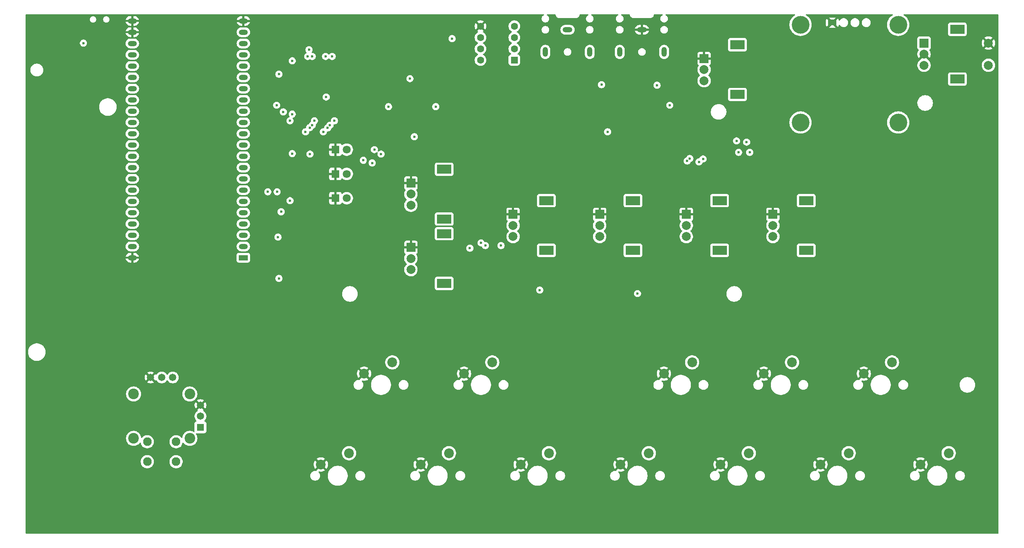
<source format=gbr>
%TF.GenerationSoftware,KiCad,Pcbnew,9.0.0*%
%TF.CreationDate,2026-01-06T01:29:00-05:00*%
%TF.ProjectId,NanoFreak,4e616e6f-4672-4656-916b-2e6b69636164,rev?*%
%TF.SameCoordinates,Original*%
%TF.FileFunction,Copper,L2,Inr*%
%TF.FilePolarity,Positive*%
%FSLAX46Y46*%
G04 Gerber Fmt 4.6, Leading zero omitted, Abs format (unit mm)*
G04 Created by KiCad (PCBNEW 9.0.0) date 2026-01-06 01:29:00*
%MOMM*%
%LPD*%
G01*
G04 APERTURE LIST*
G04 Aperture macros list*
%AMRoundRect*
0 Rectangle with rounded corners*
0 $1 Rounding radius*
0 $2 $3 $4 $5 $6 $7 $8 $9 X,Y pos of 4 corners*
0 Add a 4 corners polygon primitive as box body*
4,1,4,$2,$3,$4,$5,$6,$7,$8,$9,$2,$3,0*
0 Add four circle primitives for the rounded corners*
1,1,$1+$1,$2,$3*
1,1,$1+$1,$4,$5*
1,1,$1+$1,$6,$7*
1,1,$1+$1,$8,$9*
0 Add four rect primitives between the rounded corners*
20,1,$1+$1,$2,$3,$4,$5,0*
20,1,$1+$1,$4,$5,$6,$7,0*
20,1,$1+$1,$6,$7,$8,$9,0*
20,1,$1+$1,$8,$9,$2,$3,0*%
G04 Aperture macros list end*
%TA.AperFunction,ComponentPad*%
%ADD10C,2.200000*%
%TD*%
%TA.AperFunction,ComponentPad*%
%ADD11R,2.000000X2.000000*%
%TD*%
%TA.AperFunction,ComponentPad*%
%ADD12C,2.000000*%
%TD*%
%TA.AperFunction,ComponentPad*%
%ADD13R,3.200000X2.000000*%
%TD*%
%TA.AperFunction,ComponentPad*%
%ADD14R,1.800000X1.800000*%
%TD*%
%TA.AperFunction,ComponentPad*%
%ADD15C,1.800000*%
%TD*%
%TA.AperFunction,ComponentPad*%
%ADD16R,2.000000X1.200000*%
%TD*%
%TA.AperFunction,ComponentPad*%
%ADD17O,2.000000X1.200000*%
%TD*%
%TA.AperFunction,ComponentPad*%
%ADD18C,1.950000*%
%TD*%
%TA.AperFunction,ComponentPad*%
%ADD19C,2.400000*%
%TD*%
%TA.AperFunction,ComponentPad*%
%ADD20R,1.650000X1.650000*%
%TD*%
%TA.AperFunction,ComponentPad*%
%ADD21C,1.650000*%
%TD*%
%TA.AperFunction,WasherPad*%
%ADD22C,4.000000*%
%TD*%
%TA.AperFunction,ComponentPad*%
%ADD23RoundRect,0.190500X-0.762000X-0.444500X0.762000X-0.444500X0.762000X0.444500X-0.762000X0.444500X0*%
%TD*%
%TA.AperFunction,ComponentPad*%
%ADD24O,1.200000X2.200000*%
%TD*%
%TA.AperFunction,ComponentPad*%
%ADD25O,2.200000X1.200000*%
%TD*%
%TA.AperFunction,ComponentPad*%
%ADD26RoundRect,0.250000X0.550000X0.550000X-0.550000X0.550000X-0.550000X-0.550000X0.550000X-0.550000X0*%
%TD*%
%TA.AperFunction,ComponentPad*%
%ADD27C,1.600000*%
%TD*%
%TA.AperFunction,ViaPad*%
%ADD28C,0.600000*%
%TD*%
G04 APERTURE END LIST*
D10*
%TO.N,Net-(U5-GPB1)*%
%TO.C,SW11*%
X171540000Y-100420000D03*
%TO.N,GND*%
X165190000Y-102960000D03*
%TD*%
D11*
%TO.N,GND*%
%TO.C,RV2*%
X150725000Y-67080000D03*
D12*
%TO.N,Decay*%
X150725000Y-69580000D03*
%TO.N,+3.3V*%
X150725000Y-72080000D03*
D13*
%TO.N,N/C*%
X158225000Y-63980000D03*
X158225000Y-75180000D03*
%TD*%
D11*
%TO.N,GND*%
%TO.C,RV5*%
X108225000Y-60025000D03*
D12*
%TO.N,Cutoff*%
X108225000Y-62525000D03*
%TO.N,+3.3V*%
X108225000Y-65025000D03*
D13*
%TO.N,N/C*%
X115725000Y-56925000D03*
X115725000Y-68125000D03*
%TD*%
D10*
%TO.N,Net-(U5-GPB0)*%
%TO.C,SW12*%
X184290000Y-120880000D03*
%TO.N,GND*%
X177940000Y-123420000D03*
%TD*%
%TO.N,Net-(U5-GPB2)*%
%TO.C,SW14*%
X206790000Y-120880000D03*
%TO.N,GND*%
X200440000Y-123420000D03*
%TD*%
D14*
%TO.N,GND*%
%TO.C,D7*%
X91230000Y-63440000D03*
D15*
%TO.N,Net-(D7-A)*%
X93770000Y-63440000D03*
%TD*%
D11*
%TO.N,GND*%
%TO.C,RV3*%
X170225000Y-67080000D03*
D12*
%TO.N,Sustain*%
X170225000Y-69580000D03*
%TO.N,+3.3V*%
X170225000Y-72080000D03*
D13*
%TO.N,N/C*%
X177725000Y-63980000D03*
X177725000Y-75180000D03*
%TD*%
D11*
%TO.N,GND*%
%TO.C,RV4*%
X189725000Y-67080000D03*
D12*
%TO.N,Release*%
X189725000Y-69580000D03*
%TO.N,+3.3V*%
X189725000Y-72080000D03*
D13*
%TO.N,N/C*%
X197225000Y-63980000D03*
X197225000Y-75180000D03*
%TD*%
D10*
%TO.N,Net-(U5-GPA3)*%
%TO.C,SW5*%
X94290000Y-120880000D03*
%TO.N,GND*%
X87940000Y-123420000D03*
%TD*%
%TO.N,Net-(U5-GPB5)*%
%TO.C,SW15*%
X216540000Y-100420000D03*
%TO.N,GND*%
X210190000Y-102960000D03*
%TD*%
%TO.N,Net-(U5-GPB4)*%
%TO.C,SW16*%
X229290000Y-120880000D03*
%TO.N,GND*%
X222940000Y-123420000D03*
%TD*%
D16*
%TO.N,+3.3V*%
%TO.C,U1*%
X70496320Y-76837280D03*
D17*
X70496320Y-74297280D03*
%TO.N,unconnected-(U1-CHIP_PU-Pad3)*%
X70496320Y-71757280D03*
%TO.N,Sustain*%
X70496320Y-69217280D03*
%TO.N,Release*%
X70496320Y-66677280D03*
%TO.N,Cutoff*%
X70496320Y-64137280D03*
%TO.N,Resonance*%
X70496320Y-61597280D03*
%TO.N,MIDI IN*%
X70496320Y-59057280D03*
%TO.N,Rotary A*%
X70496320Y-56517280D03*
%TO.N,STICKX*%
X70496320Y-53977280D03*
%TO.N,STICKY*%
X70496320Y-51437280D03*
%TO.N,Volume*%
X70496320Y-48897280D03*
%TO.N,unconnected-(U1-GPIO3{slash}ADC1_CH2-Pad13)*%
X70496320Y-46357280D03*
%TO.N,unconnected-(U1-GPIO46-Pad14)*%
X70496320Y-43817280D03*
%TO.N,Shift Key*%
X70496320Y-41277280D03*
%TO.N,OCT +*%
X70496320Y-38737280D03*
%TO.N,OCT -*%
X70496320Y-36197280D03*
%TO.N,unconnected-(U1-GPIO12{slash}ADC2_CH1-Pad18)*%
X70496320Y-33657280D03*
%TO.N,unconnected-(U1-GPIO13{slash}ADC2_CH2-Pad19)*%
X70496320Y-31117280D03*
%TO.N,unconnected-(U1-GPIO14{slash}ADC2_CH3-Pad20)*%
X70500000Y-28580000D03*
%TO.N,+5V*%
X70500000Y-26040000D03*
%TO.N,GND*%
X70500000Y-23500000D03*
X45496320Y-23497280D03*
X45496320Y-26037280D03*
%TO.N,unconnected-(U1-GPIO19{slash}USB_D--Pad25)*%
X45496320Y-28577280D03*
%TO.N,unconnected-(U1-GPIO20{slash}USB_D+-Pad26)*%
X45496320Y-31117280D03*
%TO.N,DIN*%
X45496320Y-33657280D03*
%TO.N,CLK*%
X45496320Y-36197280D03*
%TO.N,unconnected-(U1-GPIO48-Pad29)*%
X45496320Y-38737280D03*
%TO.N,unconnected-(U1-GPIO45-Pad30)*%
X45496320Y-41277280D03*
%TO.N,unconnected-(U1-GPIO0-Pad31)*%
X45496320Y-43817280D03*
%TO.N,BCK*%
X45496320Y-46357280D03*
%TO.N,LRCK*%
X45496320Y-48897280D03*
%TO.N,CMD*%
X45496320Y-51437280D03*
%TO.N,DAT0*%
X45496320Y-53977280D03*
%TO.N,I2C SCK*%
X45496320Y-56517280D03*
%TO.N,I2C SDA*%
X45496320Y-59057280D03*
%TO.N,Rotary B*%
X45496320Y-61597280D03*
%TO.N,Rotary SW*%
X45496320Y-64137280D03*
%TO.N,Decay*%
X45496320Y-66677280D03*
%TO.N,Attack*%
X45496320Y-69217280D03*
%TO.N,unconnected-(U1-GPIO44{slash}U0RXD-Pad42)*%
X45496320Y-71757280D03*
%TO.N,unconnected-(U1-GPIO43{slash}U0TXD-Pad43)*%
X45496320Y-74297280D03*
%TO.N,GND*%
X45496320Y-76837280D03*
%TD*%
D18*
%TO.N,N/C*%
%TO.C,U7*%
X48862500Y-118300000D03*
X55362500Y-118300000D03*
X48862500Y-122800000D03*
X55362500Y-122800000D03*
D19*
X58437500Y-107550000D03*
X45787500Y-107550000D03*
X45787500Y-117550000D03*
X58437500Y-117550000D03*
D20*
%TO.N,+3.3V*%
X60842500Y-115050000D03*
D21*
%TO.N,STICKX*%
X60842500Y-112550000D03*
%TO.N,GND*%
X60842500Y-110050000D03*
%TO.N,+3.3V*%
X54612500Y-103820000D03*
%TO.N,STICKY*%
X52112500Y-103820000D03*
%TO.N,GND*%
X49612500Y-103820000D03*
%TD*%
D11*
%TO.N,GND*%
%TO.C,RV7*%
X174225000Y-31975000D03*
D12*
%TO.N,Volume*%
X174225000Y-34475000D03*
%TO.N,+3.3V*%
X174225000Y-36975000D03*
D13*
%TO.N,N/C*%
X181725000Y-28875000D03*
X181725000Y-40075000D03*
%TD*%
D10*
%TO.N,Net-(U5-GPA4)*%
%TO.C,SW8*%
X126540000Y-100420000D03*
%TO.N,GND*%
X120190000Y-102960000D03*
%TD*%
D22*
%TO.N,*%
%TO.C,U8*%
X195940000Y-24390000D03*
X195940000Y-46390000D03*
X217940000Y-24390000D03*
X217940000Y-46390000D03*
D23*
%TO.N,GND*%
X203110000Y-23890000D03*
%TD*%
D11*
%TO.N,Rotary A*%
%TO.C,SW1*%
X223750000Y-28500000D03*
D12*
%TO.N,Rotary B*%
X223750000Y-33500000D03*
%TO.N,GND*%
X223750000Y-31000000D03*
D13*
%TO.N,N/C*%
X231250000Y-25400000D03*
X231250000Y-36600000D03*
D12*
%TO.N,Rotary SW*%
X238250000Y-33500000D03*
%TO.N,GND*%
X238250000Y-28500000D03*
%TD*%
D10*
%TO.N,Net-(U5-GPA5)*%
%TO.C,SW6*%
X104040000Y-100420000D03*
%TO.N,GND*%
X97690000Y-102960000D03*
%TD*%
%TO.N,Net-(U5-GPA1)*%
%TO.C,SW9*%
X139290000Y-120880000D03*
%TO.N,GND*%
X132940000Y-123420000D03*
%TD*%
D11*
%TO.N,GND*%
%TO.C,RV6*%
X108225000Y-74525000D03*
D12*
%TO.N,Resonance*%
X108225000Y-77025000D03*
%TO.N,+3.3V*%
X108225000Y-79525000D03*
D13*
%TO.N,N/C*%
X115725000Y-71425000D03*
X115725000Y-82625000D03*
%TD*%
D10*
%TO.N,Net-(U5-GPA2)*%
%TO.C,SW7*%
X116790000Y-120880000D03*
%TO.N,GND*%
X110440000Y-123420000D03*
%TD*%
D24*
%TO.N,Net-(D4-A)*%
%TO.C,J2*%
X148500000Y-30500000D03*
D25*
%TO.N,unconnected-(J2-PadS)*%
X143500000Y-25500000D03*
D24*
%TO.N,Net-(J2-PadT)*%
X138500000Y-30500000D03*
%TD*%
D10*
%TO.N,Net-(U5-GPA0)*%
%TO.C,SW10*%
X161790000Y-120880000D03*
%TO.N,GND*%
X155440000Y-123420000D03*
%TD*%
D14*
%TO.N,GND*%
%TO.C,D6*%
X91230000Y-57970000D03*
D15*
%TO.N,Net-(D6-A)*%
X93770000Y-57970000D03*
%TD*%
D26*
%TO.N,unconnected-(U4-NC-Pad1)*%
%TO.C,U4*%
X131500000Y-32310000D03*
D27*
%TO.N,Net-(D4-K)*%
X131500000Y-29770000D03*
%TO.N,Net-(D4-A)*%
X131500000Y-27230000D03*
%TO.N,unconnected-(U4-NC-Pad4)*%
X131500000Y-24690000D03*
%TO.N,GND*%
X123880000Y-24690000D03*
%TO.N,MIDI IN*%
X123880000Y-27230000D03*
%TO.N,Net-(U4-VO1)*%
X123880000Y-29770000D03*
%TO.N,+3.3V*%
X123880000Y-32310000D03*
%TD*%
D24*
%TO.N,Net-(C3-Pad1)*%
%TO.C,J1*%
X165230000Y-30500000D03*
D25*
%TO.N,GND*%
X160230000Y-25500000D03*
D24*
%TO.N,Net-(C4-Pad1)*%
X155230000Y-30500000D03*
%TD*%
D10*
%TO.N,Net-(U5-GPB3)*%
%TO.C,SW13*%
X194040000Y-100420000D03*
%TO.N,GND*%
X187690000Y-102960000D03*
%TD*%
D14*
%TO.N,GND*%
%TO.C,D5*%
X91230000Y-52500000D03*
D15*
%TO.N,Net-(D5-A)*%
X93770000Y-52500000D03*
%TD*%
D11*
%TO.N,GND*%
%TO.C,RV1*%
X131225000Y-67080000D03*
D12*
%TO.N,Attack*%
X131225000Y-69580000D03*
%TO.N,+3.3V*%
X131225000Y-72080000D03*
D13*
%TO.N,N/C*%
X138725000Y-63980000D03*
X138725000Y-75180000D03*
%TD*%
D28*
%TO.N,Net-(BT1-+)*%
X34500000Y-28500000D03*
%TO.N,+3.3V*%
X78500000Y-35500000D03*
X152500000Y-48500000D03*
X166500000Y-42500000D03*
X85275000Y-30000000D03*
X103175000Y-42825000D03*
X151137500Y-37862500D03*
X163637500Y-38000000D03*
X159230000Y-84920000D03*
X117500000Y-27500000D03*
X108000000Y-36500000D03*
X89150000Y-40650000D03*
X113825000Y-42825000D03*
X137230000Y-84135000D03*
%TO.N,LRCK*%
X89487851Y-47614579D03*
X85434313Y-47565687D03*
%TO.N,DIN*%
X81000000Y-46000000D03*
X79500000Y-44000000D03*
X86000000Y-47000000D03*
X90000000Y-47000000D03*
%TO.N,BCK*%
X86500000Y-46000000D03*
X91000000Y-46000000D03*
%TO.N,Net-(U3-CE)*%
X89000000Y-31500000D03*
X90500000Y-31500000D03*
%TO.N,Resonance*%
X78100000Y-62000000D03*
X76000000Y-62000000D03*
%TO.N,Sustain*%
X170225000Y-69580000D03*
X124000000Y-73500000D03*
%TO.N,Attack*%
X121500000Y-74700000D03*
%TO.N,Release*%
X79000000Y-66500000D03*
X189725000Y-69580000D03*
%TO.N,Decay*%
X128500000Y-74100000D03*
X125000000Y-74100000D03*
%TO.N,+5V*%
X86000000Y-31500000D03*
X85000000Y-31500000D03*
X81500000Y-44500000D03*
X81500000Y-32500000D03*
%TO.N,I2C SDA*%
X184500000Y-53100000D03*
X183810000Y-50810000D03*
%TO.N,Volume*%
X88500000Y-48500000D03*
X84500000Y-48500000D03*
%TO.N,I2C SCK*%
X181540000Y-50540000D03*
X182000000Y-53100000D03*
%TO.N,Cutoff*%
X81000000Y-64000000D03*
%TO.N,GND*%
X156500000Y-45000000D03*
X78500000Y-34000000D03*
X156500000Y-38000000D03*
X78000000Y-37000000D03*
X156500000Y-41000000D03*
X81500000Y-29775000D03*
X30000000Y-112500000D03*
X166500000Y-37500000D03*
X86500000Y-34000000D03*
X93000000Y-36000000D03*
X137230000Y-81135000D03*
X117500000Y-29500000D03*
X93000000Y-33000000D03*
X159500000Y-45000000D03*
X93000000Y-34500000D03*
X150500000Y-48500000D03*
X149500000Y-41500000D03*
X151137500Y-36137500D03*
X80000000Y-26775000D03*
X88500000Y-28775000D03*
X78200000Y-58800000D03*
X78200000Y-73800000D03*
X159000000Y-42000000D03*
X159500000Y-40500000D03*
X85000000Y-35500000D03*
X112500000Y-36000000D03*
X32000000Y-112500000D03*
X166500000Y-41000000D03*
X231750000Y-43500000D03*
X85000000Y-34000000D03*
X34000000Y-112500000D03*
X86500000Y-35500000D03*
X137230000Y-85635000D03*
X85605000Y-34757500D03*
X154230000Y-84960000D03*
X78100000Y-83100000D03*
%TO.N,Net-(U5-GPB7)*%
X100000000Y-52500000D03*
X101500000Y-53500000D03*
%TO.N,Net-(U5-GPB6)*%
X97500000Y-54900000D03*
X99500000Y-55500000D03*
%TO.N,Shift Key*%
X78000000Y-42500000D03*
X173074265Y-55274265D03*
X170434313Y-55065687D03*
X109000000Y-49600000D03*
%TO.N,Rotary A*%
X81500000Y-53400000D03*
X85500000Y-53500000D03*
%TO.N,OCT +*%
X78300000Y-72200000D03*
%TO.N,OCT -*%
X78500000Y-81500000D03*
%TO.N,Rotary SW*%
X174000000Y-54600000D03*
X171000000Y-54500000D03*
%TD*%
%TA.AperFunction,Conductor*%
%TO.N,GND*%
G36*
X138135399Y-22019685D02*
G01*
X138181154Y-22072489D01*
X138191098Y-22141647D01*
X138162073Y-22205203D01*
X138115813Y-22238561D01*
X138097138Y-22246296D01*
X137957837Y-22339373D01*
X137839373Y-22457837D01*
X137746295Y-22597139D01*
X137682184Y-22751917D01*
X137682182Y-22751925D01*
X137649500Y-22916228D01*
X137649500Y-23083771D01*
X137682182Y-23248074D01*
X137682184Y-23248082D01*
X137746295Y-23402860D01*
X137839373Y-23542162D01*
X137957837Y-23660626D01*
X138037888Y-23714114D01*
X138097137Y-23753703D01*
X138097138Y-23753703D01*
X138097139Y-23753704D01*
X138106506Y-23757584D01*
X138251918Y-23817816D01*
X138381444Y-23843580D01*
X138416228Y-23850499D01*
X138416232Y-23850500D01*
X138416233Y-23850500D01*
X138583768Y-23850500D01*
X138583769Y-23850499D01*
X138748082Y-23817816D01*
X138902863Y-23753703D01*
X139042162Y-23660626D01*
X139160626Y-23542162D01*
X139253703Y-23402863D01*
X139317816Y-23248082D01*
X139350500Y-23083767D01*
X139350500Y-22916233D01*
X139317816Y-22751918D01*
X139253703Y-22597137D01*
X139203888Y-22522584D01*
X139160626Y-22457837D01*
X139042162Y-22339373D01*
X138927349Y-22262658D01*
X138902863Y-22246297D01*
X138884187Y-22238561D01*
X138829784Y-22194720D01*
X138807719Y-22128426D01*
X138824998Y-22060727D01*
X138876135Y-22013116D01*
X138931640Y-22000000D01*
X140680094Y-22000000D01*
X140747133Y-22019685D01*
X140792888Y-22072489D01*
X140801711Y-22099809D01*
X140834103Y-22262658D01*
X140834106Y-22262667D01*
X140901983Y-22426540D01*
X140901990Y-22426553D01*
X141000535Y-22574034D01*
X141000538Y-22574038D01*
X141125961Y-22699461D01*
X141125965Y-22699464D01*
X141273446Y-22798009D01*
X141273459Y-22798016D01*
X141370447Y-22838189D01*
X141437334Y-22865894D01*
X141437336Y-22865894D01*
X141437341Y-22865896D01*
X141611304Y-22900499D01*
X141611307Y-22900500D01*
X141611309Y-22900500D01*
X145388693Y-22900500D01*
X145388694Y-22900499D01*
X145446682Y-22888964D01*
X145562658Y-22865896D01*
X145562661Y-22865894D01*
X145562666Y-22865894D01*
X145726547Y-22798013D01*
X145874035Y-22699464D01*
X145999464Y-22574035D01*
X146098013Y-22426547D01*
X146165894Y-22262666D01*
X146169150Y-22246297D01*
X146198289Y-22099809D01*
X146230674Y-22037898D01*
X146291390Y-22003324D01*
X146319906Y-22000000D01*
X148068360Y-22000000D01*
X148135399Y-22019685D01*
X148181154Y-22072489D01*
X148191098Y-22141647D01*
X148162073Y-22205203D01*
X148115813Y-22238561D01*
X148097138Y-22246296D01*
X147957837Y-22339373D01*
X147839373Y-22457837D01*
X147746295Y-22597139D01*
X147682184Y-22751917D01*
X147682182Y-22751925D01*
X147649500Y-22916228D01*
X147649500Y-23083771D01*
X147682182Y-23248074D01*
X147682184Y-23248082D01*
X147746295Y-23402860D01*
X147839373Y-23542162D01*
X147957837Y-23660626D01*
X148037888Y-23714114D01*
X148097137Y-23753703D01*
X148097138Y-23753703D01*
X148097139Y-23753704D01*
X148106506Y-23757584D01*
X148251918Y-23817816D01*
X148381444Y-23843580D01*
X148416228Y-23850499D01*
X148416232Y-23850500D01*
X148416233Y-23850500D01*
X148583768Y-23850500D01*
X148583769Y-23850499D01*
X148748082Y-23817816D01*
X148902863Y-23753703D01*
X149042162Y-23660626D01*
X149160626Y-23542162D01*
X149253703Y-23402863D01*
X149317816Y-23248082D01*
X149350500Y-23083767D01*
X149350500Y-22916233D01*
X149317816Y-22751918D01*
X149253703Y-22597137D01*
X149203888Y-22522584D01*
X149160626Y-22457837D01*
X149042162Y-22339373D01*
X148927349Y-22262658D01*
X148902863Y-22246297D01*
X148884187Y-22238561D01*
X148829784Y-22194720D01*
X148807719Y-22128426D01*
X148824998Y-22060727D01*
X148876135Y-22013116D01*
X148931640Y-22000000D01*
X154798360Y-22000000D01*
X154865399Y-22019685D01*
X154911154Y-22072489D01*
X154921098Y-22141647D01*
X154892073Y-22205203D01*
X154845813Y-22238561D01*
X154827138Y-22246296D01*
X154687837Y-22339373D01*
X154569373Y-22457837D01*
X154476295Y-22597139D01*
X154412184Y-22751917D01*
X154412182Y-22751925D01*
X154379500Y-22916228D01*
X154379500Y-23083771D01*
X154412182Y-23248074D01*
X154412184Y-23248082D01*
X154476295Y-23402860D01*
X154569373Y-23542162D01*
X154687837Y-23660626D01*
X154767888Y-23714114D01*
X154827137Y-23753703D01*
X154827138Y-23753703D01*
X154827139Y-23753704D01*
X154836506Y-23757584D01*
X154981918Y-23817816D01*
X155111444Y-23843580D01*
X155146228Y-23850499D01*
X155146232Y-23850500D01*
X155146233Y-23850500D01*
X155313768Y-23850500D01*
X155313769Y-23850499D01*
X155478082Y-23817816D01*
X155632863Y-23753703D01*
X155772162Y-23660626D01*
X155890626Y-23542162D01*
X155983703Y-23402863D01*
X156047816Y-23248082D01*
X156080500Y-23083767D01*
X156080500Y-22916233D01*
X156047816Y-22751918D01*
X155983703Y-22597137D01*
X155933888Y-22522584D01*
X155890626Y-22457837D01*
X155772162Y-22339373D01*
X155657349Y-22262658D01*
X155632863Y-22246297D01*
X155614187Y-22238561D01*
X155559784Y-22194720D01*
X155537719Y-22128426D01*
X155554998Y-22060727D01*
X155606135Y-22013116D01*
X155661640Y-22000000D01*
X157410094Y-22000000D01*
X157477133Y-22019685D01*
X157522888Y-22072489D01*
X157531711Y-22099809D01*
X157564103Y-22262658D01*
X157564106Y-22262667D01*
X157631983Y-22426540D01*
X157631990Y-22426553D01*
X157730535Y-22574034D01*
X157730538Y-22574038D01*
X157855961Y-22699461D01*
X157855965Y-22699464D01*
X158003446Y-22798009D01*
X158003459Y-22798016D01*
X158100447Y-22838189D01*
X158167334Y-22865894D01*
X158167336Y-22865894D01*
X158167341Y-22865896D01*
X158341304Y-22900499D01*
X158341307Y-22900500D01*
X158341309Y-22900500D01*
X162118693Y-22900500D01*
X162118694Y-22900499D01*
X162176682Y-22888964D01*
X162292658Y-22865896D01*
X162292661Y-22865894D01*
X162292666Y-22865894D01*
X162456547Y-22798013D01*
X162604035Y-22699464D01*
X162729464Y-22574035D01*
X162828013Y-22426547D01*
X162895894Y-22262666D01*
X162899150Y-22246297D01*
X162928289Y-22099809D01*
X162960674Y-22037898D01*
X163021390Y-22003324D01*
X163049906Y-22000000D01*
X164798360Y-22000000D01*
X164865399Y-22019685D01*
X164911154Y-22072489D01*
X164921098Y-22141647D01*
X164892073Y-22205203D01*
X164845813Y-22238561D01*
X164827138Y-22246296D01*
X164687837Y-22339373D01*
X164569373Y-22457837D01*
X164476295Y-22597139D01*
X164412184Y-22751917D01*
X164412182Y-22751925D01*
X164379500Y-22916228D01*
X164379500Y-23083771D01*
X164412182Y-23248074D01*
X164412184Y-23248082D01*
X164476295Y-23402860D01*
X164569373Y-23542162D01*
X164687837Y-23660626D01*
X164767888Y-23714114D01*
X164827137Y-23753703D01*
X164827138Y-23753703D01*
X164827139Y-23753704D01*
X164836506Y-23757584D01*
X164981918Y-23817816D01*
X165111444Y-23843580D01*
X165146228Y-23850499D01*
X165146232Y-23850500D01*
X165146233Y-23850500D01*
X165313768Y-23850500D01*
X165313769Y-23850499D01*
X165478082Y-23817816D01*
X165632863Y-23753703D01*
X165772162Y-23660626D01*
X165890626Y-23542162D01*
X165983703Y-23402863D01*
X166047816Y-23248082D01*
X166080500Y-23083767D01*
X166080500Y-22916233D01*
X166047816Y-22751918D01*
X165983703Y-22597137D01*
X165933888Y-22522584D01*
X165890626Y-22457837D01*
X165772162Y-22339373D01*
X165657349Y-22262658D01*
X165632863Y-22246297D01*
X165614187Y-22238561D01*
X165559784Y-22194720D01*
X165537719Y-22128426D01*
X165554998Y-22060727D01*
X165606135Y-22013116D01*
X165661640Y-22000000D01*
X194613344Y-22000000D01*
X194680383Y-22019685D01*
X194726138Y-22072489D01*
X194736082Y-22141647D01*
X194707057Y-22205203D01*
X194679316Y-22228994D01*
X194490753Y-22347476D01*
X194271175Y-22522583D01*
X194072583Y-22721175D01*
X193897476Y-22940753D01*
X193748053Y-23178557D01*
X193626200Y-23431588D01*
X193533443Y-23696670D01*
X193533439Y-23696682D01*
X193470945Y-23970487D01*
X193470942Y-23970505D01*
X193439500Y-24249568D01*
X193439500Y-24530431D01*
X193470942Y-24809494D01*
X193470945Y-24809512D01*
X193533439Y-25083317D01*
X193533443Y-25083329D01*
X193626200Y-25348411D01*
X193748053Y-25601442D01*
X193748055Y-25601445D01*
X193897477Y-25839248D01*
X193989539Y-25954690D01*
X194043624Y-26022511D01*
X194072584Y-26058825D01*
X194271175Y-26257416D01*
X194490752Y-26432523D01*
X194728555Y-26581945D01*
X194981592Y-26703801D01*
X195180680Y-26773465D01*
X195246670Y-26796556D01*
X195246682Y-26796560D01*
X195520491Y-26859055D01*
X195520497Y-26859055D01*
X195520505Y-26859057D01*
X195690497Y-26878210D01*
X195799569Y-26890499D01*
X195799572Y-26890500D01*
X195799575Y-26890500D01*
X196080428Y-26890500D01*
X196080429Y-26890499D01*
X196223055Y-26874429D01*
X196359494Y-26859057D01*
X196359499Y-26859056D01*
X196359509Y-26859055D01*
X196633318Y-26796560D01*
X196898408Y-26703801D01*
X197151445Y-26581945D01*
X197389248Y-26432523D01*
X197608825Y-26257416D01*
X197807416Y-26058825D01*
X197982523Y-25839248D01*
X198131945Y-25601445D01*
X198253801Y-25348408D01*
X198346560Y-25083318D01*
X198409055Y-24809509D01*
X198409594Y-24804731D01*
X198430410Y-24619973D01*
X198440500Y-24530425D01*
X198440500Y-24249575D01*
X198421002Y-24076524D01*
X198409057Y-23970505D01*
X198409054Y-23970487D01*
X198405794Y-23956206D01*
X198346560Y-23696682D01*
X198333943Y-23660626D01*
X198305081Y-23578141D01*
X198253801Y-23431592D01*
X198233627Y-23389701D01*
X201657500Y-23389701D01*
X201657500Y-24390308D01*
X201663821Y-24459875D01*
X201663823Y-24459883D01*
X201713708Y-24619970D01*
X201713709Y-24619972D01*
X201800454Y-24763467D01*
X201800457Y-24763471D01*
X201841717Y-24804731D01*
X202627037Y-24019410D01*
X202644075Y-24082993D01*
X202709901Y-24197007D01*
X202802993Y-24290099D01*
X202917007Y-24355925D01*
X202980589Y-24372962D01*
X202328551Y-25024998D01*
X202328552Y-25024999D01*
X203891447Y-25024999D01*
X203891447Y-25024998D01*
X203239410Y-24372962D01*
X203302993Y-24355925D01*
X203417007Y-24290099D01*
X203510099Y-24197007D01*
X203575925Y-24082993D01*
X203592962Y-24019410D01*
X204378283Y-24804731D01*
X204419542Y-24763471D01*
X204419545Y-24763467D01*
X204506289Y-24619973D01*
X204556175Y-24459880D01*
X204556916Y-24451733D01*
X204582585Y-24386749D01*
X204639312Y-24345959D01*
X204709087Y-24342313D01*
X204769756Y-24376969D01*
X204783510Y-24394060D01*
X204872860Y-24527781D01*
X204872863Y-24527785D01*
X205012214Y-24667136D01*
X205012218Y-24667139D01*
X205176079Y-24776628D01*
X205176092Y-24776635D01*
X205339679Y-24844394D01*
X205358165Y-24852051D01*
X205358169Y-24852051D01*
X205358170Y-24852052D01*
X205551456Y-24890500D01*
X205551459Y-24890500D01*
X205748543Y-24890500D01*
X205878582Y-24864632D01*
X205941835Y-24852051D01*
X206123914Y-24776632D01*
X206287782Y-24667139D01*
X206427139Y-24527782D01*
X206536632Y-24363914D01*
X206541514Y-24352129D01*
X206583992Y-24249575D01*
X206612051Y-24181835D01*
X206639776Y-24042454D01*
X206650500Y-23988543D01*
X207189499Y-23988543D01*
X207227947Y-24181829D01*
X207227950Y-24181839D01*
X207303364Y-24363907D01*
X207303371Y-24363920D01*
X207412860Y-24527781D01*
X207412863Y-24527785D01*
X207552214Y-24667136D01*
X207552218Y-24667139D01*
X207716079Y-24776628D01*
X207716092Y-24776635D01*
X207879679Y-24844394D01*
X207898165Y-24852051D01*
X207898169Y-24852051D01*
X207898170Y-24852052D01*
X208091456Y-24890500D01*
X208091459Y-24890500D01*
X208288543Y-24890500D01*
X208418582Y-24864632D01*
X208481835Y-24852051D01*
X208663914Y-24776632D01*
X208827782Y-24667139D01*
X208967139Y-24527782D01*
X209076632Y-24363914D01*
X209081514Y-24352129D01*
X209123992Y-24249575D01*
X209152051Y-24181835D01*
X209179776Y-24042454D01*
X209190500Y-23988543D01*
X209729499Y-23988543D01*
X209767947Y-24181829D01*
X209767950Y-24181839D01*
X209843364Y-24363907D01*
X209843371Y-24363920D01*
X209952860Y-24527781D01*
X209952863Y-24527785D01*
X210092214Y-24667136D01*
X210092218Y-24667139D01*
X210256079Y-24776628D01*
X210256092Y-24776635D01*
X210419679Y-24844394D01*
X210438165Y-24852051D01*
X210438169Y-24852051D01*
X210438170Y-24852052D01*
X210631456Y-24890500D01*
X210631459Y-24890500D01*
X210828543Y-24890500D01*
X210958582Y-24864632D01*
X211021835Y-24852051D01*
X211203914Y-24776632D01*
X211367782Y-24667139D01*
X211507139Y-24527782D01*
X211616632Y-24363914D01*
X211621514Y-24352129D01*
X211663992Y-24249575D01*
X211692051Y-24181835D01*
X211719776Y-24042454D01*
X211730500Y-23988543D01*
X211730500Y-23791456D01*
X211692052Y-23598170D01*
X211692051Y-23598169D01*
X211692051Y-23598165D01*
X211683757Y-23578141D01*
X211616635Y-23416092D01*
X211616628Y-23416079D01*
X211507139Y-23252218D01*
X211507136Y-23252214D01*
X211367785Y-23112863D01*
X211367781Y-23112860D01*
X211203920Y-23003371D01*
X211203907Y-23003364D01*
X211021839Y-22927950D01*
X211021829Y-22927947D01*
X210828543Y-22889500D01*
X210828541Y-22889500D01*
X210631459Y-22889500D01*
X210631457Y-22889500D01*
X210438170Y-22927947D01*
X210438160Y-22927950D01*
X210256092Y-23003364D01*
X210256079Y-23003371D01*
X210092218Y-23112860D01*
X210092214Y-23112863D01*
X209952863Y-23252214D01*
X209952860Y-23252218D01*
X209843371Y-23416079D01*
X209843364Y-23416092D01*
X209767950Y-23598160D01*
X209767947Y-23598170D01*
X209729500Y-23791456D01*
X209729500Y-23791459D01*
X209729500Y-23988541D01*
X209729500Y-23988543D01*
X209729499Y-23988543D01*
X209190500Y-23988543D01*
X209190500Y-23791456D01*
X209152052Y-23598170D01*
X209152051Y-23598169D01*
X209152051Y-23598165D01*
X209143757Y-23578141D01*
X209076635Y-23416092D01*
X209076628Y-23416079D01*
X208967139Y-23252218D01*
X208967136Y-23252214D01*
X208827785Y-23112863D01*
X208827781Y-23112860D01*
X208663920Y-23003371D01*
X208663907Y-23003364D01*
X208481839Y-22927950D01*
X208481829Y-22927947D01*
X208288543Y-22889500D01*
X208288541Y-22889500D01*
X208091459Y-22889500D01*
X208091457Y-22889500D01*
X207898170Y-22927947D01*
X207898160Y-22927950D01*
X207716092Y-23003364D01*
X207716079Y-23003371D01*
X207552218Y-23112860D01*
X207552214Y-23112863D01*
X207412863Y-23252214D01*
X207412860Y-23252218D01*
X207303371Y-23416079D01*
X207303364Y-23416092D01*
X207227950Y-23598160D01*
X207227947Y-23598170D01*
X207189500Y-23791456D01*
X207189500Y-23791459D01*
X207189500Y-23988541D01*
X207189500Y-23988543D01*
X207189499Y-23988543D01*
X206650500Y-23988543D01*
X206650500Y-23791456D01*
X206612052Y-23598170D01*
X206612051Y-23598169D01*
X206612051Y-23598165D01*
X206603757Y-23578141D01*
X206536635Y-23416092D01*
X206536628Y-23416079D01*
X206427139Y-23252218D01*
X206427136Y-23252214D01*
X206287785Y-23112863D01*
X206287781Y-23112860D01*
X206123920Y-23003371D01*
X206123907Y-23003364D01*
X205941839Y-22927950D01*
X205941829Y-22927947D01*
X205748543Y-22889500D01*
X205748541Y-22889500D01*
X205551459Y-22889500D01*
X205551457Y-22889500D01*
X205358170Y-22927947D01*
X205358160Y-22927950D01*
X205176092Y-23003364D01*
X205176079Y-23003371D01*
X205012218Y-23112860D01*
X205012214Y-23112863D01*
X204872863Y-23252214D01*
X204872860Y-23252218D01*
X204783511Y-23385938D01*
X204729899Y-23430743D01*
X204660574Y-23439450D01*
X204597546Y-23409295D01*
X204560827Y-23349852D01*
X204556918Y-23328267D01*
X204556178Y-23320124D01*
X204556176Y-23320116D01*
X204506291Y-23160029D01*
X204506290Y-23160027D01*
X204419545Y-23016532D01*
X204419542Y-23016528D01*
X204378283Y-22975269D01*
X203592962Y-23760589D01*
X203575925Y-23697007D01*
X203510099Y-23582993D01*
X203417007Y-23489901D01*
X203302993Y-23424075D01*
X203239410Y-23407037D01*
X203891447Y-22755000D01*
X202328551Y-22755000D01*
X202980589Y-23407037D01*
X202917007Y-23424075D01*
X202802993Y-23489901D01*
X202709901Y-23582993D01*
X202644075Y-23697007D01*
X202627037Y-23760589D01*
X201841717Y-22975269D01*
X201800457Y-23016528D01*
X201800454Y-23016532D01*
X201713710Y-23160026D01*
X201663822Y-23320123D01*
X201657500Y-23389701D01*
X198233627Y-23389701D01*
X198131945Y-23178555D01*
X197982523Y-22940752D01*
X197807416Y-22721175D01*
X197608825Y-22522584D01*
X197576016Y-22496420D01*
X197488406Y-22426553D01*
X197389248Y-22347477D01*
X197200684Y-22228994D01*
X197154393Y-22176659D01*
X197143745Y-22107606D01*
X197172120Y-22043757D01*
X197230510Y-22005385D01*
X197266656Y-22000000D01*
X216613344Y-22000000D01*
X216680383Y-22019685D01*
X216726138Y-22072489D01*
X216736082Y-22141647D01*
X216707057Y-22205203D01*
X216679316Y-22228994D01*
X216490753Y-22347476D01*
X216271175Y-22522583D01*
X216072583Y-22721175D01*
X215897476Y-22940753D01*
X215748053Y-23178557D01*
X215626200Y-23431588D01*
X215533443Y-23696670D01*
X215533439Y-23696682D01*
X215470945Y-23970487D01*
X215470942Y-23970505D01*
X215439500Y-24249568D01*
X215439500Y-24530431D01*
X215470942Y-24809494D01*
X215470945Y-24809512D01*
X215533439Y-25083317D01*
X215533443Y-25083329D01*
X215626200Y-25348411D01*
X215748053Y-25601442D01*
X215748055Y-25601445D01*
X215897477Y-25839248D01*
X215989539Y-25954690D01*
X216043624Y-26022511D01*
X216072584Y-26058825D01*
X216271175Y-26257416D01*
X216490752Y-26432523D01*
X216728555Y-26581945D01*
X216981592Y-26703801D01*
X217180680Y-26773465D01*
X217246670Y-26796556D01*
X217246682Y-26796560D01*
X217520491Y-26859055D01*
X217520497Y-26859055D01*
X217520505Y-26859057D01*
X217690497Y-26878210D01*
X217799569Y-26890499D01*
X217799572Y-26890500D01*
X217799575Y-26890500D01*
X218080428Y-26890500D01*
X218080429Y-26890499D01*
X218223055Y-26874429D01*
X218359494Y-26859057D01*
X218359499Y-26859056D01*
X218359509Y-26859055D01*
X218633318Y-26796560D01*
X218898408Y-26703801D01*
X219151445Y-26581945D01*
X219389248Y-26432523D01*
X219608825Y-26257416D01*
X219807416Y-26058825D01*
X219982523Y-25839248D01*
X220131945Y-25601445D01*
X220253801Y-25348408D01*
X220346560Y-25083318D01*
X220409055Y-24809509D01*
X220409594Y-24804731D01*
X220430410Y-24619973D01*
X220440500Y-24530425D01*
X220440500Y-24352135D01*
X229149500Y-24352135D01*
X229149500Y-26447870D01*
X229149501Y-26447876D01*
X229155908Y-26507483D01*
X229206202Y-26642328D01*
X229206206Y-26642335D01*
X229292452Y-26757544D01*
X229292455Y-26757547D01*
X229407664Y-26843793D01*
X229407671Y-26843797D01*
X229542517Y-26894091D01*
X229542516Y-26894091D01*
X229549444Y-26894835D01*
X229602127Y-26900500D01*
X232897872Y-26900499D01*
X232957483Y-26894091D01*
X233092331Y-26843796D01*
X233207546Y-26757546D01*
X233293796Y-26642331D01*
X233344091Y-26507483D01*
X233350500Y-26447873D01*
X233350499Y-24352128D01*
X233344091Y-24292517D01*
X233343189Y-24290099D01*
X233293797Y-24157671D01*
X233293793Y-24157664D01*
X233207547Y-24042455D01*
X233207544Y-24042452D01*
X233092335Y-23956206D01*
X233092328Y-23956202D01*
X232957482Y-23905908D01*
X232957483Y-23905908D01*
X232897883Y-23899501D01*
X232897881Y-23899500D01*
X232897873Y-23899500D01*
X232897864Y-23899500D01*
X229602129Y-23899500D01*
X229602123Y-23899501D01*
X229542516Y-23905908D01*
X229407671Y-23956202D01*
X229407664Y-23956206D01*
X229292455Y-24042452D01*
X229292452Y-24042455D01*
X229206206Y-24157664D01*
X229206202Y-24157671D01*
X229155908Y-24292517D01*
X229151200Y-24336312D01*
X229149501Y-24352123D01*
X229149500Y-24352135D01*
X220440500Y-24352135D01*
X220440500Y-24249575D01*
X220421002Y-24076524D01*
X220409057Y-23970505D01*
X220409054Y-23970487D01*
X220405794Y-23956206D01*
X220346560Y-23696682D01*
X220333943Y-23660626D01*
X220305081Y-23578141D01*
X220253801Y-23431592D01*
X220131945Y-23178555D01*
X219982523Y-22940752D01*
X219807416Y-22721175D01*
X219608825Y-22522584D01*
X219576016Y-22496420D01*
X219488406Y-22426553D01*
X219389248Y-22347477D01*
X219200684Y-22228994D01*
X219154393Y-22176659D01*
X219143745Y-22107606D01*
X219172120Y-22043757D01*
X219230510Y-22005385D01*
X219266656Y-22000000D01*
X240376000Y-22000000D01*
X240443039Y-22019685D01*
X240488794Y-22072489D01*
X240500000Y-22124000D01*
X240500000Y-138875500D01*
X240480315Y-138942539D01*
X240427511Y-138988294D01*
X240376000Y-138999500D01*
X21624000Y-138999500D01*
X21556961Y-138979815D01*
X21511206Y-138927011D01*
X21500000Y-138875500D01*
X21500000Y-125873389D01*
X85569500Y-125873389D01*
X85569500Y-126046611D01*
X85596598Y-126217701D01*
X85650127Y-126382445D01*
X85728768Y-126536788D01*
X85830586Y-126676928D01*
X85953072Y-126799414D01*
X86093212Y-126901232D01*
X86247555Y-126979873D01*
X86412299Y-127033402D01*
X86583389Y-127060500D01*
X86583390Y-127060500D01*
X86756610Y-127060500D01*
X86756611Y-127060500D01*
X86927701Y-127033402D01*
X87092445Y-126979873D01*
X87246788Y-126901232D01*
X87386928Y-126799414D01*
X87509414Y-126676928D01*
X87611232Y-126536788D01*
X87689873Y-126382445D01*
X87743402Y-126217701D01*
X87770500Y-126046611D01*
X87770500Y-125873389D01*
X87760854Y-125812486D01*
X89499500Y-125812486D01*
X89499500Y-126107513D01*
X89531571Y-126351113D01*
X89538007Y-126399993D01*
X89612212Y-126676930D01*
X89614361Y-126684951D01*
X89614364Y-126684961D01*
X89727254Y-126957500D01*
X89727258Y-126957510D01*
X89874761Y-127212993D01*
X90054352Y-127447040D01*
X90054358Y-127447047D01*
X90262952Y-127655641D01*
X90262959Y-127655647D01*
X90497006Y-127835238D01*
X90752489Y-127982741D01*
X90752490Y-127982741D01*
X90752493Y-127982743D01*
X91025048Y-128095639D01*
X91310007Y-128171993D01*
X91602494Y-128210500D01*
X91602501Y-128210500D01*
X91897499Y-128210500D01*
X91897506Y-128210500D01*
X92189993Y-128171993D01*
X92474952Y-128095639D01*
X92747507Y-127982743D01*
X93002994Y-127835238D01*
X93237042Y-127655646D01*
X93445646Y-127447042D01*
X93625238Y-127212994D01*
X93772743Y-126957507D01*
X93885639Y-126684952D01*
X93961993Y-126399993D01*
X94000500Y-126107506D01*
X94000500Y-125873389D01*
X95729500Y-125873389D01*
X95729500Y-126046611D01*
X95756598Y-126217701D01*
X95810127Y-126382445D01*
X95888768Y-126536788D01*
X95990586Y-126676928D01*
X96113072Y-126799414D01*
X96253212Y-126901232D01*
X96407555Y-126979873D01*
X96572299Y-127033402D01*
X96743389Y-127060500D01*
X96743390Y-127060500D01*
X96916610Y-127060500D01*
X96916611Y-127060500D01*
X97087701Y-127033402D01*
X97252445Y-126979873D01*
X97406788Y-126901232D01*
X97546928Y-126799414D01*
X97669414Y-126676928D01*
X97771232Y-126536788D01*
X97849873Y-126382445D01*
X97903402Y-126217701D01*
X97930500Y-126046611D01*
X97930500Y-125873389D01*
X108069500Y-125873389D01*
X108069500Y-126046611D01*
X108096598Y-126217701D01*
X108150127Y-126382445D01*
X108228768Y-126536788D01*
X108330586Y-126676928D01*
X108453072Y-126799414D01*
X108593212Y-126901232D01*
X108747555Y-126979873D01*
X108912299Y-127033402D01*
X109083389Y-127060500D01*
X109083390Y-127060500D01*
X109256610Y-127060500D01*
X109256611Y-127060500D01*
X109427701Y-127033402D01*
X109592445Y-126979873D01*
X109746788Y-126901232D01*
X109886928Y-126799414D01*
X110009414Y-126676928D01*
X110111232Y-126536788D01*
X110189873Y-126382445D01*
X110243402Y-126217701D01*
X110270500Y-126046611D01*
X110270500Y-125873389D01*
X110260854Y-125812486D01*
X111999500Y-125812486D01*
X111999500Y-126107513D01*
X112031571Y-126351113D01*
X112038007Y-126399993D01*
X112112212Y-126676930D01*
X112114361Y-126684951D01*
X112114364Y-126684961D01*
X112227254Y-126957500D01*
X112227258Y-126957510D01*
X112374761Y-127212993D01*
X112554352Y-127447040D01*
X112554358Y-127447047D01*
X112762952Y-127655641D01*
X112762959Y-127655647D01*
X112997006Y-127835238D01*
X113252489Y-127982741D01*
X113252490Y-127982741D01*
X113252493Y-127982743D01*
X113525048Y-128095639D01*
X113810007Y-128171993D01*
X114102494Y-128210500D01*
X114102501Y-128210500D01*
X114397499Y-128210500D01*
X114397506Y-128210500D01*
X114689993Y-128171993D01*
X114974952Y-128095639D01*
X115247507Y-127982743D01*
X115502994Y-127835238D01*
X115737042Y-127655646D01*
X115945646Y-127447042D01*
X116125238Y-127212994D01*
X116272743Y-126957507D01*
X116385639Y-126684952D01*
X116461993Y-126399993D01*
X116500500Y-126107506D01*
X116500500Y-125873389D01*
X118229500Y-125873389D01*
X118229500Y-126046611D01*
X118256598Y-126217701D01*
X118310127Y-126382445D01*
X118388768Y-126536788D01*
X118490586Y-126676928D01*
X118613072Y-126799414D01*
X118753212Y-126901232D01*
X118907555Y-126979873D01*
X119072299Y-127033402D01*
X119243389Y-127060500D01*
X119243390Y-127060500D01*
X119416610Y-127060500D01*
X119416611Y-127060500D01*
X119587701Y-127033402D01*
X119752445Y-126979873D01*
X119906788Y-126901232D01*
X120046928Y-126799414D01*
X120169414Y-126676928D01*
X120271232Y-126536788D01*
X120349873Y-126382445D01*
X120403402Y-126217701D01*
X120430500Y-126046611D01*
X120430500Y-125873389D01*
X130569500Y-125873389D01*
X130569500Y-126046611D01*
X130596598Y-126217701D01*
X130650127Y-126382445D01*
X130728768Y-126536788D01*
X130830586Y-126676928D01*
X130953072Y-126799414D01*
X131093212Y-126901232D01*
X131247555Y-126979873D01*
X131412299Y-127033402D01*
X131583389Y-127060500D01*
X131583390Y-127060500D01*
X131756610Y-127060500D01*
X131756611Y-127060500D01*
X131927701Y-127033402D01*
X132092445Y-126979873D01*
X132246788Y-126901232D01*
X132386928Y-126799414D01*
X132509414Y-126676928D01*
X132611232Y-126536788D01*
X132689873Y-126382445D01*
X132743402Y-126217701D01*
X132770500Y-126046611D01*
X132770500Y-125873389D01*
X132760854Y-125812486D01*
X134499500Y-125812486D01*
X134499500Y-126107513D01*
X134531571Y-126351113D01*
X134538007Y-126399993D01*
X134612212Y-126676930D01*
X134614361Y-126684951D01*
X134614364Y-126684961D01*
X134727254Y-126957500D01*
X134727258Y-126957510D01*
X134874761Y-127212993D01*
X135054352Y-127447040D01*
X135054358Y-127447047D01*
X135262952Y-127655641D01*
X135262959Y-127655647D01*
X135497006Y-127835238D01*
X135752489Y-127982741D01*
X135752490Y-127982741D01*
X135752493Y-127982743D01*
X136025048Y-128095639D01*
X136310007Y-128171993D01*
X136602494Y-128210500D01*
X136602501Y-128210500D01*
X136897499Y-128210500D01*
X136897506Y-128210500D01*
X137189993Y-128171993D01*
X137474952Y-128095639D01*
X137747507Y-127982743D01*
X138002994Y-127835238D01*
X138237042Y-127655646D01*
X138445646Y-127447042D01*
X138625238Y-127212994D01*
X138772743Y-126957507D01*
X138885639Y-126684952D01*
X138961993Y-126399993D01*
X139000500Y-126107506D01*
X139000500Y-125873389D01*
X140729500Y-125873389D01*
X140729500Y-126046611D01*
X140756598Y-126217701D01*
X140810127Y-126382445D01*
X140888768Y-126536788D01*
X140990586Y-126676928D01*
X141113072Y-126799414D01*
X141253212Y-126901232D01*
X141407555Y-126979873D01*
X141572299Y-127033402D01*
X141743389Y-127060500D01*
X141743390Y-127060500D01*
X141916610Y-127060500D01*
X141916611Y-127060500D01*
X142087701Y-127033402D01*
X142252445Y-126979873D01*
X142406788Y-126901232D01*
X142546928Y-126799414D01*
X142669414Y-126676928D01*
X142771232Y-126536788D01*
X142849873Y-126382445D01*
X142903402Y-126217701D01*
X142930500Y-126046611D01*
X142930500Y-125873389D01*
X153069500Y-125873389D01*
X153069500Y-126046611D01*
X153096598Y-126217701D01*
X153150127Y-126382445D01*
X153228768Y-126536788D01*
X153330586Y-126676928D01*
X153453072Y-126799414D01*
X153593212Y-126901232D01*
X153747555Y-126979873D01*
X153912299Y-127033402D01*
X154083389Y-127060500D01*
X154083390Y-127060500D01*
X154256610Y-127060500D01*
X154256611Y-127060500D01*
X154427701Y-127033402D01*
X154592445Y-126979873D01*
X154746788Y-126901232D01*
X154886928Y-126799414D01*
X155009414Y-126676928D01*
X155111232Y-126536788D01*
X155189873Y-126382445D01*
X155243402Y-126217701D01*
X155270500Y-126046611D01*
X155270500Y-125873389D01*
X155260854Y-125812486D01*
X156999500Y-125812486D01*
X156999500Y-126107513D01*
X157031571Y-126351113D01*
X157038007Y-126399993D01*
X157112212Y-126676930D01*
X157114361Y-126684951D01*
X157114364Y-126684961D01*
X157227254Y-126957500D01*
X157227258Y-126957510D01*
X157374761Y-127212993D01*
X157554352Y-127447040D01*
X157554358Y-127447047D01*
X157762952Y-127655641D01*
X157762959Y-127655647D01*
X157997006Y-127835238D01*
X158252489Y-127982741D01*
X158252490Y-127982741D01*
X158252493Y-127982743D01*
X158525048Y-128095639D01*
X158810007Y-128171993D01*
X159102494Y-128210500D01*
X159102501Y-128210500D01*
X159397499Y-128210500D01*
X159397506Y-128210500D01*
X159689993Y-128171993D01*
X159974952Y-128095639D01*
X160247507Y-127982743D01*
X160502994Y-127835238D01*
X160737042Y-127655646D01*
X160945646Y-127447042D01*
X161125238Y-127212994D01*
X161272743Y-126957507D01*
X161385639Y-126684952D01*
X161461993Y-126399993D01*
X161500500Y-126107506D01*
X161500500Y-125873389D01*
X163229500Y-125873389D01*
X163229500Y-126046611D01*
X163256598Y-126217701D01*
X163310127Y-126382445D01*
X163388768Y-126536788D01*
X163490586Y-126676928D01*
X163613072Y-126799414D01*
X163753212Y-126901232D01*
X163907555Y-126979873D01*
X164072299Y-127033402D01*
X164243389Y-127060500D01*
X164243390Y-127060500D01*
X164416610Y-127060500D01*
X164416611Y-127060500D01*
X164587701Y-127033402D01*
X164752445Y-126979873D01*
X164906788Y-126901232D01*
X165046928Y-126799414D01*
X165169414Y-126676928D01*
X165271232Y-126536788D01*
X165349873Y-126382445D01*
X165403402Y-126217701D01*
X165430500Y-126046611D01*
X165430500Y-125873389D01*
X175569500Y-125873389D01*
X175569500Y-126046611D01*
X175596598Y-126217701D01*
X175650127Y-126382445D01*
X175728768Y-126536788D01*
X175830586Y-126676928D01*
X175953072Y-126799414D01*
X176093212Y-126901232D01*
X176247555Y-126979873D01*
X176412299Y-127033402D01*
X176583389Y-127060500D01*
X176583390Y-127060500D01*
X176756610Y-127060500D01*
X176756611Y-127060500D01*
X176927701Y-127033402D01*
X177092445Y-126979873D01*
X177246788Y-126901232D01*
X177386928Y-126799414D01*
X177509414Y-126676928D01*
X177611232Y-126536788D01*
X177689873Y-126382445D01*
X177743402Y-126217701D01*
X177770500Y-126046611D01*
X177770500Y-125873389D01*
X177760854Y-125812486D01*
X179499500Y-125812486D01*
X179499500Y-126107513D01*
X179531571Y-126351113D01*
X179538007Y-126399993D01*
X179612212Y-126676930D01*
X179614361Y-126684951D01*
X179614364Y-126684961D01*
X179727254Y-126957500D01*
X179727258Y-126957510D01*
X179874761Y-127212993D01*
X180054352Y-127447040D01*
X180054358Y-127447047D01*
X180262952Y-127655641D01*
X180262959Y-127655647D01*
X180497006Y-127835238D01*
X180752489Y-127982741D01*
X180752490Y-127982741D01*
X180752493Y-127982743D01*
X181025048Y-128095639D01*
X181310007Y-128171993D01*
X181602494Y-128210500D01*
X181602501Y-128210500D01*
X181897499Y-128210500D01*
X181897506Y-128210500D01*
X182189993Y-128171993D01*
X182474952Y-128095639D01*
X182747507Y-127982743D01*
X183002994Y-127835238D01*
X183237042Y-127655646D01*
X183445646Y-127447042D01*
X183625238Y-127212994D01*
X183772743Y-126957507D01*
X183885639Y-126684952D01*
X183961993Y-126399993D01*
X184000500Y-126107506D01*
X184000500Y-125873389D01*
X185729500Y-125873389D01*
X185729500Y-126046611D01*
X185756598Y-126217701D01*
X185810127Y-126382445D01*
X185888768Y-126536788D01*
X185990586Y-126676928D01*
X186113072Y-126799414D01*
X186253212Y-126901232D01*
X186407555Y-126979873D01*
X186572299Y-127033402D01*
X186743389Y-127060500D01*
X186743390Y-127060500D01*
X186916610Y-127060500D01*
X186916611Y-127060500D01*
X187087701Y-127033402D01*
X187252445Y-126979873D01*
X187406788Y-126901232D01*
X187546928Y-126799414D01*
X187669414Y-126676928D01*
X187771232Y-126536788D01*
X187849873Y-126382445D01*
X187903402Y-126217701D01*
X187930500Y-126046611D01*
X187930500Y-125873389D01*
X198069500Y-125873389D01*
X198069500Y-126046611D01*
X198096598Y-126217701D01*
X198150127Y-126382445D01*
X198228768Y-126536788D01*
X198330586Y-126676928D01*
X198453072Y-126799414D01*
X198593212Y-126901232D01*
X198747555Y-126979873D01*
X198912299Y-127033402D01*
X199083389Y-127060500D01*
X199083390Y-127060500D01*
X199256610Y-127060500D01*
X199256611Y-127060500D01*
X199427701Y-127033402D01*
X199592445Y-126979873D01*
X199746788Y-126901232D01*
X199886928Y-126799414D01*
X200009414Y-126676928D01*
X200111232Y-126536788D01*
X200189873Y-126382445D01*
X200243402Y-126217701D01*
X200270500Y-126046611D01*
X200270500Y-125873389D01*
X200260854Y-125812486D01*
X201999500Y-125812486D01*
X201999500Y-126107513D01*
X202031571Y-126351113D01*
X202038007Y-126399993D01*
X202112212Y-126676930D01*
X202114361Y-126684951D01*
X202114364Y-126684961D01*
X202227254Y-126957500D01*
X202227258Y-126957510D01*
X202374761Y-127212993D01*
X202554352Y-127447040D01*
X202554358Y-127447047D01*
X202762952Y-127655641D01*
X202762959Y-127655647D01*
X202997006Y-127835238D01*
X203252489Y-127982741D01*
X203252490Y-127982741D01*
X203252493Y-127982743D01*
X203525048Y-128095639D01*
X203810007Y-128171993D01*
X204102494Y-128210500D01*
X204102501Y-128210500D01*
X204397499Y-128210500D01*
X204397506Y-128210500D01*
X204689993Y-128171993D01*
X204974952Y-128095639D01*
X205247507Y-127982743D01*
X205502994Y-127835238D01*
X205737042Y-127655646D01*
X205945646Y-127447042D01*
X206125238Y-127212994D01*
X206272743Y-126957507D01*
X206385639Y-126684952D01*
X206461993Y-126399993D01*
X206500500Y-126107506D01*
X206500500Y-125873389D01*
X208229500Y-125873389D01*
X208229500Y-126046611D01*
X208256598Y-126217701D01*
X208310127Y-126382445D01*
X208388768Y-126536788D01*
X208490586Y-126676928D01*
X208613072Y-126799414D01*
X208753212Y-126901232D01*
X208907555Y-126979873D01*
X209072299Y-127033402D01*
X209243389Y-127060500D01*
X209243390Y-127060500D01*
X209416610Y-127060500D01*
X209416611Y-127060500D01*
X209587701Y-127033402D01*
X209752445Y-126979873D01*
X209906788Y-126901232D01*
X210046928Y-126799414D01*
X210169414Y-126676928D01*
X210271232Y-126536788D01*
X210349873Y-126382445D01*
X210403402Y-126217701D01*
X210430500Y-126046611D01*
X210430500Y-125873389D01*
X220569500Y-125873389D01*
X220569500Y-126046611D01*
X220596598Y-126217701D01*
X220650127Y-126382445D01*
X220728768Y-126536788D01*
X220830586Y-126676928D01*
X220953072Y-126799414D01*
X221093212Y-126901232D01*
X221247555Y-126979873D01*
X221412299Y-127033402D01*
X221583389Y-127060500D01*
X221583390Y-127060500D01*
X221756610Y-127060500D01*
X221756611Y-127060500D01*
X221927701Y-127033402D01*
X222092445Y-126979873D01*
X222246788Y-126901232D01*
X222386928Y-126799414D01*
X222509414Y-126676928D01*
X222611232Y-126536788D01*
X222689873Y-126382445D01*
X222743402Y-126217701D01*
X222770500Y-126046611D01*
X222770500Y-125873389D01*
X222760854Y-125812486D01*
X224499500Y-125812486D01*
X224499500Y-126107513D01*
X224531571Y-126351113D01*
X224538007Y-126399993D01*
X224612212Y-126676930D01*
X224614361Y-126684951D01*
X224614364Y-126684961D01*
X224727254Y-126957500D01*
X224727258Y-126957510D01*
X224874761Y-127212993D01*
X225054352Y-127447040D01*
X225054358Y-127447047D01*
X225262952Y-127655641D01*
X225262959Y-127655647D01*
X225497006Y-127835238D01*
X225752489Y-127982741D01*
X225752490Y-127982741D01*
X225752493Y-127982743D01*
X226025048Y-128095639D01*
X226310007Y-128171993D01*
X226602494Y-128210500D01*
X226602501Y-128210500D01*
X226897499Y-128210500D01*
X226897506Y-128210500D01*
X227189993Y-128171993D01*
X227474952Y-128095639D01*
X227747507Y-127982743D01*
X228002994Y-127835238D01*
X228237042Y-127655646D01*
X228445646Y-127447042D01*
X228625238Y-127212994D01*
X228772743Y-126957507D01*
X228885639Y-126684952D01*
X228961993Y-126399993D01*
X229000500Y-126107506D01*
X229000500Y-125873389D01*
X230729500Y-125873389D01*
X230729500Y-126046611D01*
X230756598Y-126217701D01*
X230810127Y-126382445D01*
X230888768Y-126536788D01*
X230990586Y-126676928D01*
X231113072Y-126799414D01*
X231253212Y-126901232D01*
X231407555Y-126979873D01*
X231572299Y-127033402D01*
X231743389Y-127060500D01*
X231743390Y-127060500D01*
X231916610Y-127060500D01*
X231916611Y-127060500D01*
X232087701Y-127033402D01*
X232252445Y-126979873D01*
X232406788Y-126901232D01*
X232546928Y-126799414D01*
X232669414Y-126676928D01*
X232771232Y-126536788D01*
X232849873Y-126382445D01*
X232903402Y-126217701D01*
X232930500Y-126046611D01*
X232930500Y-125873389D01*
X232903402Y-125702299D01*
X232849873Y-125537555D01*
X232771232Y-125383212D01*
X232669414Y-125243072D01*
X232546928Y-125120586D01*
X232406788Y-125018768D01*
X232252445Y-124940127D01*
X232087701Y-124886598D01*
X232087699Y-124886597D01*
X232087698Y-124886597D01*
X231956271Y-124865781D01*
X231916611Y-124859500D01*
X231743389Y-124859500D01*
X231703728Y-124865781D01*
X231572302Y-124886597D01*
X231407552Y-124940128D01*
X231253211Y-125018768D01*
X231197115Y-125059525D01*
X231113072Y-125120586D01*
X231113070Y-125120588D01*
X231113069Y-125120588D01*
X230990588Y-125243069D01*
X230990588Y-125243070D01*
X230990586Y-125243072D01*
X230946859Y-125303256D01*
X230888768Y-125383211D01*
X230810128Y-125537552D01*
X230756597Y-125702302D01*
X230729500Y-125873389D01*
X229000500Y-125873389D01*
X229000500Y-125812494D01*
X228961993Y-125520007D01*
X228885639Y-125235048D01*
X228772743Y-124962493D01*
X228722604Y-124875650D01*
X228625238Y-124707006D01*
X228445647Y-124472959D01*
X228445641Y-124472952D01*
X228237047Y-124264358D01*
X228237040Y-124264352D01*
X228002993Y-124084761D01*
X227747510Y-123937258D01*
X227747500Y-123937254D01*
X227474961Y-123824364D01*
X227474954Y-123824362D01*
X227474952Y-123824361D01*
X227189993Y-123748007D01*
X227141113Y-123741571D01*
X226897513Y-123709500D01*
X226897506Y-123709500D01*
X226602494Y-123709500D01*
X226602486Y-123709500D01*
X226324085Y-123746153D01*
X226310007Y-123748007D01*
X226135861Y-123794669D01*
X226025048Y-123824361D01*
X226025038Y-123824364D01*
X225752499Y-123937254D01*
X225752489Y-123937258D01*
X225497006Y-124084761D01*
X225262959Y-124264352D01*
X225262952Y-124264358D01*
X225054358Y-124472952D01*
X225054352Y-124472959D01*
X224874761Y-124707006D01*
X224727258Y-124962489D01*
X224727254Y-124962499D01*
X224614364Y-125235038D01*
X224614361Y-125235048D01*
X224538008Y-125520004D01*
X224538006Y-125520015D01*
X224499500Y-125812486D01*
X222760854Y-125812486D01*
X222743402Y-125702299D01*
X222689873Y-125537555D01*
X222611232Y-125383212D01*
X222509414Y-125243072D01*
X222456882Y-125190540D01*
X222423397Y-125129217D01*
X222428381Y-125059525D01*
X222470253Y-125003592D01*
X222535717Y-124979175D01*
X222563961Y-124980386D01*
X222814072Y-125020000D01*
X223065928Y-125020000D01*
X223314669Y-124980602D01*
X223554184Y-124902780D01*
X223778575Y-124788446D01*
X223778581Y-124788442D01*
X223880697Y-124714250D01*
X223880698Y-124714250D01*
X223264025Y-124097578D01*
X223295258Y-124084641D01*
X223418097Y-124002563D01*
X223522563Y-123898097D01*
X223604641Y-123775258D01*
X223617577Y-123744025D01*
X224234250Y-124360698D01*
X224234250Y-124360697D01*
X224308442Y-124258581D01*
X224308446Y-124258575D01*
X224422780Y-124034184D01*
X224500602Y-123794669D01*
X224540000Y-123545928D01*
X224540000Y-123294071D01*
X224500602Y-123045330D01*
X224422780Y-122805815D01*
X224308442Y-122581416D01*
X224234250Y-122479301D01*
X224234250Y-122479300D01*
X223617577Y-123095973D01*
X223604641Y-123064742D01*
X223522563Y-122941903D01*
X223418097Y-122837437D01*
X223295258Y-122755359D01*
X223264024Y-122742421D01*
X223880698Y-122125748D01*
X223778583Y-122051557D01*
X223554184Y-121937219D01*
X223314669Y-121859397D01*
X223065928Y-121820000D01*
X222814072Y-121820000D01*
X222565330Y-121859397D01*
X222325815Y-121937219D01*
X222101413Y-122051559D01*
X221999301Y-122125747D01*
X221999300Y-122125748D01*
X222615974Y-122742421D01*
X222584742Y-122755359D01*
X222461903Y-122837437D01*
X222357437Y-122941903D01*
X222275359Y-123064742D01*
X222262422Y-123095974D01*
X221645748Y-122479300D01*
X221645747Y-122479301D01*
X221571559Y-122581413D01*
X221457219Y-122805815D01*
X221379397Y-123045330D01*
X221340000Y-123294071D01*
X221340000Y-123545928D01*
X221379397Y-123794669D01*
X221457219Y-124034184D01*
X221571557Y-124258583D01*
X221645748Y-124360697D01*
X221645748Y-124360698D01*
X222262421Y-123744024D01*
X222275359Y-123775258D01*
X222357437Y-123898097D01*
X222461903Y-124002563D01*
X222584742Y-124084641D01*
X222615974Y-124097577D01*
X221999300Y-124714250D01*
X222001598Y-124743449D01*
X221987233Y-124811827D01*
X221938181Y-124861583D01*
X221870016Y-124876921D01*
X221858583Y-124875650D01*
X221756611Y-124859500D01*
X221583389Y-124859500D01*
X221543728Y-124865781D01*
X221412302Y-124886597D01*
X221247552Y-124940128D01*
X221093211Y-125018768D01*
X221037115Y-125059525D01*
X220953072Y-125120586D01*
X220953070Y-125120588D01*
X220953069Y-125120588D01*
X220830588Y-125243069D01*
X220830588Y-125243070D01*
X220830586Y-125243072D01*
X220786859Y-125303256D01*
X220728768Y-125383211D01*
X220650128Y-125537552D01*
X220596597Y-125702302D01*
X220569500Y-125873389D01*
X210430500Y-125873389D01*
X210403402Y-125702299D01*
X210349873Y-125537555D01*
X210271232Y-125383212D01*
X210169414Y-125243072D01*
X210046928Y-125120586D01*
X209906788Y-125018768D01*
X209752445Y-124940127D01*
X209587701Y-124886598D01*
X209587699Y-124886597D01*
X209587698Y-124886597D01*
X209456271Y-124865781D01*
X209416611Y-124859500D01*
X209243389Y-124859500D01*
X209203728Y-124865781D01*
X209072302Y-124886597D01*
X208907552Y-124940128D01*
X208753211Y-125018768D01*
X208697115Y-125059525D01*
X208613072Y-125120586D01*
X208613070Y-125120588D01*
X208613069Y-125120588D01*
X208490588Y-125243069D01*
X208490588Y-125243070D01*
X208490586Y-125243072D01*
X208446859Y-125303256D01*
X208388768Y-125383211D01*
X208310128Y-125537552D01*
X208256597Y-125702302D01*
X208229500Y-125873389D01*
X206500500Y-125873389D01*
X206500500Y-125812494D01*
X206461993Y-125520007D01*
X206385639Y-125235048D01*
X206272743Y-124962493D01*
X206222604Y-124875650D01*
X206125238Y-124707006D01*
X205945647Y-124472959D01*
X205945641Y-124472952D01*
X205737047Y-124264358D01*
X205737040Y-124264352D01*
X205502993Y-124084761D01*
X205247510Y-123937258D01*
X205247500Y-123937254D01*
X204974961Y-123824364D01*
X204974954Y-123824362D01*
X204974952Y-123824361D01*
X204689993Y-123748007D01*
X204641113Y-123741571D01*
X204397513Y-123709500D01*
X204397506Y-123709500D01*
X204102494Y-123709500D01*
X204102486Y-123709500D01*
X203824085Y-123746153D01*
X203810007Y-123748007D01*
X203635861Y-123794669D01*
X203525048Y-123824361D01*
X203525038Y-123824364D01*
X203252499Y-123937254D01*
X203252489Y-123937258D01*
X202997006Y-124084761D01*
X202762959Y-124264352D01*
X202762952Y-124264358D01*
X202554358Y-124472952D01*
X202554352Y-124472959D01*
X202374761Y-124707006D01*
X202227258Y-124962489D01*
X202227254Y-124962499D01*
X202114364Y-125235038D01*
X202114361Y-125235048D01*
X202038008Y-125520004D01*
X202038006Y-125520015D01*
X201999500Y-125812486D01*
X200260854Y-125812486D01*
X200243402Y-125702299D01*
X200189873Y-125537555D01*
X200111232Y-125383212D01*
X200009414Y-125243072D01*
X199956882Y-125190540D01*
X199923397Y-125129217D01*
X199928381Y-125059525D01*
X199970253Y-125003592D01*
X200035717Y-124979175D01*
X200063961Y-124980386D01*
X200314072Y-125020000D01*
X200565928Y-125020000D01*
X200814669Y-124980602D01*
X201054184Y-124902780D01*
X201278575Y-124788446D01*
X201278581Y-124788442D01*
X201380697Y-124714250D01*
X201380698Y-124714250D01*
X200764025Y-124097578D01*
X200795258Y-124084641D01*
X200918097Y-124002563D01*
X201022563Y-123898097D01*
X201104641Y-123775258D01*
X201117578Y-123744025D01*
X201734250Y-124360698D01*
X201734250Y-124360697D01*
X201808442Y-124258581D01*
X201808446Y-124258575D01*
X201922780Y-124034184D01*
X202000602Y-123794669D01*
X202040000Y-123545928D01*
X202040000Y-123294071D01*
X202000602Y-123045330D01*
X201922780Y-122805815D01*
X201808442Y-122581416D01*
X201734250Y-122479301D01*
X201734250Y-122479300D01*
X201117577Y-123095973D01*
X201104641Y-123064742D01*
X201022563Y-122941903D01*
X200918097Y-122837437D01*
X200795258Y-122755359D01*
X200764024Y-122742421D01*
X201380698Y-122125748D01*
X201278583Y-122051557D01*
X201054184Y-121937219D01*
X200814669Y-121859397D01*
X200565928Y-121820000D01*
X200314072Y-121820000D01*
X200065330Y-121859397D01*
X199825815Y-121937219D01*
X199601413Y-122051559D01*
X199499301Y-122125747D01*
X199499300Y-122125748D01*
X200115974Y-122742421D01*
X200084742Y-122755359D01*
X199961903Y-122837437D01*
X199857437Y-122941903D01*
X199775359Y-123064742D01*
X199762421Y-123095974D01*
X199145748Y-122479300D01*
X199145747Y-122479301D01*
X199071559Y-122581413D01*
X198957219Y-122805815D01*
X198879397Y-123045330D01*
X198840000Y-123294071D01*
X198840000Y-123545928D01*
X198879397Y-123794669D01*
X198957219Y-124034184D01*
X199071557Y-124258583D01*
X199145748Y-124360697D01*
X199145748Y-124360698D01*
X199762421Y-123744024D01*
X199775359Y-123775258D01*
X199857437Y-123898097D01*
X199961903Y-124002563D01*
X200084742Y-124084641D01*
X200115974Y-124097577D01*
X199499300Y-124714250D01*
X199501598Y-124743449D01*
X199487233Y-124811827D01*
X199438181Y-124861583D01*
X199370016Y-124876921D01*
X199358583Y-124875650D01*
X199256611Y-124859500D01*
X199083389Y-124859500D01*
X199043728Y-124865781D01*
X198912302Y-124886597D01*
X198747552Y-124940128D01*
X198593211Y-125018768D01*
X198537115Y-125059525D01*
X198453072Y-125120586D01*
X198453070Y-125120588D01*
X198453069Y-125120588D01*
X198330588Y-125243069D01*
X198330588Y-125243070D01*
X198330586Y-125243072D01*
X198286859Y-125303256D01*
X198228768Y-125383211D01*
X198150128Y-125537552D01*
X198096597Y-125702302D01*
X198069500Y-125873389D01*
X187930500Y-125873389D01*
X187903402Y-125702299D01*
X187849873Y-125537555D01*
X187771232Y-125383212D01*
X187669414Y-125243072D01*
X187546928Y-125120586D01*
X187406788Y-125018768D01*
X187252445Y-124940127D01*
X187087701Y-124886598D01*
X187087699Y-124886597D01*
X187087698Y-124886597D01*
X186956271Y-124865781D01*
X186916611Y-124859500D01*
X186743389Y-124859500D01*
X186703728Y-124865781D01*
X186572302Y-124886597D01*
X186407552Y-124940128D01*
X186253211Y-125018768D01*
X186197115Y-125059525D01*
X186113072Y-125120586D01*
X186113070Y-125120588D01*
X186113069Y-125120588D01*
X185990588Y-125243069D01*
X185990588Y-125243070D01*
X185990586Y-125243072D01*
X185946859Y-125303256D01*
X185888768Y-125383211D01*
X185810128Y-125537552D01*
X185756597Y-125702302D01*
X185729500Y-125873389D01*
X184000500Y-125873389D01*
X184000500Y-125812494D01*
X183961993Y-125520007D01*
X183885639Y-125235048D01*
X183772743Y-124962493D01*
X183722604Y-124875650D01*
X183625238Y-124707006D01*
X183445647Y-124472959D01*
X183445641Y-124472952D01*
X183237047Y-124264358D01*
X183237040Y-124264352D01*
X183002993Y-124084761D01*
X182747510Y-123937258D01*
X182747500Y-123937254D01*
X182474961Y-123824364D01*
X182474954Y-123824362D01*
X182474952Y-123824361D01*
X182189993Y-123748007D01*
X182141113Y-123741571D01*
X181897513Y-123709500D01*
X181897506Y-123709500D01*
X181602494Y-123709500D01*
X181602486Y-123709500D01*
X181324085Y-123746153D01*
X181310007Y-123748007D01*
X181135861Y-123794669D01*
X181025048Y-123824361D01*
X181025038Y-123824364D01*
X180752499Y-123937254D01*
X180752489Y-123937258D01*
X180497006Y-124084761D01*
X180262959Y-124264352D01*
X180262952Y-124264358D01*
X180054358Y-124472952D01*
X180054352Y-124472959D01*
X179874761Y-124707006D01*
X179727258Y-124962489D01*
X179727254Y-124962499D01*
X179614364Y-125235038D01*
X179614361Y-125235048D01*
X179538008Y-125520004D01*
X179538006Y-125520015D01*
X179499500Y-125812486D01*
X177760854Y-125812486D01*
X177743402Y-125702299D01*
X177689873Y-125537555D01*
X177611232Y-125383212D01*
X177509414Y-125243072D01*
X177456882Y-125190540D01*
X177423397Y-125129217D01*
X177428381Y-125059525D01*
X177470253Y-125003592D01*
X177535717Y-124979175D01*
X177563961Y-124980386D01*
X177814072Y-125020000D01*
X178065928Y-125020000D01*
X178314669Y-124980602D01*
X178554184Y-124902780D01*
X178778575Y-124788446D01*
X178778581Y-124788442D01*
X178880697Y-124714250D01*
X178880698Y-124714250D01*
X178264025Y-124097578D01*
X178295258Y-124084641D01*
X178418097Y-124002563D01*
X178522563Y-123898097D01*
X178604641Y-123775258D01*
X178617578Y-123744025D01*
X179234250Y-124360698D01*
X179234250Y-124360697D01*
X179308442Y-124258581D01*
X179308446Y-124258575D01*
X179422780Y-124034184D01*
X179500602Y-123794669D01*
X179540000Y-123545928D01*
X179540000Y-123294071D01*
X179500602Y-123045330D01*
X179422780Y-122805815D01*
X179308442Y-122581416D01*
X179234250Y-122479301D01*
X179234250Y-122479300D01*
X178617577Y-123095973D01*
X178604641Y-123064742D01*
X178522563Y-122941903D01*
X178418097Y-122837437D01*
X178295258Y-122755359D01*
X178264024Y-122742421D01*
X178880698Y-122125748D01*
X178778583Y-122051557D01*
X178554184Y-121937219D01*
X178314669Y-121859397D01*
X178065928Y-121820000D01*
X177814072Y-121820000D01*
X177565330Y-121859397D01*
X177325815Y-121937219D01*
X177101413Y-122051559D01*
X176999301Y-122125747D01*
X176999300Y-122125748D01*
X177615974Y-122742421D01*
X177584742Y-122755359D01*
X177461903Y-122837437D01*
X177357437Y-122941903D01*
X177275359Y-123064742D01*
X177262421Y-123095974D01*
X176645748Y-122479300D01*
X176645747Y-122479301D01*
X176571559Y-122581413D01*
X176457219Y-122805815D01*
X176379397Y-123045330D01*
X176340000Y-123294071D01*
X176340000Y-123545928D01*
X176379397Y-123794669D01*
X176457219Y-124034184D01*
X176571557Y-124258583D01*
X176645748Y-124360697D01*
X176645748Y-124360698D01*
X177262421Y-123744024D01*
X177275359Y-123775258D01*
X177357437Y-123898097D01*
X177461903Y-124002563D01*
X177584742Y-124084641D01*
X177615974Y-124097577D01*
X176999300Y-124714250D01*
X177001598Y-124743449D01*
X176987233Y-124811827D01*
X176938181Y-124861583D01*
X176870016Y-124876921D01*
X176858583Y-124875650D01*
X176756611Y-124859500D01*
X176583389Y-124859500D01*
X176543728Y-124865781D01*
X176412302Y-124886597D01*
X176247552Y-124940128D01*
X176093211Y-125018768D01*
X176037115Y-125059525D01*
X175953072Y-125120586D01*
X175953070Y-125120588D01*
X175953069Y-125120588D01*
X175830588Y-125243069D01*
X175830588Y-125243070D01*
X175830586Y-125243072D01*
X175786859Y-125303256D01*
X175728768Y-125383211D01*
X175650128Y-125537552D01*
X175596597Y-125702302D01*
X175569500Y-125873389D01*
X165430500Y-125873389D01*
X165403402Y-125702299D01*
X165349873Y-125537555D01*
X165271232Y-125383212D01*
X165169414Y-125243072D01*
X165046928Y-125120586D01*
X164906788Y-125018768D01*
X164752445Y-124940127D01*
X164587701Y-124886598D01*
X164587699Y-124886597D01*
X164587698Y-124886597D01*
X164456271Y-124865781D01*
X164416611Y-124859500D01*
X164243389Y-124859500D01*
X164203728Y-124865781D01*
X164072302Y-124886597D01*
X163907552Y-124940128D01*
X163753211Y-125018768D01*
X163697115Y-125059525D01*
X163613072Y-125120586D01*
X163613070Y-125120588D01*
X163613069Y-125120588D01*
X163490588Y-125243069D01*
X163490588Y-125243070D01*
X163490586Y-125243072D01*
X163446859Y-125303256D01*
X163388768Y-125383211D01*
X163310128Y-125537552D01*
X163256597Y-125702302D01*
X163229500Y-125873389D01*
X161500500Y-125873389D01*
X161500500Y-125812494D01*
X161461993Y-125520007D01*
X161385639Y-125235048D01*
X161272743Y-124962493D01*
X161222604Y-124875650D01*
X161125238Y-124707006D01*
X160945647Y-124472959D01*
X160945641Y-124472952D01*
X160737047Y-124264358D01*
X160737040Y-124264352D01*
X160502993Y-124084761D01*
X160247510Y-123937258D01*
X160247500Y-123937254D01*
X159974961Y-123824364D01*
X159974954Y-123824362D01*
X159974952Y-123824361D01*
X159689993Y-123748007D01*
X159641113Y-123741571D01*
X159397513Y-123709500D01*
X159397506Y-123709500D01*
X159102494Y-123709500D01*
X159102486Y-123709500D01*
X158824085Y-123746153D01*
X158810007Y-123748007D01*
X158635861Y-123794669D01*
X158525048Y-123824361D01*
X158525038Y-123824364D01*
X158252499Y-123937254D01*
X158252489Y-123937258D01*
X157997006Y-124084761D01*
X157762959Y-124264352D01*
X157762952Y-124264358D01*
X157554358Y-124472952D01*
X157554352Y-124472959D01*
X157374761Y-124707006D01*
X157227258Y-124962489D01*
X157227254Y-124962499D01*
X157114364Y-125235038D01*
X157114361Y-125235048D01*
X157038008Y-125520004D01*
X157038006Y-125520015D01*
X156999500Y-125812486D01*
X155260854Y-125812486D01*
X155243402Y-125702299D01*
X155189873Y-125537555D01*
X155111232Y-125383212D01*
X155009414Y-125243072D01*
X154956882Y-125190540D01*
X154923397Y-125129217D01*
X154928381Y-125059525D01*
X154970253Y-125003592D01*
X155035717Y-124979175D01*
X155063961Y-124980386D01*
X155314072Y-125020000D01*
X155565928Y-125020000D01*
X155814669Y-124980602D01*
X156054184Y-124902780D01*
X156278575Y-124788446D01*
X156278581Y-124788442D01*
X156380697Y-124714250D01*
X156380698Y-124714250D01*
X155764025Y-124097578D01*
X155795258Y-124084641D01*
X155918097Y-124002563D01*
X156022563Y-123898097D01*
X156104641Y-123775258D01*
X156117577Y-123744025D01*
X156734250Y-124360698D01*
X156734250Y-124360697D01*
X156808442Y-124258581D01*
X156808446Y-124258575D01*
X156922780Y-124034184D01*
X157000602Y-123794669D01*
X157040000Y-123545928D01*
X157040000Y-123294071D01*
X157000602Y-123045330D01*
X156922780Y-122805815D01*
X156808442Y-122581416D01*
X156734250Y-122479301D01*
X156734250Y-122479300D01*
X156117577Y-123095973D01*
X156104641Y-123064742D01*
X156022563Y-122941903D01*
X155918097Y-122837437D01*
X155795258Y-122755359D01*
X155764024Y-122742421D01*
X156380698Y-122125748D01*
X156278583Y-122051557D01*
X156054184Y-121937219D01*
X155814669Y-121859397D01*
X155565928Y-121820000D01*
X155314072Y-121820000D01*
X155065330Y-121859397D01*
X154825815Y-121937219D01*
X154601413Y-122051559D01*
X154499301Y-122125747D01*
X154499300Y-122125748D01*
X155115974Y-122742421D01*
X155084742Y-122755359D01*
X154961903Y-122837437D01*
X154857437Y-122941903D01*
X154775359Y-123064742D01*
X154762421Y-123095974D01*
X154145748Y-122479300D01*
X154145747Y-122479301D01*
X154071559Y-122581413D01*
X153957219Y-122805815D01*
X153879397Y-123045330D01*
X153840000Y-123294071D01*
X153840000Y-123545928D01*
X153879397Y-123794669D01*
X153957219Y-124034184D01*
X154071557Y-124258583D01*
X154145748Y-124360697D01*
X154145748Y-124360698D01*
X154762421Y-123744024D01*
X154775359Y-123775258D01*
X154857437Y-123898097D01*
X154961903Y-124002563D01*
X155084742Y-124084641D01*
X155115974Y-124097577D01*
X154499300Y-124714250D01*
X154501598Y-124743449D01*
X154487233Y-124811827D01*
X154438181Y-124861583D01*
X154370016Y-124876921D01*
X154358583Y-124875650D01*
X154256611Y-124859500D01*
X154083389Y-124859500D01*
X154043728Y-124865781D01*
X153912302Y-124886597D01*
X153747552Y-124940128D01*
X153593211Y-125018768D01*
X153537115Y-125059525D01*
X153453072Y-125120586D01*
X153453070Y-125120588D01*
X153453069Y-125120588D01*
X153330588Y-125243069D01*
X153330588Y-125243070D01*
X153330586Y-125243072D01*
X153286859Y-125303256D01*
X153228768Y-125383211D01*
X153150128Y-125537552D01*
X153096597Y-125702302D01*
X153069500Y-125873389D01*
X142930500Y-125873389D01*
X142903402Y-125702299D01*
X142849873Y-125537555D01*
X142771232Y-125383212D01*
X142669414Y-125243072D01*
X142546928Y-125120586D01*
X142406788Y-125018768D01*
X142252445Y-124940127D01*
X142087701Y-124886598D01*
X142087699Y-124886597D01*
X142087698Y-124886597D01*
X141956271Y-124865781D01*
X141916611Y-124859500D01*
X141743389Y-124859500D01*
X141703728Y-124865781D01*
X141572302Y-124886597D01*
X141407552Y-124940128D01*
X141253211Y-125018768D01*
X141197115Y-125059525D01*
X141113072Y-125120586D01*
X141113070Y-125120588D01*
X141113069Y-125120588D01*
X140990588Y-125243069D01*
X140990588Y-125243070D01*
X140990586Y-125243072D01*
X140946859Y-125303256D01*
X140888768Y-125383211D01*
X140810128Y-125537552D01*
X140756597Y-125702302D01*
X140729500Y-125873389D01*
X139000500Y-125873389D01*
X139000500Y-125812494D01*
X138961993Y-125520007D01*
X138885639Y-125235048D01*
X138772743Y-124962493D01*
X138722604Y-124875650D01*
X138625238Y-124707006D01*
X138445647Y-124472959D01*
X138445641Y-124472952D01*
X138237047Y-124264358D01*
X138237040Y-124264352D01*
X138002993Y-124084761D01*
X137747510Y-123937258D01*
X137747500Y-123937254D01*
X137474961Y-123824364D01*
X137474954Y-123824362D01*
X137474952Y-123824361D01*
X137189993Y-123748007D01*
X137141113Y-123741571D01*
X136897513Y-123709500D01*
X136897506Y-123709500D01*
X136602494Y-123709500D01*
X136602486Y-123709500D01*
X136324085Y-123746153D01*
X136310007Y-123748007D01*
X136135861Y-123794669D01*
X136025048Y-123824361D01*
X136025038Y-123824364D01*
X135752499Y-123937254D01*
X135752489Y-123937258D01*
X135497006Y-124084761D01*
X135262959Y-124264352D01*
X135262952Y-124264358D01*
X135054358Y-124472952D01*
X135054352Y-124472959D01*
X134874761Y-124707006D01*
X134727258Y-124962489D01*
X134727254Y-124962499D01*
X134614364Y-125235038D01*
X134614361Y-125235048D01*
X134538008Y-125520004D01*
X134538006Y-125520015D01*
X134499500Y-125812486D01*
X132760854Y-125812486D01*
X132743402Y-125702299D01*
X132689873Y-125537555D01*
X132611232Y-125383212D01*
X132509414Y-125243072D01*
X132456882Y-125190540D01*
X132423397Y-125129217D01*
X132428381Y-125059525D01*
X132470253Y-125003592D01*
X132535717Y-124979175D01*
X132563961Y-124980386D01*
X132814072Y-125020000D01*
X133065928Y-125020000D01*
X133314669Y-124980602D01*
X133554184Y-124902780D01*
X133778575Y-124788446D01*
X133778581Y-124788442D01*
X133880697Y-124714250D01*
X133880698Y-124714250D01*
X133264025Y-124097578D01*
X133295258Y-124084641D01*
X133418097Y-124002563D01*
X133522563Y-123898097D01*
X133604641Y-123775258D01*
X133617577Y-123744025D01*
X134234250Y-124360698D01*
X134234250Y-124360697D01*
X134308442Y-124258581D01*
X134308446Y-124258575D01*
X134422780Y-124034184D01*
X134500602Y-123794669D01*
X134540000Y-123545928D01*
X134540000Y-123294071D01*
X134500602Y-123045330D01*
X134422780Y-122805815D01*
X134308442Y-122581416D01*
X134234250Y-122479301D01*
X134234250Y-122479300D01*
X133617577Y-123095973D01*
X133604641Y-123064742D01*
X133522563Y-122941903D01*
X133418097Y-122837437D01*
X133295258Y-122755359D01*
X133264024Y-122742421D01*
X133880698Y-122125748D01*
X133778583Y-122051557D01*
X133554184Y-121937219D01*
X133314669Y-121859397D01*
X133065928Y-121820000D01*
X132814072Y-121820000D01*
X132565330Y-121859397D01*
X132325815Y-121937219D01*
X132101413Y-122051559D01*
X131999301Y-122125747D01*
X131999300Y-122125748D01*
X132615974Y-122742421D01*
X132584742Y-122755359D01*
X132461903Y-122837437D01*
X132357437Y-122941903D01*
X132275359Y-123064742D01*
X132262421Y-123095974D01*
X131645748Y-122479300D01*
X131645747Y-122479301D01*
X131571559Y-122581413D01*
X131457219Y-122805815D01*
X131379397Y-123045330D01*
X131340000Y-123294071D01*
X131340000Y-123545928D01*
X131379397Y-123794669D01*
X131457219Y-124034184D01*
X131571557Y-124258583D01*
X131645748Y-124360697D01*
X131645748Y-124360698D01*
X132262421Y-123744024D01*
X132275359Y-123775258D01*
X132357437Y-123898097D01*
X132461903Y-124002563D01*
X132584742Y-124084641D01*
X132615974Y-124097577D01*
X131999300Y-124714250D01*
X132001598Y-124743449D01*
X131987233Y-124811827D01*
X131938181Y-124861583D01*
X131870016Y-124876921D01*
X131858583Y-124875650D01*
X131756611Y-124859500D01*
X131583389Y-124859500D01*
X131543728Y-124865781D01*
X131412302Y-124886597D01*
X131247552Y-124940128D01*
X131093211Y-125018768D01*
X131037115Y-125059525D01*
X130953072Y-125120586D01*
X130953070Y-125120588D01*
X130953069Y-125120588D01*
X130830588Y-125243069D01*
X130830588Y-125243070D01*
X130830586Y-125243072D01*
X130786859Y-125303256D01*
X130728768Y-125383211D01*
X130650128Y-125537552D01*
X130596597Y-125702302D01*
X130569500Y-125873389D01*
X120430500Y-125873389D01*
X120403402Y-125702299D01*
X120349873Y-125537555D01*
X120271232Y-125383212D01*
X120169414Y-125243072D01*
X120046928Y-125120586D01*
X119906788Y-125018768D01*
X119752445Y-124940127D01*
X119587701Y-124886598D01*
X119587699Y-124886597D01*
X119587698Y-124886597D01*
X119456271Y-124865781D01*
X119416611Y-124859500D01*
X119243389Y-124859500D01*
X119203728Y-124865781D01*
X119072302Y-124886597D01*
X118907552Y-124940128D01*
X118753211Y-125018768D01*
X118697115Y-125059525D01*
X118613072Y-125120586D01*
X118613070Y-125120588D01*
X118613069Y-125120588D01*
X118490588Y-125243069D01*
X118490588Y-125243070D01*
X118490586Y-125243072D01*
X118446859Y-125303256D01*
X118388768Y-125383211D01*
X118310128Y-125537552D01*
X118256597Y-125702302D01*
X118229500Y-125873389D01*
X116500500Y-125873389D01*
X116500500Y-125812494D01*
X116461993Y-125520007D01*
X116385639Y-125235048D01*
X116272743Y-124962493D01*
X116222604Y-124875650D01*
X116125238Y-124707006D01*
X115945647Y-124472959D01*
X115945641Y-124472952D01*
X115737047Y-124264358D01*
X115737040Y-124264352D01*
X115502993Y-124084761D01*
X115247510Y-123937258D01*
X115247500Y-123937254D01*
X114974961Y-123824364D01*
X114974954Y-123824362D01*
X114974952Y-123824361D01*
X114689993Y-123748007D01*
X114641113Y-123741571D01*
X114397513Y-123709500D01*
X114397506Y-123709500D01*
X114102494Y-123709500D01*
X114102486Y-123709500D01*
X113824085Y-123746153D01*
X113810007Y-123748007D01*
X113635861Y-123794669D01*
X113525048Y-123824361D01*
X113525038Y-123824364D01*
X113252499Y-123937254D01*
X113252489Y-123937258D01*
X112997006Y-124084761D01*
X112762959Y-124264352D01*
X112762952Y-124264358D01*
X112554358Y-124472952D01*
X112554352Y-124472959D01*
X112374761Y-124707006D01*
X112227258Y-124962489D01*
X112227254Y-124962499D01*
X112114364Y-125235038D01*
X112114361Y-125235048D01*
X112038008Y-125520004D01*
X112038006Y-125520015D01*
X111999500Y-125812486D01*
X110260854Y-125812486D01*
X110243402Y-125702299D01*
X110189873Y-125537555D01*
X110111232Y-125383212D01*
X110009414Y-125243072D01*
X109956882Y-125190540D01*
X109923397Y-125129217D01*
X109928381Y-125059525D01*
X109970253Y-125003592D01*
X110035717Y-124979175D01*
X110063961Y-124980386D01*
X110314072Y-125020000D01*
X110565928Y-125020000D01*
X110814669Y-124980602D01*
X111054184Y-124902780D01*
X111278575Y-124788446D01*
X111278581Y-124788442D01*
X111380697Y-124714250D01*
X111380698Y-124714250D01*
X110764025Y-124097578D01*
X110795258Y-124084641D01*
X110918097Y-124002563D01*
X111022563Y-123898097D01*
X111104641Y-123775258D01*
X111117577Y-123744025D01*
X111734250Y-124360698D01*
X111734250Y-124360697D01*
X111808442Y-124258581D01*
X111808446Y-124258575D01*
X111922780Y-124034184D01*
X112000602Y-123794669D01*
X112040000Y-123545928D01*
X112040000Y-123294071D01*
X112000602Y-123045330D01*
X111922780Y-122805815D01*
X111808442Y-122581416D01*
X111734250Y-122479301D01*
X111734250Y-122479300D01*
X111117577Y-123095973D01*
X111104641Y-123064742D01*
X111022563Y-122941903D01*
X110918097Y-122837437D01*
X110795258Y-122755359D01*
X110764024Y-122742421D01*
X111380698Y-122125748D01*
X111278583Y-122051557D01*
X111054184Y-121937219D01*
X110814669Y-121859397D01*
X110565928Y-121820000D01*
X110314072Y-121820000D01*
X110065330Y-121859397D01*
X109825815Y-121937219D01*
X109601413Y-122051559D01*
X109499301Y-122125747D01*
X109499300Y-122125748D01*
X110115974Y-122742421D01*
X110084742Y-122755359D01*
X109961903Y-122837437D01*
X109857437Y-122941903D01*
X109775359Y-123064742D01*
X109762421Y-123095974D01*
X109145748Y-122479300D01*
X109145747Y-122479301D01*
X109071559Y-122581413D01*
X108957219Y-122805815D01*
X108879397Y-123045330D01*
X108840000Y-123294071D01*
X108840000Y-123545928D01*
X108879397Y-123794669D01*
X108957219Y-124034184D01*
X109071557Y-124258583D01*
X109145748Y-124360697D01*
X109145748Y-124360698D01*
X109762421Y-123744024D01*
X109775359Y-123775258D01*
X109857437Y-123898097D01*
X109961903Y-124002563D01*
X110084742Y-124084641D01*
X110115974Y-124097577D01*
X109499300Y-124714250D01*
X109501598Y-124743449D01*
X109487233Y-124811827D01*
X109438181Y-124861583D01*
X109370016Y-124876921D01*
X109358583Y-124875650D01*
X109256611Y-124859500D01*
X109083389Y-124859500D01*
X109043728Y-124865781D01*
X108912302Y-124886597D01*
X108747552Y-124940128D01*
X108593211Y-125018768D01*
X108537115Y-125059525D01*
X108453072Y-125120586D01*
X108453070Y-125120588D01*
X108453069Y-125120588D01*
X108330588Y-125243069D01*
X108330588Y-125243070D01*
X108330586Y-125243072D01*
X108286859Y-125303256D01*
X108228768Y-125383211D01*
X108150128Y-125537552D01*
X108096597Y-125702302D01*
X108069500Y-125873389D01*
X97930500Y-125873389D01*
X97903402Y-125702299D01*
X97849873Y-125537555D01*
X97771232Y-125383212D01*
X97669414Y-125243072D01*
X97546928Y-125120586D01*
X97406788Y-125018768D01*
X97252445Y-124940127D01*
X97087701Y-124886598D01*
X97087699Y-124886597D01*
X97087698Y-124886597D01*
X96956271Y-124865781D01*
X96916611Y-124859500D01*
X96743389Y-124859500D01*
X96703728Y-124865781D01*
X96572302Y-124886597D01*
X96407552Y-124940128D01*
X96253211Y-125018768D01*
X96197115Y-125059525D01*
X96113072Y-125120586D01*
X96113070Y-125120588D01*
X96113069Y-125120588D01*
X95990588Y-125243069D01*
X95990588Y-125243070D01*
X95990586Y-125243072D01*
X95946859Y-125303256D01*
X95888768Y-125383211D01*
X95810128Y-125537552D01*
X95756597Y-125702302D01*
X95729500Y-125873389D01*
X94000500Y-125873389D01*
X94000500Y-125812494D01*
X93961993Y-125520007D01*
X93885639Y-125235048D01*
X93772743Y-124962493D01*
X93722604Y-124875650D01*
X93625238Y-124707006D01*
X93445647Y-124472959D01*
X93445641Y-124472952D01*
X93237047Y-124264358D01*
X93237040Y-124264352D01*
X93002993Y-124084761D01*
X92747510Y-123937258D01*
X92747500Y-123937254D01*
X92474961Y-123824364D01*
X92474954Y-123824362D01*
X92474952Y-123824361D01*
X92189993Y-123748007D01*
X92141113Y-123741571D01*
X91897513Y-123709500D01*
X91897506Y-123709500D01*
X91602494Y-123709500D01*
X91602486Y-123709500D01*
X91324085Y-123746153D01*
X91310007Y-123748007D01*
X91135861Y-123794669D01*
X91025048Y-123824361D01*
X91025038Y-123824364D01*
X90752499Y-123937254D01*
X90752489Y-123937258D01*
X90497006Y-124084761D01*
X90262959Y-124264352D01*
X90262952Y-124264358D01*
X90054358Y-124472952D01*
X90054352Y-124472959D01*
X89874761Y-124707006D01*
X89727258Y-124962489D01*
X89727254Y-124962499D01*
X89614364Y-125235038D01*
X89614361Y-125235048D01*
X89538008Y-125520004D01*
X89538006Y-125520015D01*
X89499500Y-125812486D01*
X87760854Y-125812486D01*
X87743402Y-125702299D01*
X87689873Y-125537555D01*
X87611232Y-125383212D01*
X87509414Y-125243072D01*
X87456882Y-125190540D01*
X87423397Y-125129217D01*
X87428381Y-125059525D01*
X87470253Y-125003592D01*
X87535717Y-124979175D01*
X87563961Y-124980386D01*
X87814072Y-125020000D01*
X88065928Y-125020000D01*
X88314669Y-124980602D01*
X88554184Y-124902780D01*
X88778575Y-124788446D01*
X88778581Y-124788442D01*
X88880697Y-124714250D01*
X88880698Y-124714250D01*
X88264025Y-124097578D01*
X88295258Y-124084641D01*
X88418097Y-124002563D01*
X88522563Y-123898097D01*
X88604641Y-123775258D01*
X88617577Y-123744025D01*
X89234250Y-124360698D01*
X89234250Y-124360697D01*
X89308442Y-124258581D01*
X89308446Y-124258575D01*
X89422780Y-124034184D01*
X89500602Y-123794669D01*
X89540000Y-123545928D01*
X89540000Y-123294071D01*
X89500602Y-123045330D01*
X89422780Y-122805815D01*
X89308442Y-122581416D01*
X89234250Y-122479301D01*
X89234250Y-122479300D01*
X88617577Y-123095973D01*
X88604641Y-123064742D01*
X88522563Y-122941903D01*
X88418097Y-122837437D01*
X88295258Y-122755359D01*
X88264024Y-122742421D01*
X88880698Y-122125748D01*
X88778583Y-122051557D01*
X88554184Y-121937219D01*
X88314669Y-121859397D01*
X88065928Y-121820000D01*
X87814072Y-121820000D01*
X87565330Y-121859397D01*
X87325815Y-121937219D01*
X87101413Y-122051559D01*
X86999301Y-122125747D01*
X86999300Y-122125748D01*
X87615974Y-122742421D01*
X87584742Y-122755359D01*
X87461903Y-122837437D01*
X87357437Y-122941903D01*
X87275359Y-123064742D01*
X87262421Y-123095974D01*
X86645748Y-122479300D01*
X86645747Y-122479301D01*
X86571559Y-122581413D01*
X86457219Y-122805815D01*
X86379397Y-123045330D01*
X86340000Y-123294071D01*
X86340000Y-123545928D01*
X86379397Y-123794669D01*
X86457219Y-124034184D01*
X86571557Y-124258583D01*
X86645748Y-124360697D01*
X86645748Y-124360698D01*
X87262421Y-123744024D01*
X87275359Y-123775258D01*
X87357437Y-123898097D01*
X87461903Y-124002563D01*
X87584742Y-124084641D01*
X87615974Y-124097577D01*
X86999300Y-124714250D01*
X87001598Y-124743449D01*
X86987233Y-124811827D01*
X86938181Y-124861583D01*
X86870016Y-124876921D01*
X86858583Y-124875650D01*
X86756611Y-124859500D01*
X86583389Y-124859500D01*
X86543728Y-124865781D01*
X86412302Y-124886597D01*
X86247552Y-124940128D01*
X86093211Y-125018768D01*
X86037115Y-125059525D01*
X85953072Y-125120586D01*
X85953070Y-125120588D01*
X85953069Y-125120588D01*
X85830588Y-125243069D01*
X85830588Y-125243070D01*
X85830586Y-125243072D01*
X85786859Y-125303256D01*
X85728768Y-125383211D01*
X85650128Y-125537552D01*
X85596597Y-125702302D01*
X85569500Y-125873389D01*
X21500000Y-125873389D01*
X21500000Y-122683870D01*
X47387000Y-122683870D01*
X47387000Y-122916129D01*
X47423331Y-123145514D01*
X47495101Y-123366400D01*
X47560051Y-123493869D01*
X47600539Y-123573331D01*
X47737051Y-123761224D01*
X47901276Y-123925449D01*
X48089169Y-124061961D01*
X48186936Y-124111776D01*
X48296099Y-124167398D01*
X48296101Y-124167398D01*
X48296104Y-124167400D01*
X48516986Y-124239169D01*
X48635168Y-124257886D01*
X48746371Y-124275500D01*
X48746376Y-124275500D01*
X48978629Y-124275500D01*
X49085436Y-124258583D01*
X49208014Y-124239169D01*
X49428896Y-124167400D01*
X49635831Y-124061961D01*
X49823724Y-123925449D01*
X49987949Y-123761224D01*
X50124461Y-123573331D01*
X50229900Y-123366396D01*
X50301669Y-123145514D01*
X50321943Y-123017502D01*
X50338000Y-122916129D01*
X50338000Y-122683870D01*
X53887000Y-122683870D01*
X53887000Y-122916129D01*
X53923331Y-123145514D01*
X53995101Y-123366400D01*
X54060051Y-123493869D01*
X54100539Y-123573331D01*
X54237051Y-123761224D01*
X54401276Y-123925449D01*
X54589169Y-124061961D01*
X54686936Y-124111776D01*
X54796099Y-124167398D01*
X54796101Y-124167398D01*
X54796104Y-124167400D01*
X55016986Y-124239169D01*
X55135168Y-124257886D01*
X55246371Y-124275500D01*
X55246376Y-124275500D01*
X55478629Y-124275500D01*
X55585436Y-124258583D01*
X55708014Y-124239169D01*
X55928896Y-124167400D01*
X56135831Y-124061961D01*
X56323724Y-123925449D01*
X56487949Y-123761224D01*
X56624461Y-123573331D01*
X56729900Y-123366396D01*
X56801669Y-123145514D01*
X56814462Y-123064742D01*
X56838000Y-122916129D01*
X56838000Y-122683870D01*
X56818732Y-122562222D01*
X56801669Y-122454486D01*
X56729900Y-122233604D01*
X56729896Y-122233596D01*
X56727710Y-122229304D01*
X56727709Y-122229303D01*
X56624460Y-122026668D01*
X56487949Y-121838776D01*
X56323724Y-121674551D01*
X56135831Y-121538039D01*
X56050152Y-121494383D01*
X55928900Y-121432601D01*
X55708014Y-121360831D01*
X55478629Y-121324500D01*
X55478624Y-121324500D01*
X55246376Y-121324500D01*
X55246371Y-121324500D01*
X55016985Y-121360831D01*
X54796099Y-121432601D01*
X54589168Y-121538039D01*
X54401273Y-121674553D01*
X54237053Y-121838773D01*
X54100539Y-122026668D01*
X53995101Y-122233599D01*
X53923331Y-122454485D01*
X53887000Y-122683870D01*
X50338000Y-122683870D01*
X50318732Y-122562222D01*
X50301669Y-122454486D01*
X50229900Y-122233604D01*
X50229898Y-122233601D01*
X50229898Y-122233599D01*
X50124460Y-122026668D01*
X49987949Y-121838776D01*
X49823724Y-121674551D01*
X49635831Y-121538039D01*
X49550152Y-121494383D01*
X49428900Y-121432601D01*
X49208014Y-121360831D01*
X48978629Y-121324500D01*
X48978624Y-121324500D01*
X48746376Y-121324500D01*
X48746371Y-121324500D01*
X48516985Y-121360831D01*
X48296099Y-121432601D01*
X48089168Y-121538039D01*
X47901273Y-121674553D01*
X47737053Y-121838773D01*
X47600539Y-122026668D01*
X47495101Y-122233599D01*
X47423331Y-122454485D01*
X47387000Y-122683870D01*
X21500000Y-122683870D01*
X21500000Y-120754038D01*
X92689500Y-120754038D01*
X92689500Y-121005961D01*
X92728910Y-121254785D01*
X92806760Y-121494383D01*
X92921132Y-121718848D01*
X93069201Y-121922649D01*
X93069205Y-121922654D01*
X93247345Y-122100794D01*
X93247350Y-122100798D01*
X93424223Y-122229303D01*
X93451155Y-122248870D01*
X93594184Y-122321747D01*
X93675616Y-122363239D01*
X93675618Y-122363239D01*
X93675621Y-122363241D01*
X93915215Y-122441090D01*
X94164038Y-122480500D01*
X94164039Y-122480500D01*
X94415961Y-122480500D01*
X94415962Y-122480500D01*
X94664785Y-122441090D01*
X94904379Y-122363241D01*
X95128845Y-122248870D01*
X95332656Y-122100793D01*
X95510793Y-121922656D01*
X95658870Y-121718845D01*
X95773241Y-121494379D01*
X95851090Y-121254785D01*
X95890500Y-121005962D01*
X95890500Y-120754038D01*
X115189500Y-120754038D01*
X115189500Y-121005961D01*
X115228910Y-121254785D01*
X115306760Y-121494383D01*
X115421132Y-121718848D01*
X115569201Y-121922649D01*
X115569205Y-121922654D01*
X115747345Y-122100794D01*
X115747350Y-122100798D01*
X115924223Y-122229303D01*
X115951155Y-122248870D01*
X116094184Y-122321747D01*
X116175616Y-122363239D01*
X116175618Y-122363239D01*
X116175621Y-122363241D01*
X116415215Y-122441090D01*
X116664038Y-122480500D01*
X116664039Y-122480500D01*
X116915961Y-122480500D01*
X116915962Y-122480500D01*
X117164785Y-122441090D01*
X117404379Y-122363241D01*
X117628845Y-122248870D01*
X117832656Y-122100793D01*
X118010793Y-121922656D01*
X118158870Y-121718845D01*
X118273241Y-121494379D01*
X118351090Y-121254785D01*
X118390500Y-121005962D01*
X118390500Y-120754038D01*
X137689500Y-120754038D01*
X137689500Y-121005961D01*
X137728910Y-121254785D01*
X137806760Y-121494383D01*
X137921132Y-121718848D01*
X138069201Y-121922649D01*
X138069205Y-121922654D01*
X138247345Y-122100794D01*
X138247350Y-122100798D01*
X138424223Y-122229303D01*
X138451155Y-122248870D01*
X138594184Y-122321747D01*
X138675616Y-122363239D01*
X138675618Y-122363239D01*
X138675621Y-122363241D01*
X138915215Y-122441090D01*
X139164038Y-122480500D01*
X139164039Y-122480500D01*
X139415961Y-122480500D01*
X139415962Y-122480500D01*
X139664785Y-122441090D01*
X139904379Y-122363241D01*
X140128845Y-122248870D01*
X140332656Y-122100793D01*
X140510793Y-121922656D01*
X140658870Y-121718845D01*
X140773241Y-121494379D01*
X140851090Y-121254785D01*
X140890500Y-121005962D01*
X140890500Y-120754038D01*
X160189500Y-120754038D01*
X160189500Y-121005961D01*
X160228910Y-121254785D01*
X160306760Y-121494383D01*
X160421132Y-121718848D01*
X160569201Y-121922649D01*
X160569205Y-121922654D01*
X160747345Y-122100794D01*
X160747350Y-122100798D01*
X160924223Y-122229303D01*
X160951155Y-122248870D01*
X161094184Y-122321747D01*
X161175616Y-122363239D01*
X161175618Y-122363239D01*
X161175621Y-122363241D01*
X161415215Y-122441090D01*
X161664038Y-122480500D01*
X161664039Y-122480500D01*
X161915961Y-122480500D01*
X161915962Y-122480500D01*
X162164785Y-122441090D01*
X162404379Y-122363241D01*
X162628845Y-122248870D01*
X162832656Y-122100793D01*
X163010793Y-121922656D01*
X163158870Y-121718845D01*
X163273241Y-121494379D01*
X163351090Y-121254785D01*
X163390500Y-121005962D01*
X163390500Y-120754038D01*
X182689500Y-120754038D01*
X182689500Y-121005961D01*
X182728910Y-121254785D01*
X182806760Y-121494383D01*
X182921132Y-121718848D01*
X183069201Y-121922649D01*
X183069205Y-121922654D01*
X183247345Y-122100794D01*
X183247350Y-122100798D01*
X183424223Y-122229303D01*
X183451155Y-122248870D01*
X183594184Y-122321747D01*
X183675616Y-122363239D01*
X183675618Y-122363239D01*
X183675621Y-122363241D01*
X183915215Y-122441090D01*
X184164038Y-122480500D01*
X184164039Y-122480500D01*
X184415961Y-122480500D01*
X184415962Y-122480500D01*
X184664785Y-122441090D01*
X184904379Y-122363241D01*
X185128845Y-122248870D01*
X185332656Y-122100793D01*
X185510793Y-121922656D01*
X185658870Y-121718845D01*
X185773241Y-121494379D01*
X185851090Y-121254785D01*
X185890500Y-121005962D01*
X185890500Y-120754038D01*
X205189500Y-120754038D01*
X205189500Y-121005961D01*
X205228910Y-121254785D01*
X205306760Y-121494383D01*
X205421132Y-121718848D01*
X205569201Y-121922649D01*
X205569205Y-121922654D01*
X205747345Y-122100794D01*
X205747350Y-122100798D01*
X205924223Y-122229303D01*
X205951155Y-122248870D01*
X206094184Y-122321747D01*
X206175616Y-122363239D01*
X206175618Y-122363239D01*
X206175621Y-122363241D01*
X206415215Y-122441090D01*
X206664038Y-122480500D01*
X206664039Y-122480500D01*
X206915961Y-122480500D01*
X206915962Y-122480500D01*
X207164785Y-122441090D01*
X207404379Y-122363241D01*
X207628845Y-122248870D01*
X207832656Y-122100793D01*
X208010793Y-121922656D01*
X208158870Y-121718845D01*
X208273241Y-121494379D01*
X208351090Y-121254785D01*
X208390500Y-121005962D01*
X208390500Y-120754038D01*
X227689500Y-120754038D01*
X227689500Y-121005961D01*
X227728910Y-121254785D01*
X227806760Y-121494383D01*
X227921132Y-121718848D01*
X228069201Y-121922649D01*
X228069205Y-121922654D01*
X228247345Y-122100794D01*
X228247350Y-122100798D01*
X228424223Y-122229303D01*
X228451155Y-122248870D01*
X228594184Y-122321747D01*
X228675616Y-122363239D01*
X228675618Y-122363239D01*
X228675621Y-122363241D01*
X228915215Y-122441090D01*
X229164038Y-122480500D01*
X229164039Y-122480500D01*
X229415961Y-122480500D01*
X229415962Y-122480500D01*
X229664785Y-122441090D01*
X229904379Y-122363241D01*
X230128845Y-122248870D01*
X230332656Y-122100793D01*
X230510793Y-121922656D01*
X230658870Y-121718845D01*
X230773241Y-121494379D01*
X230851090Y-121254785D01*
X230890500Y-121005962D01*
X230890500Y-120754038D01*
X230851090Y-120505215D01*
X230773241Y-120265621D01*
X230773239Y-120265618D01*
X230773239Y-120265616D01*
X230731747Y-120184184D01*
X230658870Y-120041155D01*
X230639952Y-120015117D01*
X230510798Y-119837350D01*
X230510794Y-119837345D01*
X230332654Y-119659205D01*
X230332649Y-119659201D01*
X230128848Y-119511132D01*
X230128847Y-119511131D01*
X230128845Y-119511130D01*
X230058747Y-119475413D01*
X229904383Y-119396760D01*
X229664785Y-119318910D01*
X229415962Y-119279500D01*
X229164038Y-119279500D01*
X229039626Y-119299205D01*
X228915214Y-119318910D01*
X228675616Y-119396760D01*
X228451151Y-119511132D01*
X228247350Y-119659201D01*
X228247345Y-119659205D01*
X228069205Y-119837345D01*
X228069201Y-119837350D01*
X227921132Y-120041151D01*
X227806760Y-120265616D01*
X227728910Y-120505214D01*
X227689500Y-120754038D01*
X208390500Y-120754038D01*
X208351090Y-120505215D01*
X208273241Y-120265621D01*
X208273239Y-120265618D01*
X208273239Y-120265616D01*
X208231747Y-120184184D01*
X208158870Y-120041155D01*
X208139952Y-120015117D01*
X208010798Y-119837350D01*
X208010794Y-119837345D01*
X207832654Y-119659205D01*
X207832649Y-119659201D01*
X207628848Y-119511132D01*
X207628847Y-119511131D01*
X207628845Y-119511130D01*
X207558747Y-119475413D01*
X207404383Y-119396760D01*
X207164785Y-119318910D01*
X206915962Y-119279500D01*
X206664038Y-119279500D01*
X206539626Y-119299205D01*
X206415214Y-119318910D01*
X206175616Y-119396760D01*
X205951151Y-119511132D01*
X205747350Y-119659201D01*
X205747345Y-119659205D01*
X205569205Y-119837345D01*
X205569201Y-119837350D01*
X205421132Y-120041151D01*
X205306760Y-120265616D01*
X205228910Y-120505214D01*
X205189500Y-120754038D01*
X185890500Y-120754038D01*
X185851090Y-120505215D01*
X185773241Y-120265621D01*
X185773239Y-120265618D01*
X185773239Y-120265616D01*
X185731747Y-120184184D01*
X185658870Y-120041155D01*
X185639952Y-120015117D01*
X185510798Y-119837350D01*
X185510794Y-119837345D01*
X185332654Y-119659205D01*
X185332649Y-119659201D01*
X185128848Y-119511132D01*
X185128847Y-119511131D01*
X185128845Y-119511130D01*
X185058747Y-119475413D01*
X184904383Y-119396760D01*
X184664785Y-119318910D01*
X184415962Y-119279500D01*
X184164038Y-119279500D01*
X184039626Y-119299205D01*
X183915214Y-119318910D01*
X183675616Y-119396760D01*
X183451151Y-119511132D01*
X183247350Y-119659201D01*
X183247345Y-119659205D01*
X183069205Y-119837345D01*
X183069201Y-119837350D01*
X182921132Y-120041151D01*
X182806760Y-120265616D01*
X182728910Y-120505214D01*
X182689500Y-120754038D01*
X163390500Y-120754038D01*
X163351090Y-120505215D01*
X163273241Y-120265621D01*
X163273239Y-120265618D01*
X163273239Y-120265616D01*
X163231747Y-120184184D01*
X163158870Y-120041155D01*
X163139952Y-120015117D01*
X163010798Y-119837350D01*
X163010794Y-119837345D01*
X162832654Y-119659205D01*
X162832649Y-119659201D01*
X162628848Y-119511132D01*
X162628847Y-119511131D01*
X162628845Y-119511130D01*
X162558747Y-119475413D01*
X162404383Y-119396760D01*
X162164785Y-119318910D01*
X161915962Y-119279500D01*
X161664038Y-119279500D01*
X161539626Y-119299205D01*
X161415214Y-119318910D01*
X161175616Y-119396760D01*
X160951151Y-119511132D01*
X160747350Y-119659201D01*
X160747345Y-119659205D01*
X160569205Y-119837345D01*
X160569201Y-119837350D01*
X160421132Y-120041151D01*
X160306760Y-120265616D01*
X160228910Y-120505214D01*
X160189500Y-120754038D01*
X140890500Y-120754038D01*
X140851090Y-120505215D01*
X140773241Y-120265621D01*
X140773239Y-120265618D01*
X140773239Y-120265616D01*
X140731747Y-120184184D01*
X140658870Y-120041155D01*
X140639952Y-120015117D01*
X140510798Y-119837350D01*
X140510794Y-119837345D01*
X140332654Y-119659205D01*
X140332649Y-119659201D01*
X140128848Y-119511132D01*
X140128847Y-119511131D01*
X140128845Y-119511130D01*
X140058747Y-119475413D01*
X139904383Y-119396760D01*
X139664785Y-119318910D01*
X139415962Y-119279500D01*
X139164038Y-119279500D01*
X139039626Y-119299205D01*
X138915214Y-119318910D01*
X138675616Y-119396760D01*
X138451151Y-119511132D01*
X138247350Y-119659201D01*
X138247345Y-119659205D01*
X138069205Y-119837345D01*
X138069201Y-119837350D01*
X137921132Y-120041151D01*
X137806760Y-120265616D01*
X137728910Y-120505214D01*
X137689500Y-120754038D01*
X118390500Y-120754038D01*
X118351090Y-120505215D01*
X118273241Y-120265621D01*
X118273239Y-120265618D01*
X118273239Y-120265616D01*
X118231747Y-120184184D01*
X118158870Y-120041155D01*
X118139952Y-120015117D01*
X118010798Y-119837350D01*
X118010794Y-119837345D01*
X117832654Y-119659205D01*
X117832649Y-119659201D01*
X117628848Y-119511132D01*
X117628847Y-119511131D01*
X117628845Y-119511130D01*
X117558747Y-119475413D01*
X117404383Y-119396760D01*
X117164785Y-119318910D01*
X116915962Y-119279500D01*
X116664038Y-119279500D01*
X116539626Y-119299205D01*
X116415214Y-119318910D01*
X116175616Y-119396760D01*
X115951151Y-119511132D01*
X115747350Y-119659201D01*
X115747345Y-119659205D01*
X115569205Y-119837345D01*
X115569201Y-119837350D01*
X115421132Y-120041151D01*
X115306760Y-120265616D01*
X115228910Y-120505214D01*
X115189500Y-120754038D01*
X95890500Y-120754038D01*
X95851090Y-120505215D01*
X95773241Y-120265621D01*
X95773239Y-120265618D01*
X95773239Y-120265616D01*
X95731747Y-120184184D01*
X95658870Y-120041155D01*
X95639952Y-120015117D01*
X95510798Y-119837350D01*
X95510794Y-119837345D01*
X95332654Y-119659205D01*
X95332649Y-119659201D01*
X95128848Y-119511132D01*
X95128847Y-119511131D01*
X95128845Y-119511130D01*
X95058747Y-119475413D01*
X94904383Y-119396760D01*
X94664785Y-119318910D01*
X94415962Y-119279500D01*
X94164038Y-119279500D01*
X94039626Y-119299205D01*
X93915214Y-119318910D01*
X93675616Y-119396760D01*
X93451151Y-119511132D01*
X93247350Y-119659201D01*
X93247345Y-119659205D01*
X93069205Y-119837345D01*
X93069201Y-119837350D01*
X92921132Y-120041151D01*
X92806760Y-120265616D01*
X92728910Y-120505214D01*
X92689500Y-120754038D01*
X21500000Y-120754038D01*
X21500000Y-117438549D01*
X44087000Y-117438549D01*
X44087000Y-117661450D01*
X44087001Y-117661466D01*
X44116094Y-117882452D01*
X44116095Y-117882457D01*
X44116096Y-117882463D01*
X44173790Y-118097780D01*
X44173793Y-118097790D01*
X44259093Y-118303722D01*
X44259095Y-118303726D01*
X44370552Y-118496774D01*
X44370557Y-118496780D01*
X44370558Y-118496782D01*
X44506251Y-118673622D01*
X44506257Y-118673629D01*
X44663870Y-118831242D01*
X44663877Y-118831248D01*
X44789794Y-118927867D01*
X44840726Y-118966948D01*
X45033774Y-119078405D01*
X45239719Y-119163710D01*
X45455037Y-119221404D01*
X45676043Y-119250500D01*
X45676050Y-119250500D01*
X45898950Y-119250500D01*
X45898957Y-119250500D01*
X46119963Y-119221404D01*
X46335281Y-119163710D01*
X46541226Y-119078405D01*
X46734274Y-118966948D01*
X46911124Y-118831247D01*
X47068747Y-118673624D01*
X47190655Y-118514748D01*
X47247081Y-118473547D01*
X47316827Y-118469392D01*
X47377748Y-118503604D01*
X47410501Y-118565321D01*
X47411503Y-118570838D01*
X47423330Y-118645514D01*
X47495101Y-118866400D01*
X47600539Y-119073331D01*
X47737051Y-119261224D01*
X47901276Y-119425449D01*
X48089169Y-119561961D01*
X48186936Y-119611776D01*
X48296099Y-119667398D01*
X48296101Y-119667398D01*
X48296104Y-119667400D01*
X48516986Y-119739169D01*
X48635168Y-119757886D01*
X48746371Y-119775500D01*
X48746376Y-119775500D01*
X48978629Y-119775500D01*
X49080002Y-119759443D01*
X49208014Y-119739169D01*
X49428896Y-119667400D01*
X49635831Y-119561961D01*
X49823724Y-119425449D01*
X49987949Y-119261224D01*
X50124461Y-119073331D01*
X50229900Y-118866396D01*
X50301669Y-118645514D01*
X50323072Y-118510379D01*
X50338000Y-118416129D01*
X50338000Y-118183870D01*
X53887000Y-118183870D01*
X53887000Y-118416129D01*
X53923331Y-118645514D01*
X53995101Y-118866400D01*
X54100539Y-119073331D01*
X54237051Y-119261224D01*
X54401276Y-119425449D01*
X54589169Y-119561961D01*
X54686936Y-119611776D01*
X54796099Y-119667398D01*
X54796101Y-119667398D01*
X54796104Y-119667400D01*
X55016986Y-119739169D01*
X55135168Y-119757886D01*
X55246371Y-119775500D01*
X55246376Y-119775500D01*
X55478629Y-119775500D01*
X55580002Y-119759443D01*
X55708014Y-119739169D01*
X55928896Y-119667400D01*
X56135831Y-119561961D01*
X56323724Y-119425449D01*
X56487949Y-119261224D01*
X56624461Y-119073331D01*
X56729900Y-118866396D01*
X56801669Y-118645514D01*
X56813496Y-118570835D01*
X56843424Y-118507704D01*
X56902736Y-118470772D01*
X56972598Y-118471770D01*
X57030831Y-118510379D01*
X57034345Y-118514750D01*
X57156251Y-118673622D01*
X57156257Y-118673629D01*
X57313870Y-118831242D01*
X57313877Y-118831248D01*
X57439794Y-118927867D01*
X57490726Y-118966948D01*
X57683774Y-119078405D01*
X57889719Y-119163710D01*
X58105037Y-119221404D01*
X58326043Y-119250500D01*
X58326050Y-119250500D01*
X58548950Y-119250500D01*
X58548957Y-119250500D01*
X58769963Y-119221404D01*
X58985281Y-119163710D01*
X59191226Y-119078405D01*
X59384274Y-118966948D01*
X59561124Y-118831247D01*
X59718747Y-118673624D01*
X59854448Y-118496774D01*
X59965905Y-118303726D01*
X60051210Y-118097781D01*
X60108904Y-117882463D01*
X60138000Y-117661457D01*
X60138000Y-117438543D01*
X60108904Y-117217537D01*
X60051210Y-117002219D01*
X59965905Y-116796274D01*
X59854448Y-116603226D01*
X59829917Y-116571256D01*
X59804723Y-116506087D01*
X59818762Y-116437642D01*
X59867576Y-116387652D01*
X59935667Y-116371989D01*
X59941541Y-116372480D01*
X59969627Y-116375500D01*
X61715372Y-116375499D01*
X61774983Y-116369091D01*
X61909831Y-116318796D01*
X62025046Y-116232546D01*
X62111296Y-116117331D01*
X62161591Y-115982483D01*
X62168000Y-115922873D01*
X62167999Y-114177128D01*
X62161591Y-114117517D01*
X62111296Y-113982669D01*
X62111295Y-113982668D01*
X62111293Y-113982664D01*
X62025047Y-113867455D01*
X62025044Y-113867452D01*
X61909835Y-113781206D01*
X61909828Y-113781202D01*
X61781799Y-113733451D01*
X61725865Y-113691580D01*
X61701448Y-113626116D01*
X61716299Y-113557843D01*
X61737445Y-113529594D01*
X61853535Y-113413505D01*
X61976170Y-113244714D01*
X62070889Y-113058816D01*
X62135362Y-112860389D01*
X62168000Y-112654324D01*
X62168000Y-112445675D01*
X62135362Y-112239610D01*
X62070887Y-112041179D01*
X61976169Y-111855285D01*
X61853535Y-111686495D01*
X61706005Y-111538965D01*
X61537214Y-111416330D01*
X61525189Y-111410203D01*
X61474393Y-111362228D01*
X61457598Y-111294407D01*
X61480136Y-111228272D01*
X61525194Y-111189231D01*
X61536949Y-111183241D01*
X61586318Y-111147372D01*
X61586318Y-111147371D01*
X61012734Y-110573787D01*
X61054792Y-110562518D01*
X61180208Y-110490110D01*
X61282610Y-110387708D01*
X61355018Y-110262292D01*
X61366287Y-110220234D01*
X61939871Y-110793818D01*
X61939872Y-110793818D01*
X61975740Y-110744451D01*
X62070424Y-110558627D01*
X62134873Y-110360272D01*
X62167500Y-110154279D01*
X62167500Y-109945720D01*
X62134873Y-109739727D01*
X62070424Y-109541372D01*
X61975744Y-109355556D01*
X61975736Y-109355543D01*
X61939872Y-109306180D01*
X61939871Y-109306179D01*
X61366287Y-109879764D01*
X61355018Y-109837708D01*
X61282610Y-109712292D01*
X61180208Y-109609890D01*
X61054792Y-109537482D01*
X61012733Y-109526212D01*
X61586319Y-108952627D01*
X61536951Y-108916759D01*
X61351127Y-108822075D01*
X61152772Y-108757626D01*
X60946779Y-108725000D01*
X60738221Y-108725000D01*
X60532227Y-108757626D01*
X60333872Y-108822075D01*
X60148052Y-108916757D01*
X60098680Y-108952627D01*
X60672266Y-109526212D01*
X60630208Y-109537482D01*
X60504792Y-109609890D01*
X60402390Y-109712292D01*
X60329982Y-109837708D01*
X60318712Y-109879765D01*
X59745127Y-109306180D01*
X59709257Y-109355552D01*
X59614575Y-109541372D01*
X59550126Y-109739727D01*
X59517500Y-109945720D01*
X59517500Y-110154279D01*
X59550126Y-110360272D01*
X59614575Y-110558627D01*
X59709259Y-110744451D01*
X59745127Y-110793818D01*
X59745127Y-110793819D01*
X60318712Y-110220234D01*
X60329982Y-110262292D01*
X60402390Y-110387708D01*
X60504792Y-110490110D01*
X60630208Y-110562518D01*
X60672265Y-110573787D01*
X60098679Y-111147371D01*
X60098680Y-111147372D01*
X60148043Y-111183236D01*
X60148055Y-111183244D01*
X60159808Y-111189232D01*
X60210605Y-111237206D01*
X60227401Y-111305026D01*
X60204865Y-111371162D01*
X60159813Y-111410201D01*
X60147788Y-111416328D01*
X59978993Y-111538966D01*
X59831466Y-111686493D01*
X59708830Y-111855285D01*
X59614112Y-112041179D01*
X59549637Y-112239610D01*
X59517000Y-112445675D01*
X59517000Y-112654324D01*
X59549637Y-112860389D01*
X59614112Y-113058820D01*
X59708830Y-113244714D01*
X59831466Y-113413506D01*
X59947548Y-113529588D01*
X59981033Y-113590911D01*
X59976049Y-113660603D01*
X59934177Y-113716536D01*
X59903200Y-113733451D01*
X59775171Y-113781202D01*
X59775164Y-113781206D01*
X59659955Y-113867452D01*
X59659952Y-113867455D01*
X59573706Y-113982664D01*
X59573702Y-113982671D01*
X59523408Y-114117517D01*
X59517001Y-114177116D01*
X59517001Y-114177123D01*
X59517000Y-114177135D01*
X59517000Y-115922870D01*
X59517001Y-115922879D01*
X59523784Y-115985982D01*
X59511376Y-116054742D01*
X59463765Y-116105877D01*
X59396065Y-116123155D01*
X59338495Y-116106621D01*
X59191226Y-116021595D01*
X59191222Y-116021593D01*
X58985290Y-115936293D01*
X58985283Y-115936291D01*
X58985281Y-115936290D01*
X58769963Y-115878596D01*
X58769957Y-115878595D01*
X58769952Y-115878594D01*
X58548966Y-115849501D01*
X58548963Y-115849500D01*
X58548957Y-115849500D01*
X58326043Y-115849500D01*
X58326037Y-115849500D01*
X58326033Y-115849501D01*
X58105047Y-115878594D01*
X58105040Y-115878595D01*
X58105037Y-115878596D01*
X57939796Y-115922872D01*
X57889719Y-115936290D01*
X57889709Y-115936293D01*
X57683777Y-116021593D01*
X57683773Y-116021595D01*
X57490726Y-116133052D01*
X57490717Y-116133058D01*
X57313877Y-116268751D01*
X57313870Y-116268757D01*
X57156257Y-116426370D01*
X57156251Y-116426377D01*
X57020558Y-116603217D01*
X57020552Y-116603226D01*
X56909095Y-116796273D01*
X56909093Y-116796277D01*
X56823793Y-117002209D01*
X56823790Y-117002219D01*
X56777614Y-117174553D01*
X56766097Y-117217534D01*
X56766095Y-117217545D01*
X56750482Y-117336135D01*
X56722215Y-117400031D01*
X56663891Y-117438502D01*
X56594026Y-117439333D01*
X56534803Y-117402261D01*
X56527225Y-117392835D01*
X56487949Y-117338776D01*
X56323724Y-117174551D01*
X56135831Y-117038039D01*
X56065531Y-117002219D01*
X55928900Y-116932601D01*
X55708014Y-116860831D01*
X55478629Y-116824500D01*
X55478624Y-116824500D01*
X55246376Y-116824500D01*
X55246371Y-116824500D01*
X55016985Y-116860831D01*
X54796099Y-116932601D01*
X54589168Y-117038039D01*
X54401273Y-117174553D01*
X54237053Y-117338773D01*
X54100539Y-117526668D01*
X53995101Y-117733599D01*
X53923331Y-117954485D01*
X53887000Y-118183870D01*
X50338000Y-118183870D01*
X50318732Y-118062222D01*
X50301669Y-117954486D01*
X50229900Y-117733604D01*
X50229898Y-117733601D01*
X50229898Y-117733599D01*
X50124460Y-117526668D01*
X49987949Y-117338776D01*
X49823724Y-117174551D01*
X49635831Y-117038039D01*
X49565531Y-117002219D01*
X49428900Y-116932601D01*
X49208014Y-116860831D01*
X48978629Y-116824500D01*
X48978624Y-116824500D01*
X48746376Y-116824500D01*
X48746371Y-116824500D01*
X48516985Y-116860831D01*
X48296099Y-116932601D01*
X48089168Y-117038039D01*
X47901273Y-117174553D01*
X47737050Y-117338776D01*
X47697773Y-117392836D01*
X47642442Y-117435501D01*
X47572829Y-117441479D01*
X47511034Y-117408872D01*
X47476678Y-117348033D01*
X47474519Y-117336145D01*
X47458904Y-117217537D01*
X47401210Y-117002219D01*
X47315905Y-116796274D01*
X47204448Y-116603226D01*
X47068747Y-116426376D01*
X47068742Y-116426370D01*
X46911129Y-116268757D01*
X46911122Y-116268751D01*
X46734282Y-116133058D01*
X46734280Y-116133057D01*
X46734274Y-116133052D01*
X46541226Y-116021595D01*
X46541222Y-116021593D01*
X46335290Y-115936293D01*
X46335283Y-115936291D01*
X46335281Y-115936290D01*
X46119963Y-115878596D01*
X46119957Y-115878595D01*
X46119952Y-115878594D01*
X45898966Y-115849501D01*
X45898963Y-115849500D01*
X45898957Y-115849500D01*
X45676043Y-115849500D01*
X45676037Y-115849500D01*
X45676033Y-115849501D01*
X45455047Y-115878594D01*
X45455040Y-115878595D01*
X45455037Y-115878596D01*
X45289796Y-115922872D01*
X45239719Y-115936290D01*
X45239709Y-115936293D01*
X45033777Y-116021593D01*
X45033773Y-116021595D01*
X44840726Y-116133052D01*
X44840717Y-116133058D01*
X44663877Y-116268751D01*
X44663870Y-116268757D01*
X44506257Y-116426370D01*
X44506251Y-116426377D01*
X44370558Y-116603217D01*
X44370552Y-116603226D01*
X44259095Y-116796273D01*
X44259093Y-116796277D01*
X44173793Y-117002209D01*
X44173790Y-117002219D01*
X44127614Y-117174553D01*
X44116097Y-117217534D01*
X44116094Y-117217547D01*
X44087001Y-117438533D01*
X44087000Y-117438549D01*
X21500000Y-117438549D01*
X21500000Y-107438549D01*
X44087000Y-107438549D01*
X44087000Y-107661450D01*
X44087001Y-107661466D01*
X44116094Y-107882452D01*
X44116095Y-107882457D01*
X44116096Y-107882463D01*
X44116097Y-107882465D01*
X44173790Y-108097780D01*
X44173793Y-108097790D01*
X44259093Y-108303722D01*
X44259095Y-108303726D01*
X44370552Y-108496774D01*
X44370557Y-108496780D01*
X44370558Y-108496782D01*
X44506251Y-108673622D01*
X44506257Y-108673629D01*
X44663870Y-108831242D01*
X44663876Y-108831247D01*
X44840726Y-108966948D01*
X45033774Y-109078405D01*
X45239719Y-109163710D01*
X45455037Y-109221404D01*
X45676043Y-109250500D01*
X45676050Y-109250500D01*
X45898950Y-109250500D01*
X45898957Y-109250500D01*
X46119963Y-109221404D01*
X46335281Y-109163710D01*
X46541226Y-109078405D01*
X46734274Y-108966948D01*
X46911124Y-108831247D01*
X47068747Y-108673624D01*
X47204448Y-108496774D01*
X47315905Y-108303726D01*
X47401210Y-108097781D01*
X47458904Y-107882463D01*
X47488000Y-107661457D01*
X47488000Y-107438549D01*
X56737000Y-107438549D01*
X56737000Y-107661450D01*
X56737001Y-107661466D01*
X56766094Y-107882452D01*
X56766095Y-107882457D01*
X56766096Y-107882463D01*
X56766097Y-107882465D01*
X56823790Y-108097780D01*
X56823793Y-108097790D01*
X56909093Y-108303722D01*
X56909095Y-108303726D01*
X57020552Y-108496774D01*
X57020557Y-108496780D01*
X57020558Y-108496782D01*
X57156251Y-108673622D01*
X57156257Y-108673629D01*
X57313870Y-108831242D01*
X57313876Y-108831247D01*
X57490726Y-108966948D01*
X57683774Y-109078405D01*
X57889719Y-109163710D01*
X58105037Y-109221404D01*
X58326043Y-109250500D01*
X58326050Y-109250500D01*
X58548950Y-109250500D01*
X58548957Y-109250500D01*
X58769963Y-109221404D01*
X58985281Y-109163710D01*
X59191226Y-109078405D01*
X59384274Y-108966948D01*
X59561124Y-108831247D01*
X59718747Y-108673624D01*
X59854448Y-108496774D01*
X59965905Y-108303726D01*
X60051210Y-108097781D01*
X60108904Y-107882463D01*
X60138000Y-107661457D01*
X60138000Y-107438543D01*
X60108904Y-107217537D01*
X60051210Y-107002219D01*
X60044923Y-106987042D01*
X59975284Y-106818918D01*
X59965905Y-106796274D01*
X59854448Y-106603226D01*
X59773330Y-106497510D01*
X59718748Y-106426377D01*
X59718742Y-106426370D01*
X59561129Y-106268757D01*
X59561122Y-106268751D01*
X59384282Y-106133058D01*
X59384280Y-106133057D01*
X59384274Y-106133052D01*
X59191226Y-106021595D01*
X59191222Y-106021593D01*
X58985290Y-105936293D01*
X58985283Y-105936291D01*
X58985281Y-105936290D01*
X58769963Y-105878596D01*
X58769957Y-105878595D01*
X58769952Y-105878594D01*
X58548966Y-105849501D01*
X58548963Y-105849500D01*
X58548957Y-105849500D01*
X58326043Y-105849500D01*
X58326037Y-105849500D01*
X58326033Y-105849501D01*
X58105047Y-105878594D01*
X58105040Y-105878595D01*
X58105037Y-105878596D01*
X57941382Y-105922447D01*
X57889719Y-105936290D01*
X57889709Y-105936293D01*
X57683777Y-106021593D01*
X57683773Y-106021595D01*
X57490726Y-106133052D01*
X57490717Y-106133058D01*
X57313877Y-106268751D01*
X57313870Y-106268757D01*
X57156257Y-106426370D01*
X57156251Y-106426377D01*
X57020558Y-106603217D01*
X57020552Y-106603226D01*
X56909095Y-106796273D01*
X56909093Y-106796277D01*
X56823793Y-107002209D01*
X56823790Y-107002219D01*
X56771962Y-107195647D01*
X56766097Y-107217534D01*
X56766094Y-107217547D01*
X56737001Y-107438533D01*
X56737000Y-107438549D01*
X47488000Y-107438549D01*
X47488000Y-107438543D01*
X47458904Y-107217537D01*
X47401210Y-107002219D01*
X47394923Y-106987042D01*
X47325284Y-106818918D01*
X47315905Y-106796274D01*
X47204448Y-106603226D01*
X47123330Y-106497510D01*
X47068748Y-106426377D01*
X47068742Y-106426370D01*
X46911129Y-106268757D01*
X46911122Y-106268751D01*
X46734282Y-106133058D01*
X46734280Y-106133057D01*
X46734274Y-106133052D01*
X46541226Y-106021595D01*
X46541222Y-106021593D01*
X46335290Y-105936293D01*
X46335283Y-105936291D01*
X46335281Y-105936290D01*
X46119963Y-105878596D01*
X46119957Y-105878595D01*
X46119952Y-105878594D01*
X45898966Y-105849501D01*
X45898963Y-105849500D01*
X45898957Y-105849500D01*
X45676043Y-105849500D01*
X45676037Y-105849500D01*
X45676033Y-105849501D01*
X45455047Y-105878594D01*
X45455040Y-105878595D01*
X45455037Y-105878596D01*
X45291382Y-105922447D01*
X45239719Y-105936290D01*
X45239709Y-105936293D01*
X45033777Y-106021593D01*
X45033773Y-106021595D01*
X44840726Y-106133052D01*
X44840717Y-106133058D01*
X44663877Y-106268751D01*
X44663870Y-106268757D01*
X44506257Y-106426370D01*
X44506251Y-106426377D01*
X44370558Y-106603217D01*
X44370552Y-106603226D01*
X44259095Y-106796273D01*
X44259093Y-106796277D01*
X44173793Y-107002209D01*
X44173790Y-107002219D01*
X44121962Y-107195647D01*
X44116097Y-107217534D01*
X44116094Y-107217547D01*
X44087001Y-107438533D01*
X44087000Y-107438549D01*
X21500000Y-107438549D01*
X21500000Y-105413389D01*
X95319500Y-105413389D01*
X95319500Y-105586611D01*
X95346598Y-105757701D01*
X95400127Y-105922445D01*
X95478768Y-106076788D01*
X95580586Y-106216928D01*
X95703072Y-106339414D01*
X95843212Y-106441232D01*
X95997555Y-106519873D01*
X96162299Y-106573402D01*
X96333389Y-106600500D01*
X96333390Y-106600500D01*
X96506610Y-106600500D01*
X96506611Y-106600500D01*
X96677701Y-106573402D01*
X96842445Y-106519873D01*
X96996788Y-106441232D01*
X97136928Y-106339414D01*
X97259414Y-106216928D01*
X97361232Y-106076788D01*
X97439873Y-105922445D01*
X97493402Y-105757701D01*
X97520500Y-105586611D01*
X97520500Y-105413389D01*
X97510854Y-105352486D01*
X99249500Y-105352486D01*
X99249500Y-105647513D01*
X99275136Y-105842229D01*
X99288007Y-105939993D01*
X99362212Y-106216930D01*
X99364361Y-106224951D01*
X99364364Y-106224961D01*
X99477254Y-106497500D01*
X99477258Y-106497510D01*
X99624761Y-106752993D01*
X99804352Y-106987040D01*
X99804358Y-106987047D01*
X100012952Y-107195641D01*
X100012959Y-107195647D01*
X100247006Y-107375238D01*
X100502489Y-107522741D01*
X100502490Y-107522741D01*
X100502493Y-107522743D01*
X100775048Y-107635639D01*
X101060007Y-107711993D01*
X101352494Y-107750500D01*
X101352501Y-107750500D01*
X101647499Y-107750500D01*
X101647506Y-107750500D01*
X101939993Y-107711993D01*
X102224952Y-107635639D01*
X102497507Y-107522743D01*
X102752994Y-107375238D01*
X102987042Y-107195646D01*
X103195646Y-106987042D01*
X103375238Y-106752994D01*
X103522743Y-106497507D01*
X103635639Y-106224952D01*
X103711993Y-105939993D01*
X103750500Y-105647506D01*
X103750500Y-105413389D01*
X105479500Y-105413389D01*
X105479500Y-105586611D01*
X105506598Y-105757701D01*
X105560127Y-105922445D01*
X105638768Y-106076788D01*
X105740586Y-106216928D01*
X105863072Y-106339414D01*
X106003212Y-106441232D01*
X106157555Y-106519873D01*
X106322299Y-106573402D01*
X106493389Y-106600500D01*
X106493390Y-106600500D01*
X106666610Y-106600500D01*
X106666611Y-106600500D01*
X106837701Y-106573402D01*
X107002445Y-106519873D01*
X107156788Y-106441232D01*
X107296928Y-106339414D01*
X107419414Y-106216928D01*
X107521232Y-106076788D01*
X107599873Y-105922445D01*
X107653402Y-105757701D01*
X107680500Y-105586611D01*
X107680500Y-105413389D01*
X117819500Y-105413389D01*
X117819500Y-105586611D01*
X117846598Y-105757701D01*
X117900127Y-105922445D01*
X117978768Y-106076788D01*
X118080586Y-106216928D01*
X118203072Y-106339414D01*
X118343212Y-106441232D01*
X118497555Y-106519873D01*
X118662299Y-106573402D01*
X118833389Y-106600500D01*
X118833390Y-106600500D01*
X119006610Y-106600500D01*
X119006611Y-106600500D01*
X119177701Y-106573402D01*
X119342445Y-106519873D01*
X119496788Y-106441232D01*
X119636928Y-106339414D01*
X119759414Y-106216928D01*
X119861232Y-106076788D01*
X119939873Y-105922445D01*
X119993402Y-105757701D01*
X120020500Y-105586611D01*
X120020500Y-105413389D01*
X120010854Y-105352486D01*
X121749500Y-105352486D01*
X121749500Y-105647513D01*
X121775136Y-105842229D01*
X121788007Y-105939993D01*
X121862212Y-106216930D01*
X121864361Y-106224951D01*
X121864364Y-106224961D01*
X121977254Y-106497500D01*
X121977258Y-106497510D01*
X122124761Y-106752993D01*
X122304352Y-106987040D01*
X122304358Y-106987047D01*
X122512952Y-107195641D01*
X122512959Y-107195647D01*
X122747006Y-107375238D01*
X123002489Y-107522741D01*
X123002490Y-107522741D01*
X123002493Y-107522743D01*
X123275048Y-107635639D01*
X123560007Y-107711993D01*
X123852494Y-107750500D01*
X123852501Y-107750500D01*
X124147499Y-107750500D01*
X124147506Y-107750500D01*
X124439993Y-107711993D01*
X124724952Y-107635639D01*
X124997507Y-107522743D01*
X125252994Y-107375238D01*
X125487042Y-107195646D01*
X125695646Y-106987042D01*
X125875238Y-106752994D01*
X126022743Y-106497507D01*
X126135639Y-106224952D01*
X126211993Y-105939993D01*
X126250500Y-105647506D01*
X126250500Y-105413389D01*
X127979500Y-105413389D01*
X127979500Y-105586611D01*
X128006598Y-105757701D01*
X128060127Y-105922445D01*
X128138768Y-106076788D01*
X128240586Y-106216928D01*
X128363072Y-106339414D01*
X128503212Y-106441232D01*
X128657555Y-106519873D01*
X128822299Y-106573402D01*
X128993389Y-106600500D01*
X128993390Y-106600500D01*
X129166610Y-106600500D01*
X129166611Y-106600500D01*
X129337701Y-106573402D01*
X129502445Y-106519873D01*
X129656788Y-106441232D01*
X129796928Y-106339414D01*
X129919414Y-106216928D01*
X130021232Y-106076788D01*
X130099873Y-105922445D01*
X130153402Y-105757701D01*
X130180500Y-105586611D01*
X130180500Y-105413389D01*
X162819500Y-105413389D01*
X162819500Y-105586611D01*
X162846598Y-105757701D01*
X162900127Y-105922445D01*
X162978768Y-106076788D01*
X163080586Y-106216928D01*
X163203072Y-106339414D01*
X163343212Y-106441232D01*
X163497555Y-106519873D01*
X163662299Y-106573402D01*
X163833389Y-106600500D01*
X163833390Y-106600500D01*
X164006610Y-106600500D01*
X164006611Y-106600500D01*
X164177701Y-106573402D01*
X164342445Y-106519873D01*
X164496788Y-106441232D01*
X164636928Y-106339414D01*
X164759414Y-106216928D01*
X164861232Y-106076788D01*
X164939873Y-105922445D01*
X164993402Y-105757701D01*
X165020500Y-105586611D01*
X165020500Y-105413389D01*
X165010854Y-105352486D01*
X166749500Y-105352486D01*
X166749500Y-105647513D01*
X166775136Y-105842229D01*
X166788007Y-105939993D01*
X166862212Y-106216930D01*
X166864361Y-106224951D01*
X166864364Y-106224961D01*
X166977254Y-106497500D01*
X166977258Y-106497510D01*
X167124761Y-106752993D01*
X167304352Y-106987040D01*
X167304358Y-106987047D01*
X167512952Y-107195641D01*
X167512959Y-107195647D01*
X167747006Y-107375238D01*
X168002489Y-107522741D01*
X168002490Y-107522741D01*
X168002493Y-107522743D01*
X168275048Y-107635639D01*
X168560007Y-107711993D01*
X168852494Y-107750500D01*
X168852501Y-107750500D01*
X169147499Y-107750500D01*
X169147506Y-107750500D01*
X169439993Y-107711993D01*
X169724952Y-107635639D01*
X169997507Y-107522743D01*
X170252994Y-107375238D01*
X170487042Y-107195646D01*
X170695646Y-106987042D01*
X170875238Y-106752994D01*
X171022743Y-106497507D01*
X171135639Y-106224952D01*
X171211993Y-105939993D01*
X171250500Y-105647506D01*
X171250500Y-105413389D01*
X172979500Y-105413389D01*
X172979500Y-105586611D01*
X173006598Y-105757701D01*
X173060127Y-105922445D01*
X173138768Y-106076788D01*
X173240586Y-106216928D01*
X173363072Y-106339414D01*
X173503212Y-106441232D01*
X173657555Y-106519873D01*
X173822299Y-106573402D01*
X173993389Y-106600500D01*
X173993390Y-106600500D01*
X174166610Y-106600500D01*
X174166611Y-106600500D01*
X174337701Y-106573402D01*
X174502445Y-106519873D01*
X174656788Y-106441232D01*
X174796928Y-106339414D01*
X174919414Y-106216928D01*
X175021232Y-106076788D01*
X175099873Y-105922445D01*
X175153402Y-105757701D01*
X175180500Y-105586611D01*
X175180500Y-105413389D01*
X185319500Y-105413389D01*
X185319500Y-105586611D01*
X185346598Y-105757701D01*
X185400127Y-105922445D01*
X185478768Y-106076788D01*
X185580586Y-106216928D01*
X185703072Y-106339414D01*
X185843212Y-106441232D01*
X185997555Y-106519873D01*
X186162299Y-106573402D01*
X186333389Y-106600500D01*
X186333390Y-106600500D01*
X186506610Y-106600500D01*
X186506611Y-106600500D01*
X186677701Y-106573402D01*
X186842445Y-106519873D01*
X186996788Y-106441232D01*
X187136928Y-106339414D01*
X187259414Y-106216928D01*
X187361232Y-106076788D01*
X187439873Y-105922445D01*
X187493402Y-105757701D01*
X187520500Y-105586611D01*
X187520500Y-105413389D01*
X187510854Y-105352486D01*
X189249500Y-105352486D01*
X189249500Y-105647513D01*
X189275136Y-105842229D01*
X189288007Y-105939993D01*
X189362212Y-106216930D01*
X189364361Y-106224951D01*
X189364364Y-106224961D01*
X189477254Y-106497500D01*
X189477258Y-106497510D01*
X189624761Y-106752993D01*
X189804352Y-106987040D01*
X189804358Y-106987047D01*
X190012952Y-107195641D01*
X190012959Y-107195647D01*
X190247006Y-107375238D01*
X190502489Y-107522741D01*
X190502490Y-107522741D01*
X190502493Y-107522743D01*
X190775048Y-107635639D01*
X191060007Y-107711993D01*
X191352494Y-107750500D01*
X191352501Y-107750500D01*
X191647499Y-107750500D01*
X191647506Y-107750500D01*
X191939993Y-107711993D01*
X192224952Y-107635639D01*
X192497507Y-107522743D01*
X192752994Y-107375238D01*
X192987042Y-107195646D01*
X193195646Y-106987042D01*
X193375238Y-106752994D01*
X193522743Y-106497507D01*
X193635639Y-106224952D01*
X193711993Y-105939993D01*
X193750500Y-105647506D01*
X193750500Y-105413389D01*
X195479500Y-105413389D01*
X195479500Y-105586611D01*
X195506598Y-105757701D01*
X195560127Y-105922445D01*
X195638768Y-106076788D01*
X195740586Y-106216928D01*
X195863072Y-106339414D01*
X196003212Y-106441232D01*
X196157555Y-106519873D01*
X196322299Y-106573402D01*
X196493389Y-106600500D01*
X196493390Y-106600500D01*
X196666610Y-106600500D01*
X196666611Y-106600500D01*
X196837701Y-106573402D01*
X197002445Y-106519873D01*
X197156788Y-106441232D01*
X197296928Y-106339414D01*
X197419414Y-106216928D01*
X197521232Y-106076788D01*
X197599873Y-105922445D01*
X197653402Y-105757701D01*
X197680500Y-105586611D01*
X197680500Y-105413389D01*
X207819500Y-105413389D01*
X207819500Y-105586611D01*
X207846598Y-105757701D01*
X207900127Y-105922445D01*
X207978768Y-106076788D01*
X208080586Y-106216928D01*
X208203072Y-106339414D01*
X208343212Y-106441232D01*
X208497555Y-106519873D01*
X208662299Y-106573402D01*
X208833389Y-106600500D01*
X208833390Y-106600500D01*
X209006610Y-106600500D01*
X209006611Y-106600500D01*
X209177701Y-106573402D01*
X209342445Y-106519873D01*
X209496788Y-106441232D01*
X209636928Y-106339414D01*
X209759414Y-106216928D01*
X209861232Y-106076788D01*
X209939873Y-105922445D01*
X209993402Y-105757701D01*
X210020500Y-105586611D01*
X210020500Y-105413389D01*
X210010854Y-105352486D01*
X211749500Y-105352486D01*
X211749500Y-105647513D01*
X211775136Y-105842229D01*
X211788007Y-105939993D01*
X211862212Y-106216930D01*
X211864361Y-106224951D01*
X211864364Y-106224961D01*
X211977254Y-106497500D01*
X211977258Y-106497510D01*
X212124761Y-106752993D01*
X212304352Y-106987040D01*
X212304358Y-106987047D01*
X212512952Y-107195641D01*
X212512959Y-107195647D01*
X212747006Y-107375238D01*
X213002489Y-107522741D01*
X213002490Y-107522741D01*
X213002493Y-107522743D01*
X213275048Y-107635639D01*
X213560007Y-107711993D01*
X213852494Y-107750500D01*
X213852501Y-107750500D01*
X214147499Y-107750500D01*
X214147506Y-107750500D01*
X214439993Y-107711993D01*
X214724952Y-107635639D01*
X214997507Y-107522743D01*
X215252994Y-107375238D01*
X215487042Y-107195646D01*
X215695646Y-106987042D01*
X215875238Y-106752994D01*
X216022743Y-106497507D01*
X216135639Y-106224952D01*
X216211993Y-105939993D01*
X216250500Y-105647506D01*
X216250500Y-105413389D01*
X217979500Y-105413389D01*
X217979500Y-105586611D01*
X218006598Y-105757701D01*
X218060127Y-105922445D01*
X218138768Y-106076788D01*
X218240586Y-106216928D01*
X218363072Y-106339414D01*
X218503212Y-106441232D01*
X218657555Y-106519873D01*
X218822299Y-106573402D01*
X218993389Y-106600500D01*
X218993390Y-106600500D01*
X219166610Y-106600500D01*
X219166611Y-106600500D01*
X219337701Y-106573402D01*
X219502445Y-106519873D01*
X219656788Y-106441232D01*
X219796928Y-106339414D01*
X219919414Y-106216928D01*
X220021232Y-106076788D01*
X220099873Y-105922445D01*
X220153402Y-105757701D01*
X220180500Y-105586611D01*
X220180500Y-105413389D01*
X220176044Y-105385258D01*
X231749500Y-105385258D01*
X231749500Y-105614741D01*
X231768322Y-105757697D01*
X231779452Y-105842238D01*
X231827510Y-106021595D01*
X231838842Y-106063887D01*
X231926650Y-106275876D01*
X231926657Y-106275890D01*
X232041392Y-106474617D01*
X232181081Y-106656661D01*
X232181089Y-106656670D01*
X232343330Y-106818911D01*
X232343338Y-106818918D01*
X232525382Y-106958607D01*
X232525385Y-106958608D01*
X232525388Y-106958611D01*
X232724112Y-107073344D01*
X232724117Y-107073346D01*
X232724123Y-107073349D01*
X232815480Y-107111190D01*
X232936113Y-107161158D01*
X233157762Y-107220548D01*
X233385266Y-107250500D01*
X233385273Y-107250500D01*
X233614727Y-107250500D01*
X233614734Y-107250500D01*
X233842238Y-107220548D01*
X234063887Y-107161158D01*
X234275888Y-107073344D01*
X234474612Y-106958611D01*
X234656661Y-106818919D01*
X234656665Y-106818914D01*
X234656670Y-106818911D01*
X234818911Y-106656670D01*
X234818914Y-106656665D01*
X234818919Y-106656661D01*
X234958611Y-106474612D01*
X235073344Y-106275888D01*
X235161158Y-106063887D01*
X235220548Y-105842238D01*
X235250500Y-105614734D01*
X235250500Y-105385266D01*
X235220548Y-105157762D01*
X235161158Y-104936113D01*
X235097765Y-104783069D01*
X235073349Y-104724123D01*
X235073346Y-104724117D01*
X235073344Y-104724112D01*
X234958611Y-104525388D01*
X234958608Y-104525385D01*
X234958607Y-104525382D01*
X234818918Y-104343338D01*
X234818911Y-104343330D01*
X234656670Y-104181089D01*
X234656661Y-104181081D01*
X234474617Y-104041392D01*
X234425357Y-104012952D01*
X234275888Y-103926656D01*
X234275876Y-103926650D01*
X234063887Y-103838842D01*
X233842238Y-103779452D01*
X233804215Y-103774446D01*
X233614741Y-103749500D01*
X233614734Y-103749500D01*
X233385266Y-103749500D01*
X233385258Y-103749500D01*
X233168715Y-103778009D01*
X233157762Y-103779452D01*
X233064833Y-103804352D01*
X232936112Y-103838842D01*
X232724123Y-103926650D01*
X232724109Y-103926657D01*
X232525382Y-104041392D01*
X232343338Y-104181081D01*
X232181081Y-104343338D01*
X232041392Y-104525382D01*
X231926657Y-104724109D01*
X231926650Y-104724123D01*
X231838842Y-104936112D01*
X231779453Y-105157759D01*
X231779451Y-105157770D01*
X231749500Y-105385258D01*
X220176044Y-105385258D01*
X220153402Y-105242299D01*
X220099873Y-105077555D01*
X220021232Y-104923212D01*
X219919414Y-104783072D01*
X219796928Y-104660586D01*
X219656788Y-104558768D01*
X219627003Y-104543592D01*
X219502447Y-104480128D01*
X219502446Y-104480127D01*
X219502445Y-104480127D01*
X219337701Y-104426598D01*
X219337699Y-104426597D01*
X219337698Y-104426597D01*
X219206271Y-104405781D01*
X219166611Y-104399500D01*
X218993389Y-104399500D01*
X218953728Y-104405781D01*
X218822302Y-104426597D01*
X218657552Y-104480128D01*
X218503211Y-104558768D01*
X218447115Y-104599525D01*
X218363072Y-104660586D01*
X218363070Y-104660588D01*
X218363069Y-104660588D01*
X218240588Y-104783069D01*
X218240588Y-104783070D01*
X218240586Y-104783072D01*
X218205740Y-104831033D01*
X218138768Y-104923211D01*
X218060128Y-105077552D01*
X218006597Y-105242302D01*
X217983954Y-105385266D01*
X217979500Y-105413389D01*
X216250500Y-105413389D01*
X216250500Y-105352494D01*
X216211993Y-105060007D01*
X216135639Y-104775048D01*
X216022743Y-104502493D01*
X215972604Y-104415650D01*
X215875238Y-104247006D01*
X215695647Y-104012959D01*
X215695641Y-104012952D01*
X215487047Y-103804358D01*
X215487040Y-103804352D01*
X215252993Y-103624761D01*
X214997510Y-103477258D01*
X214997500Y-103477254D01*
X214724961Y-103364364D01*
X214724954Y-103364362D01*
X214724952Y-103364361D01*
X214439993Y-103288007D01*
X214391113Y-103281571D01*
X214147513Y-103249500D01*
X214147506Y-103249500D01*
X213852494Y-103249500D01*
X213852486Y-103249500D01*
X213574085Y-103286153D01*
X213560007Y-103288007D01*
X213385861Y-103334669D01*
X213275048Y-103364361D01*
X213275038Y-103364364D01*
X213002499Y-103477254D01*
X213002489Y-103477258D01*
X212747006Y-103624761D01*
X212512959Y-103804352D01*
X212512952Y-103804358D01*
X212304358Y-104012952D01*
X212304352Y-104012959D01*
X212124761Y-104247006D01*
X211977258Y-104502489D01*
X211977254Y-104502499D01*
X211864364Y-104775038D01*
X211864361Y-104775048D01*
X211788008Y-105060004D01*
X211788006Y-105060015D01*
X211749500Y-105352486D01*
X210010854Y-105352486D01*
X209993402Y-105242299D01*
X209939873Y-105077555D01*
X209861232Y-104923212D01*
X209759414Y-104783072D01*
X209706882Y-104730540D01*
X209673397Y-104669217D01*
X209678381Y-104599525D01*
X209720253Y-104543592D01*
X209785717Y-104519175D01*
X209813961Y-104520386D01*
X210064072Y-104560000D01*
X210315928Y-104560000D01*
X210564669Y-104520602D01*
X210804184Y-104442780D01*
X211028575Y-104328446D01*
X211028581Y-104328442D01*
X211130697Y-104254250D01*
X211130698Y-104254250D01*
X210514025Y-103637578D01*
X210545258Y-103624641D01*
X210668097Y-103542563D01*
X210772563Y-103438097D01*
X210854641Y-103315258D01*
X210867577Y-103284025D01*
X211484250Y-103900698D01*
X211484250Y-103900697D01*
X211558442Y-103798581D01*
X211558446Y-103798575D01*
X211672780Y-103574184D01*
X211750602Y-103334669D01*
X211790000Y-103085928D01*
X211790000Y-102834071D01*
X211750602Y-102585330D01*
X211672780Y-102345815D01*
X211558442Y-102121416D01*
X211484250Y-102019301D01*
X211484250Y-102019300D01*
X210867577Y-102635973D01*
X210854641Y-102604742D01*
X210772563Y-102481903D01*
X210668097Y-102377437D01*
X210545258Y-102295359D01*
X210514024Y-102282421D01*
X211130698Y-101665748D01*
X211028583Y-101591557D01*
X210804184Y-101477219D01*
X210564669Y-101399397D01*
X210315928Y-101360000D01*
X210064072Y-101360000D01*
X209815330Y-101399397D01*
X209575815Y-101477219D01*
X209351413Y-101591559D01*
X209249301Y-101665747D01*
X209249300Y-101665748D01*
X209865974Y-102282421D01*
X209834742Y-102295359D01*
X209711903Y-102377437D01*
X209607437Y-102481903D01*
X209525359Y-102604742D01*
X209512421Y-102635974D01*
X208895748Y-102019300D01*
X208895747Y-102019301D01*
X208821559Y-102121413D01*
X208707219Y-102345815D01*
X208629397Y-102585330D01*
X208590000Y-102834071D01*
X208590000Y-103085928D01*
X208629397Y-103334669D01*
X208707219Y-103574184D01*
X208821557Y-103798583D01*
X208895748Y-103900697D01*
X208895748Y-103900698D01*
X209512421Y-103284024D01*
X209525359Y-103315258D01*
X209607437Y-103438097D01*
X209711903Y-103542563D01*
X209834742Y-103624641D01*
X209865974Y-103637577D01*
X209249300Y-104254250D01*
X209251598Y-104283449D01*
X209237233Y-104351827D01*
X209188181Y-104401583D01*
X209120016Y-104416921D01*
X209108583Y-104415650D01*
X209006611Y-104399500D01*
X208833389Y-104399500D01*
X208793728Y-104405781D01*
X208662302Y-104426597D01*
X208497552Y-104480128D01*
X208343211Y-104558768D01*
X208287115Y-104599525D01*
X208203072Y-104660586D01*
X208203070Y-104660588D01*
X208203069Y-104660588D01*
X208080588Y-104783069D01*
X208080588Y-104783070D01*
X208080586Y-104783072D01*
X208045740Y-104831033D01*
X207978768Y-104923211D01*
X207900128Y-105077552D01*
X207846597Y-105242302D01*
X207823954Y-105385266D01*
X207819500Y-105413389D01*
X197680500Y-105413389D01*
X197653402Y-105242299D01*
X197599873Y-105077555D01*
X197521232Y-104923212D01*
X197419414Y-104783072D01*
X197296928Y-104660586D01*
X197156788Y-104558768D01*
X197127003Y-104543592D01*
X197002447Y-104480128D01*
X197002446Y-104480127D01*
X197002445Y-104480127D01*
X196837701Y-104426598D01*
X196837699Y-104426597D01*
X196837698Y-104426597D01*
X196706271Y-104405781D01*
X196666611Y-104399500D01*
X196493389Y-104399500D01*
X196453728Y-104405781D01*
X196322302Y-104426597D01*
X196157552Y-104480128D01*
X196003211Y-104558768D01*
X195947115Y-104599525D01*
X195863072Y-104660586D01*
X195863070Y-104660588D01*
X195863069Y-104660588D01*
X195740588Y-104783069D01*
X195740588Y-104783070D01*
X195740586Y-104783072D01*
X195705740Y-104831033D01*
X195638768Y-104923211D01*
X195560128Y-105077552D01*
X195506597Y-105242302D01*
X195483954Y-105385266D01*
X195479500Y-105413389D01*
X193750500Y-105413389D01*
X193750500Y-105352494D01*
X193711993Y-105060007D01*
X193635639Y-104775048D01*
X193522743Y-104502493D01*
X193472604Y-104415650D01*
X193375238Y-104247006D01*
X193195647Y-104012959D01*
X193195641Y-104012952D01*
X192987047Y-103804358D01*
X192987040Y-103804352D01*
X192752993Y-103624761D01*
X192497510Y-103477258D01*
X192497500Y-103477254D01*
X192224961Y-103364364D01*
X192224954Y-103364362D01*
X192224952Y-103364361D01*
X191939993Y-103288007D01*
X191891113Y-103281571D01*
X191647513Y-103249500D01*
X191647506Y-103249500D01*
X191352494Y-103249500D01*
X191352486Y-103249500D01*
X191074085Y-103286153D01*
X191060007Y-103288007D01*
X190885861Y-103334669D01*
X190775048Y-103364361D01*
X190775038Y-103364364D01*
X190502499Y-103477254D01*
X190502489Y-103477258D01*
X190247006Y-103624761D01*
X190012959Y-103804352D01*
X190012952Y-103804358D01*
X189804358Y-104012952D01*
X189804352Y-104012959D01*
X189624761Y-104247006D01*
X189477258Y-104502489D01*
X189477254Y-104502499D01*
X189364364Y-104775038D01*
X189364361Y-104775048D01*
X189288008Y-105060004D01*
X189288006Y-105060015D01*
X189249500Y-105352486D01*
X187510854Y-105352486D01*
X187493402Y-105242299D01*
X187439873Y-105077555D01*
X187361232Y-104923212D01*
X187259414Y-104783072D01*
X187206882Y-104730540D01*
X187173397Y-104669217D01*
X187178381Y-104599525D01*
X187220253Y-104543592D01*
X187285717Y-104519175D01*
X187313961Y-104520386D01*
X187564072Y-104560000D01*
X187815928Y-104560000D01*
X188064669Y-104520602D01*
X188304184Y-104442780D01*
X188528575Y-104328446D01*
X188528581Y-104328442D01*
X188630697Y-104254250D01*
X188630698Y-104254250D01*
X188014025Y-103637578D01*
X188045258Y-103624641D01*
X188168097Y-103542563D01*
X188272563Y-103438097D01*
X188354641Y-103315258D01*
X188367578Y-103284025D01*
X188984250Y-103900698D01*
X188984250Y-103900697D01*
X189058442Y-103798581D01*
X189058446Y-103798575D01*
X189172780Y-103574184D01*
X189250602Y-103334669D01*
X189290000Y-103085928D01*
X189290000Y-102834071D01*
X189250602Y-102585330D01*
X189172780Y-102345815D01*
X189058442Y-102121416D01*
X188984250Y-102019301D01*
X188984250Y-102019300D01*
X188367577Y-102635973D01*
X188354641Y-102604742D01*
X188272563Y-102481903D01*
X188168097Y-102377437D01*
X188045258Y-102295359D01*
X188014024Y-102282421D01*
X188630698Y-101665748D01*
X188528583Y-101591557D01*
X188304184Y-101477219D01*
X188064669Y-101399397D01*
X187815928Y-101360000D01*
X187564072Y-101360000D01*
X187315330Y-101399397D01*
X187075815Y-101477219D01*
X186851413Y-101591559D01*
X186749301Y-101665747D01*
X186749300Y-101665748D01*
X187365974Y-102282421D01*
X187334742Y-102295359D01*
X187211903Y-102377437D01*
X187107437Y-102481903D01*
X187025359Y-102604742D01*
X187012421Y-102635974D01*
X186395748Y-102019300D01*
X186395747Y-102019301D01*
X186321559Y-102121413D01*
X186207219Y-102345815D01*
X186129397Y-102585330D01*
X186090000Y-102834071D01*
X186090000Y-103085928D01*
X186129397Y-103334669D01*
X186207219Y-103574184D01*
X186321557Y-103798583D01*
X186395748Y-103900697D01*
X186395748Y-103900698D01*
X187012421Y-103284024D01*
X187025359Y-103315258D01*
X187107437Y-103438097D01*
X187211903Y-103542563D01*
X187334742Y-103624641D01*
X187365974Y-103637577D01*
X186749300Y-104254250D01*
X186751598Y-104283449D01*
X186737233Y-104351827D01*
X186688181Y-104401583D01*
X186620016Y-104416921D01*
X186608583Y-104415650D01*
X186506611Y-104399500D01*
X186333389Y-104399500D01*
X186293728Y-104405781D01*
X186162302Y-104426597D01*
X185997552Y-104480128D01*
X185843211Y-104558768D01*
X185787115Y-104599525D01*
X185703072Y-104660586D01*
X185703070Y-104660588D01*
X185703069Y-104660588D01*
X185580588Y-104783069D01*
X185580588Y-104783070D01*
X185580586Y-104783072D01*
X185545740Y-104831033D01*
X185478768Y-104923211D01*
X185400128Y-105077552D01*
X185346597Y-105242302D01*
X185323954Y-105385266D01*
X185319500Y-105413389D01*
X175180500Y-105413389D01*
X175153402Y-105242299D01*
X175099873Y-105077555D01*
X175021232Y-104923212D01*
X174919414Y-104783072D01*
X174796928Y-104660586D01*
X174656788Y-104558768D01*
X174627003Y-104543592D01*
X174502447Y-104480128D01*
X174502446Y-104480127D01*
X174502445Y-104480127D01*
X174337701Y-104426598D01*
X174337699Y-104426597D01*
X174337698Y-104426597D01*
X174206271Y-104405781D01*
X174166611Y-104399500D01*
X173993389Y-104399500D01*
X173953728Y-104405781D01*
X173822302Y-104426597D01*
X173657552Y-104480128D01*
X173503211Y-104558768D01*
X173447115Y-104599525D01*
X173363072Y-104660586D01*
X173363070Y-104660588D01*
X173363069Y-104660588D01*
X173240588Y-104783069D01*
X173240588Y-104783070D01*
X173240586Y-104783072D01*
X173205740Y-104831033D01*
X173138768Y-104923211D01*
X173060128Y-105077552D01*
X173006597Y-105242302D01*
X172983954Y-105385266D01*
X172979500Y-105413389D01*
X171250500Y-105413389D01*
X171250500Y-105352494D01*
X171211993Y-105060007D01*
X171135639Y-104775048D01*
X171022743Y-104502493D01*
X170972604Y-104415650D01*
X170875238Y-104247006D01*
X170695647Y-104012959D01*
X170695641Y-104012952D01*
X170487047Y-103804358D01*
X170487040Y-103804352D01*
X170252993Y-103624761D01*
X169997510Y-103477258D01*
X169997500Y-103477254D01*
X169724961Y-103364364D01*
X169724954Y-103364362D01*
X169724952Y-103364361D01*
X169439993Y-103288007D01*
X169391113Y-103281571D01*
X169147513Y-103249500D01*
X169147506Y-103249500D01*
X168852494Y-103249500D01*
X168852486Y-103249500D01*
X168574085Y-103286153D01*
X168560007Y-103288007D01*
X168385861Y-103334669D01*
X168275048Y-103364361D01*
X168275038Y-103364364D01*
X168002499Y-103477254D01*
X168002489Y-103477258D01*
X167747006Y-103624761D01*
X167512959Y-103804352D01*
X167512952Y-103804358D01*
X167304358Y-104012952D01*
X167304352Y-104012959D01*
X167124761Y-104247006D01*
X166977258Y-104502489D01*
X166977254Y-104502499D01*
X166864364Y-104775038D01*
X166864361Y-104775048D01*
X166788008Y-105060004D01*
X166788006Y-105060015D01*
X166749500Y-105352486D01*
X165010854Y-105352486D01*
X164993402Y-105242299D01*
X164939873Y-105077555D01*
X164861232Y-104923212D01*
X164759414Y-104783072D01*
X164706882Y-104730540D01*
X164673397Y-104669217D01*
X164678381Y-104599525D01*
X164720253Y-104543592D01*
X164785717Y-104519175D01*
X164813961Y-104520386D01*
X165064072Y-104560000D01*
X165315928Y-104560000D01*
X165564669Y-104520602D01*
X165804184Y-104442780D01*
X166028575Y-104328446D01*
X166028581Y-104328442D01*
X166130697Y-104254250D01*
X166130698Y-104254250D01*
X165514025Y-103637578D01*
X165545258Y-103624641D01*
X165668097Y-103542563D01*
X165772563Y-103438097D01*
X165854641Y-103315258D01*
X165867577Y-103284025D01*
X166484250Y-103900698D01*
X166484250Y-103900697D01*
X166558442Y-103798581D01*
X166558446Y-103798575D01*
X166672780Y-103574184D01*
X166750602Y-103334669D01*
X166790000Y-103085928D01*
X166790000Y-102834071D01*
X166750602Y-102585330D01*
X166672780Y-102345815D01*
X166558442Y-102121416D01*
X166484250Y-102019301D01*
X166484250Y-102019300D01*
X165867577Y-102635973D01*
X165854641Y-102604742D01*
X165772563Y-102481903D01*
X165668097Y-102377437D01*
X165545258Y-102295359D01*
X165514024Y-102282421D01*
X166130698Y-101665748D01*
X166028583Y-101591557D01*
X165804184Y-101477219D01*
X165564669Y-101399397D01*
X165315928Y-101360000D01*
X165064072Y-101360000D01*
X164815330Y-101399397D01*
X164575815Y-101477219D01*
X164351413Y-101591559D01*
X164249301Y-101665747D01*
X164249300Y-101665748D01*
X164865974Y-102282421D01*
X164834742Y-102295359D01*
X164711903Y-102377437D01*
X164607437Y-102481903D01*
X164525359Y-102604742D01*
X164512421Y-102635974D01*
X163895748Y-102019300D01*
X163895747Y-102019301D01*
X163821559Y-102121413D01*
X163707219Y-102345815D01*
X163629397Y-102585330D01*
X163590000Y-102834071D01*
X163590000Y-103085928D01*
X163629397Y-103334669D01*
X163707219Y-103574184D01*
X163821557Y-103798583D01*
X163895748Y-103900697D01*
X163895748Y-103900698D01*
X164512421Y-103284024D01*
X164525359Y-103315258D01*
X164607437Y-103438097D01*
X164711903Y-103542563D01*
X164834742Y-103624641D01*
X164865974Y-103637577D01*
X164249300Y-104254250D01*
X164251598Y-104283449D01*
X164237233Y-104351827D01*
X164188181Y-104401583D01*
X164120016Y-104416921D01*
X164108583Y-104415650D01*
X164006611Y-104399500D01*
X163833389Y-104399500D01*
X163793728Y-104405781D01*
X163662302Y-104426597D01*
X163497552Y-104480128D01*
X163343211Y-104558768D01*
X163287115Y-104599525D01*
X163203072Y-104660586D01*
X163203070Y-104660588D01*
X163203069Y-104660588D01*
X163080588Y-104783069D01*
X163080588Y-104783070D01*
X163080586Y-104783072D01*
X163045740Y-104831033D01*
X162978768Y-104923211D01*
X162900128Y-105077552D01*
X162846597Y-105242302D01*
X162823954Y-105385266D01*
X162819500Y-105413389D01*
X130180500Y-105413389D01*
X130153402Y-105242299D01*
X130099873Y-105077555D01*
X130021232Y-104923212D01*
X129919414Y-104783072D01*
X129796928Y-104660586D01*
X129656788Y-104558768D01*
X129627003Y-104543592D01*
X129502447Y-104480128D01*
X129502446Y-104480127D01*
X129502445Y-104480127D01*
X129337701Y-104426598D01*
X129337699Y-104426597D01*
X129337698Y-104426597D01*
X129206271Y-104405781D01*
X129166611Y-104399500D01*
X128993389Y-104399500D01*
X128953728Y-104405781D01*
X128822302Y-104426597D01*
X128657552Y-104480128D01*
X128503211Y-104558768D01*
X128447115Y-104599525D01*
X128363072Y-104660586D01*
X128363070Y-104660588D01*
X128363069Y-104660588D01*
X128240588Y-104783069D01*
X128240588Y-104783070D01*
X128240586Y-104783072D01*
X128205740Y-104831033D01*
X128138768Y-104923211D01*
X128060128Y-105077552D01*
X128006597Y-105242302D01*
X127983954Y-105385266D01*
X127979500Y-105413389D01*
X126250500Y-105413389D01*
X126250500Y-105352494D01*
X126211993Y-105060007D01*
X126135639Y-104775048D01*
X126022743Y-104502493D01*
X125972604Y-104415650D01*
X125875238Y-104247006D01*
X125695647Y-104012959D01*
X125695641Y-104012952D01*
X125487047Y-103804358D01*
X125487040Y-103804352D01*
X125252993Y-103624761D01*
X124997510Y-103477258D01*
X124997500Y-103477254D01*
X124724961Y-103364364D01*
X124724954Y-103364362D01*
X124724952Y-103364361D01*
X124439993Y-103288007D01*
X124391113Y-103281571D01*
X124147513Y-103249500D01*
X124147506Y-103249500D01*
X123852494Y-103249500D01*
X123852486Y-103249500D01*
X123574085Y-103286153D01*
X123560007Y-103288007D01*
X123385861Y-103334669D01*
X123275048Y-103364361D01*
X123275038Y-103364364D01*
X123002499Y-103477254D01*
X123002489Y-103477258D01*
X122747006Y-103624761D01*
X122512959Y-103804352D01*
X122512952Y-103804358D01*
X122304358Y-104012952D01*
X122304352Y-104012959D01*
X122124761Y-104247006D01*
X121977258Y-104502489D01*
X121977254Y-104502499D01*
X121864364Y-104775038D01*
X121864361Y-104775048D01*
X121788008Y-105060004D01*
X121788006Y-105060015D01*
X121749500Y-105352486D01*
X120010854Y-105352486D01*
X119993402Y-105242299D01*
X119939873Y-105077555D01*
X119861232Y-104923212D01*
X119759414Y-104783072D01*
X119706882Y-104730540D01*
X119673397Y-104669217D01*
X119678381Y-104599525D01*
X119720253Y-104543592D01*
X119785717Y-104519175D01*
X119813961Y-104520386D01*
X120064072Y-104560000D01*
X120315928Y-104560000D01*
X120564669Y-104520602D01*
X120804184Y-104442780D01*
X121028575Y-104328446D01*
X121028581Y-104328442D01*
X121130697Y-104254250D01*
X121130698Y-104254250D01*
X120514025Y-103637578D01*
X120545258Y-103624641D01*
X120668097Y-103542563D01*
X120772563Y-103438097D01*
X120854641Y-103315258D01*
X120867577Y-103284025D01*
X121484250Y-103900698D01*
X121484250Y-103900697D01*
X121558442Y-103798581D01*
X121558446Y-103798575D01*
X121672780Y-103574184D01*
X121750602Y-103334669D01*
X121790000Y-103085928D01*
X121790000Y-102834071D01*
X121750602Y-102585330D01*
X121672780Y-102345815D01*
X121558442Y-102121416D01*
X121484250Y-102019301D01*
X121484250Y-102019300D01*
X120867577Y-102635973D01*
X120854641Y-102604742D01*
X120772563Y-102481903D01*
X120668097Y-102377437D01*
X120545258Y-102295359D01*
X120514024Y-102282421D01*
X121130698Y-101665748D01*
X121028583Y-101591557D01*
X120804184Y-101477219D01*
X120564669Y-101399397D01*
X120315928Y-101360000D01*
X120064072Y-101360000D01*
X119815330Y-101399397D01*
X119575815Y-101477219D01*
X119351413Y-101591559D01*
X119249301Y-101665747D01*
X119249300Y-101665748D01*
X119865974Y-102282421D01*
X119834742Y-102295359D01*
X119711903Y-102377437D01*
X119607437Y-102481903D01*
X119525359Y-102604742D01*
X119512421Y-102635974D01*
X118895748Y-102019300D01*
X118895747Y-102019301D01*
X118821559Y-102121413D01*
X118707219Y-102345815D01*
X118629397Y-102585330D01*
X118590000Y-102834071D01*
X118590000Y-103085928D01*
X118629397Y-103334669D01*
X118707219Y-103574184D01*
X118821557Y-103798583D01*
X118895748Y-103900697D01*
X118895748Y-103900698D01*
X119512421Y-103284024D01*
X119525359Y-103315258D01*
X119607437Y-103438097D01*
X119711903Y-103542563D01*
X119834742Y-103624641D01*
X119865974Y-103637577D01*
X119249300Y-104254250D01*
X119251598Y-104283449D01*
X119237233Y-104351827D01*
X119188181Y-104401583D01*
X119120016Y-104416921D01*
X119108583Y-104415650D01*
X119006611Y-104399500D01*
X118833389Y-104399500D01*
X118793728Y-104405781D01*
X118662302Y-104426597D01*
X118497552Y-104480128D01*
X118343211Y-104558768D01*
X118287115Y-104599525D01*
X118203072Y-104660586D01*
X118203070Y-104660588D01*
X118203069Y-104660588D01*
X118080588Y-104783069D01*
X118080588Y-104783070D01*
X118080586Y-104783072D01*
X118045740Y-104831033D01*
X117978768Y-104923211D01*
X117900128Y-105077552D01*
X117846597Y-105242302D01*
X117823954Y-105385266D01*
X117819500Y-105413389D01*
X107680500Y-105413389D01*
X107653402Y-105242299D01*
X107599873Y-105077555D01*
X107521232Y-104923212D01*
X107419414Y-104783072D01*
X107296928Y-104660586D01*
X107156788Y-104558768D01*
X107127003Y-104543592D01*
X107002447Y-104480128D01*
X107002446Y-104480127D01*
X107002445Y-104480127D01*
X106837701Y-104426598D01*
X106837699Y-104426597D01*
X106837698Y-104426597D01*
X106706271Y-104405781D01*
X106666611Y-104399500D01*
X106493389Y-104399500D01*
X106453728Y-104405781D01*
X106322302Y-104426597D01*
X106157552Y-104480128D01*
X106003211Y-104558768D01*
X105947115Y-104599525D01*
X105863072Y-104660586D01*
X105863070Y-104660588D01*
X105863069Y-104660588D01*
X105740588Y-104783069D01*
X105740588Y-104783070D01*
X105740586Y-104783072D01*
X105705740Y-104831033D01*
X105638768Y-104923211D01*
X105560128Y-105077552D01*
X105506597Y-105242302D01*
X105483954Y-105385266D01*
X105479500Y-105413389D01*
X103750500Y-105413389D01*
X103750500Y-105352494D01*
X103711993Y-105060007D01*
X103635639Y-104775048D01*
X103522743Y-104502493D01*
X103472604Y-104415650D01*
X103375238Y-104247006D01*
X103195647Y-104012959D01*
X103195641Y-104012952D01*
X102987047Y-103804358D01*
X102987040Y-103804352D01*
X102752993Y-103624761D01*
X102497510Y-103477258D01*
X102497500Y-103477254D01*
X102224961Y-103364364D01*
X102224954Y-103364362D01*
X102224952Y-103364361D01*
X101939993Y-103288007D01*
X101891113Y-103281571D01*
X101647513Y-103249500D01*
X101647506Y-103249500D01*
X101352494Y-103249500D01*
X101352486Y-103249500D01*
X101074085Y-103286153D01*
X101060007Y-103288007D01*
X100885861Y-103334669D01*
X100775048Y-103364361D01*
X100775038Y-103364364D01*
X100502499Y-103477254D01*
X100502489Y-103477258D01*
X100247006Y-103624761D01*
X100012959Y-103804352D01*
X100012952Y-103804358D01*
X99804358Y-104012952D01*
X99804352Y-104012959D01*
X99624761Y-104247006D01*
X99477258Y-104502489D01*
X99477254Y-104502499D01*
X99364364Y-104775038D01*
X99364361Y-104775048D01*
X99288008Y-105060004D01*
X99288006Y-105060015D01*
X99249500Y-105352486D01*
X97510854Y-105352486D01*
X97493402Y-105242299D01*
X97439873Y-105077555D01*
X97361232Y-104923212D01*
X97259414Y-104783072D01*
X97206882Y-104730540D01*
X97173397Y-104669217D01*
X97178381Y-104599525D01*
X97220253Y-104543592D01*
X97285717Y-104519175D01*
X97313961Y-104520386D01*
X97564072Y-104560000D01*
X97815928Y-104560000D01*
X98064669Y-104520602D01*
X98304184Y-104442780D01*
X98528575Y-104328446D01*
X98528581Y-104328442D01*
X98630697Y-104254250D01*
X98630698Y-104254250D01*
X98014025Y-103637578D01*
X98045258Y-103624641D01*
X98168097Y-103542563D01*
X98272563Y-103438097D01*
X98354641Y-103315258D01*
X98367577Y-103284025D01*
X98984250Y-103900698D01*
X98984250Y-103900697D01*
X99058442Y-103798581D01*
X99058446Y-103798575D01*
X99172780Y-103574184D01*
X99250602Y-103334669D01*
X99290000Y-103085928D01*
X99290000Y-102834071D01*
X99250602Y-102585330D01*
X99172780Y-102345815D01*
X99058442Y-102121416D01*
X98984250Y-102019301D01*
X98984250Y-102019300D01*
X98367577Y-102635973D01*
X98354641Y-102604742D01*
X98272563Y-102481903D01*
X98168097Y-102377437D01*
X98045258Y-102295359D01*
X98014024Y-102282421D01*
X98630698Y-101665748D01*
X98528583Y-101591557D01*
X98304184Y-101477219D01*
X98064669Y-101399397D01*
X97815928Y-101360000D01*
X97564072Y-101360000D01*
X97315330Y-101399397D01*
X97075815Y-101477219D01*
X96851413Y-101591559D01*
X96749301Y-101665747D01*
X96749300Y-101665748D01*
X97365974Y-102282421D01*
X97334742Y-102295359D01*
X97211903Y-102377437D01*
X97107437Y-102481903D01*
X97025359Y-102604742D01*
X97012421Y-102635974D01*
X96395748Y-102019300D01*
X96395747Y-102019301D01*
X96321559Y-102121413D01*
X96207219Y-102345815D01*
X96129397Y-102585330D01*
X96090000Y-102834071D01*
X96090000Y-103085928D01*
X96129397Y-103334669D01*
X96207219Y-103574184D01*
X96321557Y-103798583D01*
X96395748Y-103900697D01*
X96395748Y-103900698D01*
X97012421Y-103284024D01*
X97025359Y-103315258D01*
X97107437Y-103438097D01*
X97211903Y-103542563D01*
X97334742Y-103624641D01*
X97365974Y-103637577D01*
X96749300Y-104254250D01*
X96751598Y-104283449D01*
X96737233Y-104351827D01*
X96688181Y-104401583D01*
X96620016Y-104416921D01*
X96608583Y-104415650D01*
X96506611Y-104399500D01*
X96333389Y-104399500D01*
X96293728Y-104405781D01*
X96162302Y-104426597D01*
X95997552Y-104480128D01*
X95843211Y-104558768D01*
X95787115Y-104599525D01*
X95703072Y-104660586D01*
X95703070Y-104660588D01*
X95703069Y-104660588D01*
X95580588Y-104783069D01*
X95580588Y-104783070D01*
X95580586Y-104783072D01*
X95545740Y-104831033D01*
X95478768Y-104923211D01*
X95400128Y-105077552D01*
X95346597Y-105242302D01*
X95323954Y-105385266D01*
X95319500Y-105413389D01*
X21500000Y-105413389D01*
X21500000Y-103715720D01*
X48287500Y-103715720D01*
X48287500Y-103924279D01*
X48320126Y-104130272D01*
X48384575Y-104328627D01*
X48479259Y-104514451D01*
X48515127Y-104563818D01*
X48515127Y-104563819D01*
X49088712Y-103990233D01*
X49099982Y-104032292D01*
X49172390Y-104157708D01*
X49274792Y-104260110D01*
X49400208Y-104332518D01*
X49442265Y-104343787D01*
X48868679Y-104917371D01*
X48868680Y-104917372D01*
X48918043Y-104953236D01*
X48918056Y-104953244D01*
X49103872Y-105047924D01*
X49302227Y-105112373D01*
X49508221Y-105145000D01*
X49716779Y-105145000D01*
X49922772Y-105112373D01*
X50121127Y-105047924D01*
X50306951Y-104953240D01*
X50356318Y-104917372D01*
X50356318Y-104917371D01*
X49782734Y-104343787D01*
X49824792Y-104332518D01*
X49950208Y-104260110D01*
X50052610Y-104157708D01*
X50125018Y-104032292D01*
X50136287Y-103990234D01*
X50709871Y-104563818D01*
X50709872Y-104563818D01*
X50745741Y-104514449D01*
X50751731Y-104502694D01*
X50799703Y-104451896D01*
X50867523Y-104435098D01*
X50933659Y-104457632D01*
X50972703Y-104502689D01*
X50978830Y-104514714D01*
X51101465Y-104683505D01*
X51248995Y-104831035D01*
X51417786Y-104953670D01*
X51505616Y-104998421D01*
X51603679Y-105048387D01*
X51603681Y-105048387D01*
X51603684Y-105048389D01*
X51710045Y-105082948D01*
X51802110Y-105112862D01*
X52008176Y-105145500D01*
X52008181Y-105145500D01*
X52216824Y-105145500D01*
X52422889Y-105112862D01*
X52424394Y-105112373D01*
X52621316Y-105048389D01*
X52807214Y-104953670D01*
X52976005Y-104831035D01*
X53123535Y-104683505D01*
X53246170Y-104514714D01*
X53252015Y-104503243D01*
X53299989Y-104452447D01*
X53367810Y-104435651D01*
X53433945Y-104458188D01*
X53472985Y-104503243D01*
X53478828Y-104514712D01*
X53514506Y-104563818D01*
X53601465Y-104683505D01*
X53748995Y-104831035D01*
X53917786Y-104953670D01*
X54005616Y-104998421D01*
X54103679Y-105048387D01*
X54103681Y-105048387D01*
X54103684Y-105048389D01*
X54210045Y-105082948D01*
X54302110Y-105112862D01*
X54508176Y-105145500D01*
X54508181Y-105145500D01*
X54716824Y-105145500D01*
X54922889Y-105112862D01*
X54924394Y-105112373D01*
X55121316Y-105048389D01*
X55307214Y-104953670D01*
X55476005Y-104831035D01*
X55623535Y-104683505D01*
X55746170Y-104514714D01*
X55840889Y-104328816D01*
X55905362Y-104130389D01*
X55923961Y-104012959D01*
X55938000Y-103924324D01*
X55938000Y-103715675D01*
X55905362Y-103509610D01*
X55858167Y-103364361D01*
X55840889Y-103311184D01*
X55840887Y-103311181D01*
X55840887Y-103311179D01*
X55790921Y-103213116D01*
X55746170Y-103125286D01*
X55623535Y-102956495D01*
X55476005Y-102808965D01*
X55307214Y-102686330D01*
X55121320Y-102591612D01*
X54922889Y-102527137D01*
X54716824Y-102494500D01*
X54716819Y-102494500D01*
X54508181Y-102494500D01*
X54508176Y-102494500D01*
X54302110Y-102527137D01*
X54103679Y-102591612D01*
X53917785Y-102686330D01*
X53748993Y-102808966D01*
X53601466Y-102956493D01*
X53478830Y-103125286D01*
X53472984Y-103136759D01*
X53425008Y-103187554D01*
X53357187Y-103204348D01*
X53291053Y-103181809D01*
X53252016Y-103136759D01*
X53250803Y-103134380D01*
X53246170Y-103125286D01*
X53123535Y-102956495D01*
X52976005Y-102808965D01*
X52807214Y-102686330D01*
X52621320Y-102591612D01*
X52422889Y-102527137D01*
X52216824Y-102494500D01*
X52216819Y-102494500D01*
X52008181Y-102494500D01*
X52008176Y-102494500D01*
X51802110Y-102527137D01*
X51603679Y-102591612D01*
X51417785Y-102686330D01*
X51248993Y-102808966D01*
X51101466Y-102956493D01*
X50978828Y-103125288D01*
X50972701Y-103137313D01*
X50924725Y-103188108D01*
X50856904Y-103204901D01*
X50790770Y-103182362D01*
X50751732Y-103137308D01*
X50745744Y-103125555D01*
X50745736Y-103125543D01*
X50709872Y-103076180D01*
X50709871Y-103076179D01*
X50136287Y-103649764D01*
X50125018Y-103607708D01*
X50052610Y-103482292D01*
X49950208Y-103379890D01*
X49824792Y-103307482D01*
X49782733Y-103296212D01*
X50356319Y-102722627D01*
X50306951Y-102686759D01*
X50121127Y-102592075D01*
X49922772Y-102527626D01*
X49716779Y-102495000D01*
X49508221Y-102495000D01*
X49302227Y-102527626D01*
X49103872Y-102592075D01*
X48918052Y-102686757D01*
X48868680Y-102722627D01*
X49442266Y-103296212D01*
X49400208Y-103307482D01*
X49274792Y-103379890D01*
X49172390Y-103482292D01*
X49099982Y-103607708D01*
X49088712Y-103649765D01*
X48515127Y-103076180D01*
X48479257Y-103125552D01*
X48384575Y-103311372D01*
X48320126Y-103509727D01*
X48287500Y-103715720D01*
X21500000Y-103715720D01*
X21500000Y-100294038D01*
X102439500Y-100294038D01*
X102439500Y-100545961D01*
X102478910Y-100794785D01*
X102556760Y-101034383D01*
X102671132Y-101258848D01*
X102819201Y-101462649D01*
X102819205Y-101462654D01*
X102997345Y-101640794D01*
X102997350Y-101640798D01*
X103175117Y-101769952D01*
X103201155Y-101788870D01*
X103344184Y-101861747D01*
X103425616Y-101903239D01*
X103425618Y-101903239D01*
X103425621Y-101903241D01*
X103665215Y-101981090D01*
X103914038Y-102020500D01*
X103914039Y-102020500D01*
X104165961Y-102020500D01*
X104165962Y-102020500D01*
X104414785Y-101981090D01*
X104654379Y-101903241D01*
X104878845Y-101788870D01*
X105082656Y-101640793D01*
X105260793Y-101462656D01*
X105408870Y-101258845D01*
X105523241Y-101034379D01*
X105601090Y-100794785D01*
X105640500Y-100545962D01*
X105640500Y-100294038D01*
X124939500Y-100294038D01*
X124939500Y-100545961D01*
X124978910Y-100794785D01*
X125056760Y-101034383D01*
X125171132Y-101258848D01*
X125319201Y-101462649D01*
X125319205Y-101462654D01*
X125497345Y-101640794D01*
X125497350Y-101640798D01*
X125675117Y-101769952D01*
X125701155Y-101788870D01*
X125844184Y-101861747D01*
X125925616Y-101903239D01*
X125925618Y-101903239D01*
X125925621Y-101903241D01*
X126165215Y-101981090D01*
X126414038Y-102020500D01*
X126414039Y-102020500D01*
X126665961Y-102020500D01*
X126665962Y-102020500D01*
X126914785Y-101981090D01*
X127154379Y-101903241D01*
X127378845Y-101788870D01*
X127582656Y-101640793D01*
X127760793Y-101462656D01*
X127908870Y-101258845D01*
X128023241Y-101034379D01*
X128101090Y-100794785D01*
X128140500Y-100545962D01*
X128140500Y-100294038D01*
X169939500Y-100294038D01*
X169939500Y-100545961D01*
X169978910Y-100794785D01*
X170056760Y-101034383D01*
X170171132Y-101258848D01*
X170319201Y-101462649D01*
X170319205Y-101462654D01*
X170497345Y-101640794D01*
X170497350Y-101640798D01*
X170675117Y-101769952D01*
X170701155Y-101788870D01*
X170844184Y-101861747D01*
X170925616Y-101903239D01*
X170925618Y-101903239D01*
X170925621Y-101903241D01*
X171165215Y-101981090D01*
X171414038Y-102020500D01*
X171414039Y-102020500D01*
X171665961Y-102020500D01*
X171665962Y-102020500D01*
X171914785Y-101981090D01*
X172154379Y-101903241D01*
X172378845Y-101788870D01*
X172582656Y-101640793D01*
X172760793Y-101462656D01*
X172908870Y-101258845D01*
X173023241Y-101034379D01*
X173101090Y-100794785D01*
X173140500Y-100545962D01*
X173140500Y-100294038D01*
X192439500Y-100294038D01*
X192439500Y-100545961D01*
X192478910Y-100794785D01*
X192556760Y-101034383D01*
X192671132Y-101258848D01*
X192819201Y-101462649D01*
X192819205Y-101462654D01*
X192997345Y-101640794D01*
X192997350Y-101640798D01*
X193175117Y-101769952D01*
X193201155Y-101788870D01*
X193344184Y-101861747D01*
X193425616Y-101903239D01*
X193425618Y-101903239D01*
X193425621Y-101903241D01*
X193665215Y-101981090D01*
X193914038Y-102020500D01*
X193914039Y-102020500D01*
X194165961Y-102020500D01*
X194165962Y-102020500D01*
X194414785Y-101981090D01*
X194654379Y-101903241D01*
X194878845Y-101788870D01*
X195082656Y-101640793D01*
X195260793Y-101462656D01*
X195408870Y-101258845D01*
X195523241Y-101034379D01*
X195601090Y-100794785D01*
X195640500Y-100545962D01*
X195640500Y-100294038D01*
X214939500Y-100294038D01*
X214939500Y-100545961D01*
X214978910Y-100794785D01*
X215056760Y-101034383D01*
X215171132Y-101258848D01*
X215319201Y-101462649D01*
X215319205Y-101462654D01*
X215497345Y-101640794D01*
X215497350Y-101640798D01*
X215675117Y-101769952D01*
X215701155Y-101788870D01*
X215844184Y-101861747D01*
X215925616Y-101903239D01*
X215925618Y-101903239D01*
X215925621Y-101903241D01*
X216165215Y-101981090D01*
X216414038Y-102020500D01*
X216414039Y-102020500D01*
X216665961Y-102020500D01*
X216665962Y-102020500D01*
X216914785Y-101981090D01*
X217154379Y-101903241D01*
X217378845Y-101788870D01*
X217582656Y-101640793D01*
X217760793Y-101462656D01*
X217908870Y-101258845D01*
X218023241Y-101034379D01*
X218101090Y-100794785D01*
X218140500Y-100545962D01*
X218140500Y-100294038D01*
X218101090Y-100045215D01*
X218023241Y-99805621D01*
X218023239Y-99805618D01*
X218023239Y-99805616D01*
X217981747Y-99724184D01*
X217908870Y-99581155D01*
X217781132Y-99405338D01*
X217760798Y-99377350D01*
X217760794Y-99377345D01*
X217582654Y-99199205D01*
X217582649Y-99199201D01*
X217378848Y-99051132D01*
X217378847Y-99051131D01*
X217378845Y-99051130D01*
X217308747Y-99015413D01*
X217154383Y-98936760D01*
X216914785Y-98858910D01*
X216665962Y-98819500D01*
X216414038Y-98819500D01*
X216289626Y-98839205D01*
X216165214Y-98858910D01*
X215925616Y-98936760D01*
X215701151Y-99051132D01*
X215497350Y-99199201D01*
X215497345Y-99199205D01*
X215319205Y-99377345D01*
X215319201Y-99377350D01*
X215171132Y-99581151D01*
X215056760Y-99805616D01*
X214978910Y-100045214D01*
X214939500Y-100294038D01*
X195640500Y-100294038D01*
X195601090Y-100045215D01*
X195523241Y-99805621D01*
X195523239Y-99805618D01*
X195523239Y-99805616D01*
X195481747Y-99724184D01*
X195408870Y-99581155D01*
X195281132Y-99405338D01*
X195260798Y-99377350D01*
X195260794Y-99377345D01*
X195082654Y-99199205D01*
X195082649Y-99199201D01*
X194878848Y-99051132D01*
X194878847Y-99051131D01*
X194878845Y-99051130D01*
X194808747Y-99015413D01*
X194654383Y-98936760D01*
X194414785Y-98858910D01*
X194165962Y-98819500D01*
X193914038Y-98819500D01*
X193789626Y-98839205D01*
X193665214Y-98858910D01*
X193425616Y-98936760D01*
X193201151Y-99051132D01*
X192997350Y-99199201D01*
X192997345Y-99199205D01*
X192819205Y-99377345D01*
X192819201Y-99377350D01*
X192671132Y-99581151D01*
X192556760Y-99805616D01*
X192478910Y-100045214D01*
X192439500Y-100294038D01*
X173140500Y-100294038D01*
X173101090Y-100045215D01*
X173023241Y-99805621D01*
X173023239Y-99805618D01*
X173023239Y-99805616D01*
X172981747Y-99724184D01*
X172908870Y-99581155D01*
X172781132Y-99405338D01*
X172760798Y-99377350D01*
X172760794Y-99377345D01*
X172582654Y-99199205D01*
X172582649Y-99199201D01*
X172378848Y-99051132D01*
X172378847Y-99051131D01*
X172378845Y-99051130D01*
X172308747Y-99015413D01*
X172154383Y-98936760D01*
X171914785Y-98858910D01*
X171665962Y-98819500D01*
X171414038Y-98819500D01*
X171289626Y-98839205D01*
X171165214Y-98858910D01*
X170925616Y-98936760D01*
X170701151Y-99051132D01*
X170497350Y-99199201D01*
X170497345Y-99199205D01*
X170319205Y-99377345D01*
X170319201Y-99377350D01*
X170171132Y-99581151D01*
X170056760Y-99805616D01*
X169978910Y-100045214D01*
X169939500Y-100294038D01*
X128140500Y-100294038D01*
X128101090Y-100045215D01*
X128023241Y-99805621D01*
X128023239Y-99805618D01*
X128023239Y-99805616D01*
X127981747Y-99724184D01*
X127908870Y-99581155D01*
X127781132Y-99405338D01*
X127760798Y-99377350D01*
X127760794Y-99377345D01*
X127582654Y-99199205D01*
X127582649Y-99199201D01*
X127378848Y-99051132D01*
X127378847Y-99051131D01*
X127378845Y-99051130D01*
X127308747Y-99015413D01*
X127154383Y-98936760D01*
X126914785Y-98858910D01*
X126665962Y-98819500D01*
X126414038Y-98819500D01*
X126289626Y-98839205D01*
X126165214Y-98858910D01*
X125925616Y-98936760D01*
X125701151Y-99051132D01*
X125497350Y-99199201D01*
X125497345Y-99199205D01*
X125319205Y-99377345D01*
X125319201Y-99377350D01*
X125171132Y-99581151D01*
X125056760Y-99805616D01*
X124978910Y-100045214D01*
X124939500Y-100294038D01*
X105640500Y-100294038D01*
X105601090Y-100045215D01*
X105523241Y-99805621D01*
X105523239Y-99805618D01*
X105523239Y-99805616D01*
X105481747Y-99724184D01*
X105408870Y-99581155D01*
X105281132Y-99405338D01*
X105260798Y-99377350D01*
X105260794Y-99377345D01*
X105082654Y-99199205D01*
X105082649Y-99199201D01*
X104878848Y-99051132D01*
X104878847Y-99051131D01*
X104878845Y-99051130D01*
X104808747Y-99015413D01*
X104654383Y-98936760D01*
X104414785Y-98858910D01*
X104165962Y-98819500D01*
X103914038Y-98819500D01*
X103789626Y-98839205D01*
X103665214Y-98858910D01*
X103425616Y-98936760D01*
X103201151Y-99051132D01*
X102997350Y-99199201D01*
X102997345Y-99199205D01*
X102819205Y-99377345D01*
X102819201Y-99377350D01*
X102671132Y-99581151D01*
X102556760Y-99805616D01*
X102478910Y-100045214D01*
X102439500Y-100294038D01*
X21500000Y-100294038D01*
X21500000Y-97970525D01*
X22024500Y-97970525D01*
X22024500Y-98229474D01*
X22024501Y-98229491D01*
X22058299Y-98486217D01*
X22058300Y-98486222D01*
X22058301Y-98486228D01*
X22058302Y-98486230D01*
X22125324Y-98736364D01*
X22224423Y-98975609D01*
X22224427Y-98975619D01*
X22353906Y-99199883D01*
X22511551Y-99405331D01*
X22511557Y-99405338D01*
X22694661Y-99588442D01*
X22694668Y-99588448D01*
X22900116Y-99746093D01*
X23124380Y-99875572D01*
X23124381Y-99875572D01*
X23124384Y-99875574D01*
X23363634Y-99974675D01*
X23613772Y-100041699D01*
X23870519Y-100075500D01*
X23870526Y-100075500D01*
X24129474Y-100075500D01*
X24129481Y-100075500D01*
X24386228Y-100041699D01*
X24636366Y-99974675D01*
X24875616Y-99875574D01*
X25099884Y-99746093D01*
X25305333Y-99588447D01*
X25488447Y-99405333D01*
X25646093Y-99199884D01*
X25775574Y-98975616D01*
X25874675Y-98736366D01*
X25941699Y-98486228D01*
X25975500Y-98229481D01*
X25975500Y-97970519D01*
X25941699Y-97713772D01*
X25874675Y-97463634D01*
X25775574Y-97224384D01*
X25646093Y-97000116D01*
X25488447Y-96794667D01*
X25488442Y-96794661D01*
X25305338Y-96611557D01*
X25305331Y-96611551D01*
X25099883Y-96453906D01*
X24875619Y-96324427D01*
X24875609Y-96324423D01*
X24636364Y-96225324D01*
X24511297Y-96191813D01*
X24386228Y-96158301D01*
X24386222Y-96158300D01*
X24386217Y-96158299D01*
X24129491Y-96124501D01*
X24129486Y-96124500D01*
X24129481Y-96124500D01*
X23870519Y-96124500D01*
X23870513Y-96124500D01*
X23870508Y-96124501D01*
X23613782Y-96158299D01*
X23613775Y-96158300D01*
X23613772Y-96158301D01*
X23560908Y-96172465D01*
X23363635Y-96225324D01*
X23124390Y-96324423D01*
X23124380Y-96324427D01*
X22900116Y-96453906D01*
X22694668Y-96611551D01*
X22694661Y-96611557D01*
X22511557Y-96794661D01*
X22511551Y-96794668D01*
X22353906Y-97000116D01*
X22224427Y-97224380D01*
X22224423Y-97224390D01*
X22125324Y-97463635D01*
X22058302Y-97713769D01*
X22058299Y-97713782D01*
X22024501Y-97970508D01*
X22024500Y-97970525D01*
X21500000Y-97970525D01*
X21500000Y-84885258D01*
X92749500Y-84885258D01*
X92749500Y-85114741D01*
X92773782Y-85299172D01*
X92779452Y-85342238D01*
X92779453Y-85342240D01*
X92838842Y-85563887D01*
X92926650Y-85775876D01*
X92926657Y-85775890D01*
X93041392Y-85974617D01*
X93181081Y-86156661D01*
X93181089Y-86156670D01*
X93343330Y-86318911D01*
X93343338Y-86318918D01*
X93525382Y-86458607D01*
X93525385Y-86458608D01*
X93525388Y-86458611D01*
X93724112Y-86573344D01*
X93724117Y-86573346D01*
X93724123Y-86573349D01*
X93815480Y-86611190D01*
X93936113Y-86661158D01*
X94157762Y-86720548D01*
X94385266Y-86750500D01*
X94385273Y-86750500D01*
X94614727Y-86750500D01*
X94614734Y-86750500D01*
X94842238Y-86720548D01*
X95063887Y-86661158D01*
X95275888Y-86573344D01*
X95474612Y-86458611D01*
X95656661Y-86318919D01*
X95656665Y-86318914D01*
X95656670Y-86318911D01*
X95818911Y-86156670D01*
X95818914Y-86156665D01*
X95818919Y-86156661D01*
X95958611Y-85974612D01*
X96073344Y-85775888D01*
X96161158Y-85563887D01*
X96220548Y-85342238D01*
X96250500Y-85114734D01*
X96250500Y-84885266D01*
X96220548Y-84657762D01*
X96161158Y-84436113D01*
X96073344Y-84224112D01*
X95958611Y-84025388D01*
X95958608Y-84025385D01*
X95958607Y-84025382D01*
X95837329Y-83867331D01*
X95818919Y-83843339D01*
X95818918Y-83843338D01*
X95818911Y-83843330D01*
X95656670Y-83681089D01*
X95656661Y-83681081D01*
X95474617Y-83541392D01*
X95275890Y-83426657D01*
X95275876Y-83426650D01*
X95063887Y-83338842D01*
X95047682Y-83334500D01*
X94842238Y-83279452D01*
X94804215Y-83274446D01*
X94614741Y-83249500D01*
X94614734Y-83249500D01*
X94385266Y-83249500D01*
X94385258Y-83249500D01*
X94168715Y-83278009D01*
X94157762Y-83279452D01*
X94064076Y-83304554D01*
X93936112Y-83338842D01*
X93724123Y-83426650D01*
X93724109Y-83426657D01*
X93525382Y-83541392D01*
X93343338Y-83681081D01*
X93181081Y-83843338D01*
X93041392Y-84025382D01*
X92926657Y-84224109D01*
X92926650Y-84224123D01*
X92838842Y-84436112D01*
X92817923Y-84514185D01*
X92782795Y-84645288D01*
X92779453Y-84657759D01*
X92779451Y-84657770D01*
X92749500Y-84885258D01*
X21500000Y-84885258D01*
X21500000Y-81421153D01*
X77699500Y-81421153D01*
X77699500Y-81578846D01*
X77730261Y-81733489D01*
X77730264Y-81733501D01*
X77790602Y-81879172D01*
X77790609Y-81879185D01*
X77878210Y-82010288D01*
X77878213Y-82010292D01*
X77989707Y-82121786D01*
X77989711Y-82121789D01*
X78120814Y-82209390D01*
X78120827Y-82209397D01*
X78266498Y-82269735D01*
X78266503Y-82269737D01*
X78421153Y-82300499D01*
X78421156Y-82300500D01*
X78421158Y-82300500D01*
X78578844Y-82300500D01*
X78578845Y-82300499D01*
X78733497Y-82269737D01*
X78879179Y-82209394D01*
X79010289Y-82121789D01*
X79121789Y-82010289D01*
X79209394Y-81879179D01*
X79269737Y-81733497D01*
X79300500Y-81578842D01*
X79300500Y-81577135D01*
X113624500Y-81577135D01*
X113624500Y-83672870D01*
X113624501Y-83672876D01*
X113630908Y-83732483D01*
X113681202Y-83867328D01*
X113681206Y-83867335D01*
X113767452Y-83982544D01*
X113767455Y-83982547D01*
X113882664Y-84068793D01*
X113882671Y-84068797D01*
X114017517Y-84119091D01*
X114017516Y-84119091D01*
X114021321Y-84119500D01*
X114077127Y-84125500D01*
X117372872Y-84125499D01*
X117432483Y-84119091D01*
X117567331Y-84068796D01*
X117584220Y-84056153D01*
X136429500Y-84056153D01*
X136429500Y-84213846D01*
X136460261Y-84368489D01*
X136460264Y-84368501D01*
X136520602Y-84514172D01*
X136520609Y-84514185D01*
X136608210Y-84645288D01*
X136608213Y-84645292D01*
X136719707Y-84756786D01*
X136719711Y-84756789D01*
X136850814Y-84844390D01*
X136850827Y-84844397D01*
X136996498Y-84904735D01*
X136996503Y-84904737D01*
X137151153Y-84935499D01*
X137151156Y-84935500D01*
X137151158Y-84935500D01*
X137308844Y-84935500D01*
X137308845Y-84935499D01*
X137463497Y-84904737D01*
X137609179Y-84844394D01*
X137614029Y-84841153D01*
X158429500Y-84841153D01*
X158429500Y-84998846D01*
X158460261Y-85153489D01*
X158460264Y-85153501D01*
X158520602Y-85299172D01*
X158520609Y-85299185D01*
X158608210Y-85430288D01*
X158608213Y-85430292D01*
X158719707Y-85541786D01*
X158719711Y-85541789D01*
X158850814Y-85629390D01*
X158850827Y-85629397D01*
X158996498Y-85689735D01*
X158996503Y-85689737D01*
X159151153Y-85720499D01*
X159151156Y-85720500D01*
X159151158Y-85720500D01*
X159308844Y-85720500D01*
X159308845Y-85720499D01*
X159463497Y-85689737D01*
X159609179Y-85629394D01*
X159740289Y-85541789D01*
X159851789Y-85430289D01*
X159939394Y-85299179D01*
X159999737Y-85153497D01*
X160030500Y-84998842D01*
X160030500Y-84885258D01*
X179249500Y-84885258D01*
X179249500Y-85114741D01*
X179273782Y-85299172D01*
X179279452Y-85342238D01*
X179279453Y-85342240D01*
X179338842Y-85563887D01*
X179426650Y-85775876D01*
X179426657Y-85775890D01*
X179541392Y-85974617D01*
X179681081Y-86156661D01*
X179681089Y-86156670D01*
X179843330Y-86318911D01*
X179843338Y-86318918D01*
X180025382Y-86458607D01*
X180025385Y-86458608D01*
X180025388Y-86458611D01*
X180224112Y-86573344D01*
X180224117Y-86573346D01*
X180224123Y-86573349D01*
X180315480Y-86611190D01*
X180436113Y-86661158D01*
X180657762Y-86720548D01*
X180885266Y-86750500D01*
X180885273Y-86750500D01*
X181114727Y-86750500D01*
X181114734Y-86750500D01*
X181342238Y-86720548D01*
X181563887Y-86661158D01*
X181775888Y-86573344D01*
X181974612Y-86458611D01*
X182156661Y-86318919D01*
X182156665Y-86318914D01*
X182156670Y-86318911D01*
X182318911Y-86156670D01*
X182318914Y-86156665D01*
X182318919Y-86156661D01*
X182458611Y-85974612D01*
X182573344Y-85775888D01*
X182661158Y-85563887D01*
X182720548Y-85342238D01*
X182750500Y-85114734D01*
X182750500Y-84885266D01*
X182720548Y-84657762D01*
X182661158Y-84436113D01*
X182573344Y-84224112D01*
X182458611Y-84025388D01*
X182458608Y-84025385D01*
X182458607Y-84025382D01*
X182337329Y-83867331D01*
X182318919Y-83843339D01*
X182318918Y-83843338D01*
X182318911Y-83843330D01*
X182156670Y-83681089D01*
X182156661Y-83681081D01*
X181974617Y-83541392D01*
X181775890Y-83426657D01*
X181775876Y-83426650D01*
X181563887Y-83338842D01*
X181547682Y-83334500D01*
X181342238Y-83279452D01*
X181304215Y-83274446D01*
X181114741Y-83249500D01*
X181114734Y-83249500D01*
X180885266Y-83249500D01*
X180885258Y-83249500D01*
X180668715Y-83278009D01*
X180657762Y-83279452D01*
X180564076Y-83304554D01*
X180436112Y-83338842D01*
X180224123Y-83426650D01*
X180224109Y-83426657D01*
X180025382Y-83541392D01*
X179843338Y-83681081D01*
X179681081Y-83843338D01*
X179541392Y-84025382D01*
X179426657Y-84224109D01*
X179426650Y-84224123D01*
X179338842Y-84436112D01*
X179317923Y-84514185D01*
X179282795Y-84645288D01*
X179279453Y-84657759D01*
X179279451Y-84657770D01*
X179249500Y-84885258D01*
X160030500Y-84885258D01*
X160030500Y-84841158D01*
X160030500Y-84841155D01*
X160030499Y-84841153D01*
X159999738Y-84686510D01*
X159999737Y-84686503D01*
X159999735Y-84686498D01*
X159939397Y-84540827D01*
X159939390Y-84540814D01*
X159851789Y-84409711D01*
X159851786Y-84409707D01*
X159740292Y-84298213D01*
X159740288Y-84298210D01*
X159609185Y-84210609D01*
X159609172Y-84210602D01*
X159463501Y-84150264D01*
X159463489Y-84150261D01*
X159308845Y-84119500D01*
X159308842Y-84119500D01*
X159151158Y-84119500D01*
X159151155Y-84119500D01*
X158996510Y-84150261D01*
X158996498Y-84150264D01*
X158850827Y-84210602D01*
X158850814Y-84210609D01*
X158719711Y-84298210D01*
X158719707Y-84298213D01*
X158608213Y-84409707D01*
X158608210Y-84409711D01*
X158520609Y-84540814D01*
X158520602Y-84540827D01*
X158460264Y-84686498D01*
X158460261Y-84686510D01*
X158429500Y-84841153D01*
X137614029Y-84841153D01*
X137740289Y-84756789D01*
X137740292Y-84756786D01*
X137749694Y-84747385D01*
X137851786Y-84645292D01*
X137851789Y-84645289D01*
X137939394Y-84514179D01*
X137999737Y-84368497D01*
X138030500Y-84213842D01*
X138030500Y-84056158D01*
X138030500Y-84056155D01*
X138030499Y-84056153D01*
X138015858Y-83982547D01*
X137999737Y-83901503D01*
X137985583Y-83867331D01*
X137939397Y-83755827D01*
X137939390Y-83755814D01*
X137851789Y-83624711D01*
X137851786Y-83624707D01*
X137740292Y-83513213D01*
X137740288Y-83513210D01*
X137609185Y-83425609D01*
X137609172Y-83425602D01*
X137463501Y-83365264D01*
X137463489Y-83365261D01*
X137308845Y-83334500D01*
X137308842Y-83334500D01*
X137151158Y-83334500D01*
X137151155Y-83334500D01*
X136996510Y-83365261D01*
X136996498Y-83365264D01*
X136850827Y-83425602D01*
X136850814Y-83425609D01*
X136719711Y-83513210D01*
X136719707Y-83513213D01*
X136608213Y-83624707D01*
X136608210Y-83624711D01*
X136520609Y-83755814D01*
X136520602Y-83755827D01*
X136460264Y-83901498D01*
X136460261Y-83901510D01*
X136429500Y-84056153D01*
X117584220Y-84056153D01*
X117682546Y-83982546D01*
X117768796Y-83867331D01*
X117819091Y-83732483D01*
X117825500Y-83672873D01*
X117825499Y-81577128D01*
X117819091Y-81517517D01*
X117783151Y-81421158D01*
X117768797Y-81382671D01*
X117768793Y-81382664D01*
X117682547Y-81267455D01*
X117682544Y-81267452D01*
X117567335Y-81181206D01*
X117567328Y-81181202D01*
X117432482Y-81130908D01*
X117432483Y-81130908D01*
X117372883Y-81124501D01*
X117372881Y-81124500D01*
X117372873Y-81124500D01*
X117372864Y-81124500D01*
X114077129Y-81124500D01*
X114077123Y-81124501D01*
X114017516Y-81130908D01*
X113882671Y-81181202D01*
X113882664Y-81181206D01*
X113767455Y-81267452D01*
X113767452Y-81267455D01*
X113681206Y-81382664D01*
X113681202Y-81382671D01*
X113630908Y-81517517D01*
X113624501Y-81577116D01*
X113624501Y-81577123D01*
X113624500Y-81577135D01*
X79300500Y-81577135D01*
X79300500Y-81421158D01*
X79300500Y-81421155D01*
X79300499Y-81421153D01*
X79269926Y-81267454D01*
X79269737Y-81266503D01*
X79234406Y-81181206D01*
X79209397Y-81120827D01*
X79209390Y-81120814D01*
X79121789Y-80989711D01*
X79121786Y-80989707D01*
X79010292Y-80878213D01*
X79010288Y-80878210D01*
X78879185Y-80790609D01*
X78879172Y-80790602D01*
X78733501Y-80730264D01*
X78733489Y-80730261D01*
X78578845Y-80699500D01*
X78578842Y-80699500D01*
X78421158Y-80699500D01*
X78421155Y-80699500D01*
X78266510Y-80730261D01*
X78266498Y-80730264D01*
X78120827Y-80790602D01*
X78120814Y-80790609D01*
X77989711Y-80878210D01*
X77989707Y-80878213D01*
X77878213Y-80989707D01*
X77878210Y-80989711D01*
X77790609Y-81120814D01*
X77790602Y-81120827D01*
X77730264Y-81266498D01*
X77730261Y-81266510D01*
X77699500Y-81421153D01*
X21500000Y-81421153D01*
X21500000Y-76587279D01*
X44022204Y-76587279D01*
X44022205Y-76587280D01*
X45180634Y-76587280D01*
X45176240Y-76591674D01*
X45123579Y-76682886D01*
X45096320Y-76784619D01*
X45096320Y-76889941D01*
X45123579Y-76991674D01*
X45176240Y-77082886D01*
X45180634Y-77087280D01*
X44022205Y-77087280D01*
X44023405Y-77094864D01*
X44076911Y-77259535D01*
X44155515Y-77413804D01*
X44257287Y-77553882D01*
X44379717Y-77676312D01*
X44519795Y-77778084D01*
X44674062Y-77856688D01*
X44838735Y-77910194D01*
X45009749Y-77937280D01*
X45246320Y-77937280D01*
X45246320Y-77152966D01*
X45250714Y-77157360D01*
X45341926Y-77210021D01*
X45443659Y-77237280D01*
X45548981Y-77237280D01*
X45650714Y-77210021D01*
X45741926Y-77157360D01*
X45746320Y-77152966D01*
X45746320Y-77937280D01*
X45982891Y-77937280D01*
X46153904Y-77910194D01*
X46318577Y-77856688D01*
X46472844Y-77778084D01*
X46612922Y-77676312D01*
X46735352Y-77553882D01*
X46837124Y-77413804D01*
X46915728Y-77259535D01*
X46969234Y-77094864D01*
X46970435Y-77087280D01*
X45812006Y-77087280D01*
X45816400Y-77082886D01*
X45869061Y-76991674D01*
X45896320Y-76889941D01*
X45896320Y-76784619D01*
X45869061Y-76682886D01*
X45816400Y-76591674D01*
X45812006Y-76587280D01*
X46970435Y-76587280D01*
X46970435Y-76587279D01*
X46969234Y-76579695D01*
X46915728Y-76415024D01*
X46837122Y-76260751D01*
X46835825Y-76258966D01*
X46835824Y-76258965D01*
X46785293Y-76189415D01*
X68995820Y-76189415D01*
X68995820Y-77485150D01*
X68995821Y-77485156D01*
X69002228Y-77544763D01*
X69052522Y-77679608D01*
X69052526Y-77679615D01*
X69138772Y-77794824D01*
X69138775Y-77794827D01*
X69253984Y-77881073D01*
X69253991Y-77881077D01*
X69388837Y-77931371D01*
X69388836Y-77931371D01*
X69395764Y-77932115D01*
X69448447Y-77937780D01*
X71544192Y-77937779D01*
X71603803Y-77931371D01*
X71738651Y-77881076D01*
X71853866Y-77794826D01*
X71940116Y-77679611D01*
X71990411Y-77544763D01*
X71996820Y-77485153D01*
X71996819Y-76906902D01*
X106724500Y-76906902D01*
X106724500Y-77143097D01*
X106761446Y-77376368D01*
X106834433Y-77600996D01*
X106874490Y-77679611D01*
X106941657Y-77811433D01*
X107080483Y-78002510D01*
X107080485Y-78002512D01*
X107247490Y-78169517D01*
X107254603Y-78174685D01*
X107297266Y-78230017D01*
X107303242Y-78299630D01*
X107270634Y-78361424D01*
X107254603Y-78375315D01*
X107247490Y-78380482D01*
X107080485Y-78547487D01*
X107080485Y-78547488D01*
X107080483Y-78547490D01*
X107020862Y-78629550D01*
X106941657Y-78738566D01*
X106834433Y-78949003D01*
X106761446Y-79173631D01*
X106724500Y-79406902D01*
X106724500Y-79643097D01*
X106761446Y-79876368D01*
X106834433Y-80100996D01*
X106941657Y-80311433D01*
X107080483Y-80502510D01*
X107247490Y-80669517D01*
X107438567Y-80808343D01*
X107537991Y-80859002D01*
X107649003Y-80915566D01*
X107649005Y-80915566D01*
X107649008Y-80915568D01*
X107769412Y-80954689D01*
X107873631Y-80988553D01*
X108106903Y-81025500D01*
X108106908Y-81025500D01*
X108343097Y-81025500D01*
X108576368Y-80988553D01*
X108800992Y-80915568D01*
X109011433Y-80808343D01*
X109202510Y-80669517D01*
X109369517Y-80502510D01*
X109508343Y-80311433D01*
X109615568Y-80100992D01*
X109688553Y-79876368D01*
X109725500Y-79643097D01*
X109725500Y-79406902D01*
X109688553Y-79173631D01*
X109615566Y-78949003D01*
X109508342Y-78738566D01*
X109369517Y-78547490D01*
X109202510Y-78380483D01*
X109195401Y-78375318D01*
X109152735Y-78319988D01*
X109146756Y-78250375D01*
X109179362Y-78188580D01*
X109195401Y-78174682D01*
X109195500Y-78174609D01*
X109202510Y-78169517D01*
X109369517Y-78002510D01*
X109508343Y-77811433D01*
X109615568Y-77600992D01*
X109688553Y-77376368D01*
X109725500Y-77143097D01*
X109725500Y-76906902D01*
X109688553Y-76673631D01*
X109615566Y-76449003D01*
X109519646Y-76260751D01*
X109508343Y-76238567D01*
X109438499Y-76142435D01*
X109415020Y-76076632D01*
X109430845Y-76008578D01*
X109464507Y-75970285D01*
X109582190Y-75882186D01*
X109668350Y-75767093D01*
X109668354Y-75767086D01*
X109718596Y-75632379D01*
X109718598Y-75632372D01*
X109724999Y-75572844D01*
X109725000Y-75572827D01*
X109725000Y-74775000D01*
X108658012Y-74775000D01*
X108690925Y-74717993D01*
X108716874Y-74621153D01*
X120699500Y-74621153D01*
X120699500Y-74778846D01*
X120730261Y-74933489D01*
X120730264Y-74933501D01*
X120790602Y-75079172D01*
X120790609Y-75079185D01*
X120878210Y-75210288D01*
X120878213Y-75210292D01*
X120989707Y-75321786D01*
X120989711Y-75321789D01*
X121120814Y-75409390D01*
X121120827Y-75409397D01*
X121266498Y-75469735D01*
X121266503Y-75469737D01*
X121421153Y-75500499D01*
X121421156Y-75500500D01*
X121421158Y-75500500D01*
X121578844Y-75500500D01*
X121578845Y-75500499D01*
X121733497Y-75469737D01*
X121879179Y-75409394D01*
X122010289Y-75321789D01*
X122121789Y-75210289D01*
X122209394Y-75079179D01*
X122269737Y-74933497D01*
X122300500Y-74778842D01*
X122300500Y-74621158D01*
X122300500Y-74621155D01*
X122300499Y-74621153D01*
X122298338Y-74610288D01*
X122269737Y-74466503D01*
X122266701Y-74459174D01*
X122209397Y-74320827D01*
X122209390Y-74320814D01*
X122121789Y-74189711D01*
X122121786Y-74189707D01*
X122010292Y-74078213D01*
X122010288Y-74078210D01*
X121879185Y-73990609D01*
X121879172Y-73990602D01*
X121733501Y-73930264D01*
X121733489Y-73930261D01*
X121578845Y-73899500D01*
X121578842Y-73899500D01*
X121421158Y-73899500D01*
X121421155Y-73899500D01*
X121266510Y-73930261D01*
X121266498Y-73930264D01*
X121120827Y-73990602D01*
X121120814Y-73990609D01*
X120989711Y-74078210D01*
X120989707Y-74078213D01*
X120878213Y-74189707D01*
X120878210Y-74189711D01*
X120790609Y-74320814D01*
X120790602Y-74320827D01*
X120730264Y-74466498D01*
X120730261Y-74466510D01*
X120699500Y-74621153D01*
X108716874Y-74621153D01*
X108725000Y-74590826D01*
X108725000Y-74459174D01*
X108690925Y-74332007D01*
X108658012Y-74275000D01*
X109725000Y-74275000D01*
X109725000Y-73477172D01*
X109724999Y-73477158D01*
X109719748Y-73428323D01*
X109719747Y-73428320D01*
X109718976Y-73421153D01*
X123199500Y-73421153D01*
X123199500Y-73578846D01*
X123230261Y-73733489D01*
X123230264Y-73733501D01*
X123290602Y-73879172D01*
X123290609Y-73879185D01*
X123378210Y-74010288D01*
X123378213Y-74010292D01*
X123489707Y-74121786D01*
X123489711Y-74121789D01*
X123620814Y-74209390D01*
X123620827Y-74209397D01*
X123766498Y-74269735D01*
X123766503Y-74269737D01*
X123893699Y-74295038D01*
X123921153Y-74300499D01*
X123921156Y-74300500D01*
X123921158Y-74300500D01*
X124078841Y-74300500D01*
X124078842Y-74300500D01*
X124106299Y-74295038D01*
X124175888Y-74301264D01*
X124231067Y-74344125D01*
X124245052Y-74369202D01*
X124290604Y-74479176D01*
X124290609Y-74479185D01*
X124378210Y-74610288D01*
X124378213Y-74610292D01*
X124489707Y-74721786D01*
X124489711Y-74721789D01*
X124620814Y-74809390D01*
X124620827Y-74809397D01*
X124766498Y-74869735D01*
X124766503Y-74869737D01*
X124921153Y-74900499D01*
X124921156Y-74900500D01*
X124921158Y-74900500D01*
X125078844Y-74900500D01*
X125078845Y-74900499D01*
X125233497Y-74869737D01*
X125379179Y-74809394D01*
X125510289Y-74721789D01*
X125621789Y-74610289D01*
X125709394Y-74479179D01*
X125769737Y-74333497D01*
X125800500Y-74178842D01*
X125800500Y-74021158D01*
X125800500Y-74021155D01*
X125800499Y-74021153D01*
X127699500Y-74021153D01*
X127699500Y-74178846D01*
X127730261Y-74333489D01*
X127730264Y-74333501D01*
X127790602Y-74479172D01*
X127790609Y-74479185D01*
X127878210Y-74610288D01*
X127878213Y-74610292D01*
X127989707Y-74721786D01*
X127989711Y-74721789D01*
X128120814Y-74809390D01*
X128120827Y-74809397D01*
X128266498Y-74869735D01*
X128266503Y-74869737D01*
X128421153Y-74900499D01*
X128421156Y-74900500D01*
X128421158Y-74900500D01*
X128578844Y-74900500D01*
X128578845Y-74900499D01*
X128733497Y-74869737D01*
X128879179Y-74809394D01*
X129010289Y-74721789D01*
X129121789Y-74610289D01*
X129209394Y-74479179D01*
X129269737Y-74333497D01*
X129300500Y-74178842D01*
X129300500Y-74132135D01*
X136624500Y-74132135D01*
X136624500Y-76227870D01*
X136624501Y-76227876D01*
X136630908Y-76287483D01*
X136681202Y-76422328D01*
X136681206Y-76422335D01*
X136767452Y-76537544D01*
X136767455Y-76537547D01*
X136882664Y-76623793D01*
X136882671Y-76623797D01*
X137017517Y-76674091D01*
X137017516Y-76674091D01*
X137024444Y-76674835D01*
X137077127Y-76680500D01*
X140372872Y-76680499D01*
X140432483Y-76674091D01*
X140567331Y-76623796D01*
X140682546Y-76537546D01*
X140768796Y-76422331D01*
X140819091Y-76287483D01*
X140825500Y-76227873D01*
X140825499Y-74132135D01*
X156124500Y-74132135D01*
X156124500Y-76227870D01*
X156124501Y-76227876D01*
X156130908Y-76287483D01*
X156181202Y-76422328D01*
X156181206Y-76422335D01*
X156267452Y-76537544D01*
X156267455Y-76537547D01*
X156382664Y-76623793D01*
X156382671Y-76623797D01*
X156517517Y-76674091D01*
X156517516Y-76674091D01*
X156524444Y-76674835D01*
X156577127Y-76680500D01*
X159872872Y-76680499D01*
X159932483Y-76674091D01*
X160067331Y-76623796D01*
X160182546Y-76537546D01*
X160268796Y-76422331D01*
X160319091Y-76287483D01*
X160325500Y-76227873D01*
X160325499Y-74132135D01*
X175624500Y-74132135D01*
X175624500Y-76227870D01*
X175624501Y-76227876D01*
X175630908Y-76287483D01*
X175681202Y-76422328D01*
X175681206Y-76422335D01*
X175767452Y-76537544D01*
X175767455Y-76537547D01*
X175882664Y-76623793D01*
X175882671Y-76623797D01*
X176017517Y-76674091D01*
X176017516Y-76674091D01*
X176024444Y-76674835D01*
X176077127Y-76680500D01*
X179372872Y-76680499D01*
X179432483Y-76674091D01*
X179567331Y-76623796D01*
X179682546Y-76537546D01*
X179768796Y-76422331D01*
X179819091Y-76287483D01*
X179825500Y-76227873D01*
X179825499Y-74132135D01*
X195124500Y-74132135D01*
X195124500Y-76227870D01*
X195124501Y-76227876D01*
X195130908Y-76287483D01*
X195181202Y-76422328D01*
X195181206Y-76422335D01*
X195267452Y-76537544D01*
X195267455Y-76537547D01*
X195382664Y-76623793D01*
X195382671Y-76623797D01*
X195517517Y-76674091D01*
X195517516Y-76674091D01*
X195524444Y-76674835D01*
X195577127Y-76680500D01*
X198872872Y-76680499D01*
X198932483Y-76674091D01*
X199067331Y-76623796D01*
X199182546Y-76537546D01*
X199268796Y-76422331D01*
X199319091Y-76287483D01*
X199325500Y-76227873D01*
X199325499Y-74132128D01*
X199319091Y-74072517D01*
X199314077Y-74059075D01*
X199268797Y-73937671D01*
X199268793Y-73937664D01*
X199182547Y-73822455D01*
X199182544Y-73822452D01*
X199067335Y-73736206D01*
X199067328Y-73736202D01*
X198932482Y-73685908D01*
X198932483Y-73685908D01*
X198872883Y-73679501D01*
X198872881Y-73679500D01*
X198872873Y-73679500D01*
X198872864Y-73679500D01*
X195577129Y-73679500D01*
X195577123Y-73679501D01*
X195517516Y-73685908D01*
X195382671Y-73736202D01*
X195382664Y-73736206D01*
X195267455Y-73822452D01*
X195267452Y-73822455D01*
X195181206Y-73937664D01*
X195181202Y-73937671D01*
X195130908Y-74072517D01*
X195125611Y-74121789D01*
X195124501Y-74132123D01*
X195124500Y-74132135D01*
X179825499Y-74132135D01*
X179825499Y-74132128D01*
X179819091Y-74072517D01*
X179814077Y-74059075D01*
X179768797Y-73937671D01*
X179768793Y-73937664D01*
X179682547Y-73822455D01*
X179682544Y-73822452D01*
X179567335Y-73736206D01*
X179567328Y-73736202D01*
X179432482Y-73685908D01*
X179432483Y-73685908D01*
X179372883Y-73679501D01*
X179372881Y-73679500D01*
X179372873Y-73679500D01*
X179372864Y-73679500D01*
X176077129Y-73679500D01*
X176077123Y-73679501D01*
X176017516Y-73685908D01*
X175882671Y-73736202D01*
X175882664Y-73736206D01*
X175767455Y-73822452D01*
X175767452Y-73822455D01*
X175681206Y-73937664D01*
X175681202Y-73937671D01*
X175630908Y-74072517D01*
X175625611Y-74121789D01*
X175624501Y-74132123D01*
X175624500Y-74132135D01*
X160325499Y-74132135D01*
X160325499Y-74132128D01*
X160319091Y-74072517D01*
X160314077Y-74059075D01*
X160268797Y-73937671D01*
X160268793Y-73937664D01*
X160182547Y-73822455D01*
X160182544Y-73822452D01*
X160067335Y-73736206D01*
X160067328Y-73736202D01*
X159932482Y-73685908D01*
X159932483Y-73685908D01*
X159872883Y-73679501D01*
X159872881Y-73679500D01*
X159872873Y-73679500D01*
X159872864Y-73679500D01*
X156577129Y-73679500D01*
X156577123Y-73679501D01*
X156517516Y-73685908D01*
X156382671Y-73736202D01*
X156382664Y-73736206D01*
X156267455Y-73822452D01*
X156267452Y-73822455D01*
X156181206Y-73937664D01*
X156181202Y-73937671D01*
X156130908Y-74072517D01*
X156125611Y-74121789D01*
X156124501Y-74132123D01*
X156124500Y-74132135D01*
X140825499Y-74132135D01*
X140825499Y-74132128D01*
X140819091Y-74072517D01*
X140814077Y-74059075D01*
X140768797Y-73937671D01*
X140768793Y-73937664D01*
X140682547Y-73822455D01*
X140682544Y-73822452D01*
X140567335Y-73736206D01*
X140567328Y-73736202D01*
X140432482Y-73685908D01*
X140432483Y-73685908D01*
X140372883Y-73679501D01*
X140372881Y-73679500D01*
X140372873Y-73679500D01*
X140372864Y-73679500D01*
X137077129Y-73679500D01*
X137077123Y-73679501D01*
X137017516Y-73685908D01*
X136882671Y-73736202D01*
X136882664Y-73736206D01*
X136767455Y-73822452D01*
X136767452Y-73822455D01*
X136681206Y-73937664D01*
X136681202Y-73937671D01*
X136630908Y-74072517D01*
X136625611Y-74121789D01*
X136624501Y-74132123D01*
X136624500Y-74132135D01*
X129300500Y-74132135D01*
X129300500Y-74021158D01*
X129300500Y-74021155D01*
X129300499Y-74021153D01*
X129282419Y-73930261D01*
X129269737Y-73866503D01*
X129251492Y-73822455D01*
X129209397Y-73720827D01*
X129209390Y-73720814D01*
X129121789Y-73589711D01*
X129121786Y-73589707D01*
X129010292Y-73478213D01*
X129010288Y-73478210D01*
X128879185Y-73390609D01*
X128879172Y-73390602D01*
X128733501Y-73330264D01*
X128733489Y-73330261D01*
X128578845Y-73299500D01*
X128578842Y-73299500D01*
X128421158Y-73299500D01*
X128421155Y-73299500D01*
X128266510Y-73330261D01*
X128266498Y-73330264D01*
X128120827Y-73390602D01*
X128120814Y-73390609D01*
X127989711Y-73478210D01*
X127989707Y-73478213D01*
X127878213Y-73589707D01*
X127878210Y-73589711D01*
X127790609Y-73720814D01*
X127790602Y-73720827D01*
X127730264Y-73866498D01*
X127730261Y-73866510D01*
X127699500Y-74021153D01*
X125800499Y-74021153D01*
X125782419Y-73930261D01*
X125769737Y-73866503D01*
X125751492Y-73822455D01*
X125709397Y-73720827D01*
X125709390Y-73720814D01*
X125621789Y-73589711D01*
X125621786Y-73589707D01*
X125510292Y-73478213D01*
X125510288Y-73478210D01*
X125379185Y-73390609D01*
X125379172Y-73390602D01*
X125233501Y-73330264D01*
X125233489Y-73330261D01*
X125078845Y-73299500D01*
X125078842Y-73299500D01*
X124921158Y-73299500D01*
X124893698Y-73304962D01*
X124824106Y-73298733D01*
X124768929Y-73255870D01*
X124754947Y-73230796D01*
X124709397Y-73120827D01*
X124709390Y-73120814D01*
X124621789Y-72989711D01*
X124621786Y-72989707D01*
X124510292Y-72878213D01*
X124510288Y-72878210D01*
X124379185Y-72790609D01*
X124379172Y-72790602D01*
X124233501Y-72730264D01*
X124233489Y-72730261D01*
X124078845Y-72699500D01*
X124078842Y-72699500D01*
X123921158Y-72699500D01*
X123921155Y-72699500D01*
X123766510Y-72730261D01*
X123766498Y-72730264D01*
X123620827Y-72790602D01*
X123620814Y-72790609D01*
X123489711Y-72878210D01*
X123489707Y-72878213D01*
X123378213Y-72989707D01*
X123378210Y-72989711D01*
X123290609Y-73120814D01*
X123290602Y-73120827D01*
X123230264Y-73266498D01*
X123230261Y-73266510D01*
X123199500Y-73421153D01*
X109718976Y-73421153D01*
X109718596Y-73417620D01*
X109668354Y-73282913D01*
X109668350Y-73282906D01*
X109582190Y-73167812D01*
X109582187Y-73167809D01*
X109467093Y-73081649D01*
X109467086Y-73081645D01*
X109332379Y-73031403D01*
X109332372Y-73031401D01*
X109272844Y-73025000D01*
X108475000Y-73025000D01*
X108475000Y-74091988D01*
X108417993Y-74059075D01*
X108290826Y-74025000D01*
X108159174Y-74025000D01*
X108032007Y-74059075D01*
X107975000Y-74091988D01*
X107975000Y-73025000D01*
X107177155Y-73025000D01*
X107117627Y-73031401D01*
X107117620Y-73031403D01*
X106982913Y-73081645D01*
X106982906Y-73081649D01*
X106867812Y-73167809D01*
X106867809Y-73167812D01*
X106781649Y-73282906D01*
X106781645Y-73282913D01*
X106731403Y-73417620D01*
X106731401Y-73417627D01*
X106725000Y-73477155D01*
X106725000Y-74275000D01*
X107791988Y-74275000D01*
X107759075Y-74332007D01*
X107725000Y-74459174D01*
X107725000Y-74590826D01*
X107759075Y-74717993D01*
X107791988Y-74775000D01*
X106725000Y-74775000D01*
X106725000Y-75572844D01*
X106731401Y-75632372D01*
X106731403Y-75632379D01*
X106781645Y-75767086D01*
X106781649Y-75767093D01*
X106867809Y-75882187D01*
X106867812Y-75882190D01*
X106985491Y-75970285D01*
X107027362Y-76026218D01*
X107032346Y-76095910D01*
X107011499Y-76142435D01*
X106941658Y-76238564D01*
X106834433Y-76449003D01*
X106761446Y-76673631D01*
X106724500Y-76906902D01*
X71996819Y-76906902D01*
X71996819Y-76784619D01*
X71996819Y-76189409D01*
X71996818Y-76189403D01*
X71996817Y-76189396D01*
X71990411Y-76129797D01*
X71987010Y-76120679D01*
X71940117Y-75994951D01*
X71940113Y-75994944D01*
X71853867Y-75879735D01*
X71853864Y-75879732D01*
X71738655Y-75793486D01*
X71738648Y-75793482D01*
X71603802Y-75743188D01*
X71603803Y-75743188D01*
X71544203Y-75736781D01*
X71544201Y-75736780D01*
X71544193Y-75736780D01*
X71544184Y-75736780D01*
X69448449Y-75736780D01*
X69448443Y-75736781D01*
X69388836Y-75743188D01*
X69253991Y-75793482D01*
X69253984Y-75793486D01*
X69138775Y-75879732D01*
X69138772Y-75879735D01*
X69052526Y-75994944D01*
X69052522Y-75994951D01*
X69002228Y-76129797D01*
X68995821Y-76189396D01*
X68995821Y-76189403D01*
X68995820Y-76189415D01*
X46785293Y-76189415D01*
X46735358Y-76120684D01*
X46735354Y-76120679D01*
X46612922Y-75998247D01*
X46472844Y-75896475D01*
X46318577Y-75817871D01*
X46153904Y-75764365D01*
X45982891Y-75737280D01*
X45746320Y-75737280D01*
X45746320Y-76521594D01*
X45741926Y-76517200D01*
X45650714Y-76464539D01*
X45548981Y-76437280D01*
X45443659Y-76437280D01*
X45341926Y-76464539D01*
X45250714Y-76517200D01*
X45246320Y-76521594D01*
X45246320Y-75737280D01*
X45009749Y-75737280D01*
X44838735Y-75764365D01*
X44674062Y-75817871D01*
X44519795Y-75896475D01*
X44379717Y-75998247D01*
X44257287Y-76120677D01*
X44155515Y-76260755D01*
X44076911Y-76415024D01*
X44023405Y-76579695D01*
X44022204Y-76587279D01*
X21500000Y-76587279D01*
X21500000Y-74210669D01*
X43995820Y-74210669D01*
X43995820Y-74383890D01*
X44008905Y-74466510D01*
X44022918Y-74554981D01*
X44076447Y-74719725D01*
X44155088Y-74874068D01*
X44256906Y-75014208D01*
X44379392Y-75136694D01*
X44519532Y-75238512D01*
X44673875Y-75317153D01*
X44838619Y-75370682D01*
X45009709Y-75397780D01*
X45009710Y-75397780D01*
X45982930Y-75397780D01*
X45982931Y-75397780D01*
X46154021Y-75370682D01*
X46318765Y-75317153D01*
X46473108Y-75238512D01*
X46613248Y-75136694D01*
X46735734Y-75014208D01*
X46837552Y-74874068D01*
X46916193Y-74719725D01*
X46969722Y-74554981D01*
X46996820Y-74383891D01*
X46996820Y-74210669D01*
X68995820Y-74210669D01*
X68995820Y-74383890D01*
X69008905Y-74466510D01*
X69022918Y-74554981D01*
X69076447Y-74719725D01*
X69155088Y-74874068D01*
X69256906Y-75014208D01*
X69379392Y-75136694D01*
X69519532Y-75238512D01*
X69673875Y-75317153D01*
X69838619Y-75370682D01*
X70009709Y-75397780D01*
X70009710Y-75397780D01*
X70982930Y-75397780D01*
X70982931Y-75397780D01*
X71154021Y-75370682D01*
X71318765Y-75317153D01*
X71473108Y-75238512D01*
X71613248Y-75136694D01*
X71735734Y-75014208D01*
X71837552Y-74874068D01*
X71916193Y-74719725D01*
X71969722Y-74554981D01*
X71996820Y-74383891D01*
X71996820Y-74210669D01*
X71969722Y-74039579D01*
X71916193Y-73874835D01*
X71837552Y-73720492D01*
X71735734Y-73580352D01*
X71613248Y-73457866D01*
X71473108Y-73356048D01*
X71329571Y-73282913D01*
X71318767Y-73277408D01*
X71318766Y-73277407D01*
X71318765Y-73277407D01*
X71154021Y-73223878D01*
X71154019Y-73223877D01*
X71154018Y-73223877D01*
X71022591Y-73203061D01*
X70982931Y-73196780D01*
X70009709Y-73196780D01*
X69970048Y-73203061D01*
X69838622Y-73223877D01*
X69673872Y-73277408D01*
X69519531Y-73356048D01*
X69471967Y-73390606D01*
X69379392Y-73457866D01*
X69379390Y-73457868D01*
X69379389Y-73457868D01*
X69256908Y-73580349D01*
X69256908Y-73580350D01*
X69256906Y-73580352D01*
X69213179Y-73640536D01*
X69155088Y-73720491D01*
X69076448Y-73874832D01*
X69022917Y-74039582D01*
X68995820Y-74210669D01*
X46996820Y-74210669D01*
X46969722Y-74039579D01*
X46916193Y-73874835D01*
X46837552Y-73720492D01*
X46735734Y-73580352D01*
X46613248Y-73457866D01*
X46473108Y-73356048D01*
X46329571Y-73282913D01*
X46318767Y-73277408D01*
X46318766Y-73277407D01*
X46318765Y-73277407D01*
X46154021Y-73223878D01*
X46154019Y-73223877D01*
X46154018Y-73223877D01*
X46022591Y-73203061D01*
X45982931Y-73196780D01*
X45009709Y-73196780D01*
X44970048Y-73203061D01*
X44838622Y-73223877D01*
X44673872Y-73277408D01*
X44519531Y-73356048D01*
X44471967Y-73390606D01*
X44379392Y-73457866D01*
X44379390Y-73457868D01*
X44379389Y-73457868D01*
X44256908Y-73580349D01*
X44256908Y-73580350D01*
X44256906Y-73580352D01*
X44213179Y-73640536D01*
X44155088Y-73720491D01*
X44076448Y-73874832D01*
X44022917Y-74039582D01*
X43995820Y-74210669D01*
X21500000Y-74210669D01*
X21500000Y-71670669D01*
X43995820Y-71670669D01*
X43995820Y-71843891D01*
X44022918Y-72014981D01*
X44076447Y-72179725D01*
X44155088Y-72334068D01*
X44256906Y-72474208D01*
X44379392Y-72596694D01*
X44519532Y-72698512D01*
X44673875Y-72777153D01*
X44838619Y-72830682D01*
X45009709Y-72857780D01*
X45009710Y-72857780D01*
X45982930Y-72857780D01*
X45982931Y-72857780D01*
X46154021Y-72830682D01*
X46318765Y-72777153D01*
X46473108Y-72698512D01*
X46613248Y-72596694D01*
X46735734Y-72474208D01*
X46837552Y-72334068D01*
X46916193Y-72179725D01*
X46969722Y-72014981D01*
X46996820Y-71843891D01*
X46996820Y-71670669D01*
X68995820Y-71670669D01*
X68995820Y-71843891D01*
X69022918Y-72014981D01*
X69076447Y-72179725D01*
X69155088Y-72334068D01*
X69256906Y-72474208D01*
X69379392Y-72596694D01*
X69519532Y-72698512D01*
X69673875Y-72777153D01*
X69838619Y-72830682D01*
X70009709Y-72857780D01*
X70009710Y-72857780D01*
X70982930Y-72857780D01*
X70982931Y-72857780D01*
X71154021Y-72830682D01*
X71318765Y-72777153D01*
X71473108Y-72698512D01*
X71613248Y-72596694D01*
X71735734Y-72474208D01*
X71837552Y-72334068D01*
X71916193Y-72179725D01*
X71935224Y-72121153D01*
X77499500Y-72121153D01*
X77499500Y-72278846D01*
X77530261Y-72433489D01*
X77530264Y-72433501D01*
X77590602Y-72579172D01*
X77590609Y-72579185D01*
X77678210Y-72710288D01*
X77678213Y-72710292D01*
X77789707Y-72821786D01*
X77789711Y-72821789D01*
X77920814Y-72909390D01*
X77920827Y-72909397D01*
X78066498Y-72969735D01*
X78066503Y-72969737D01*
X78221153Y-73000499D01*
X78221156Y-73000500D01*
X78221158Y-73000500D01*
X78378844Y-73000500D01*
X78378845Y-73000499D01*
X78533497Y-72969737D01*
X78679179Y-72909394D01*
X78810289Y-72821789D01*
X78921789Y-72710289D01*
X79009394Y-72579179D01*
X79069737Y-72433497D01*
X79100500Y-72278842D01*
X79100500Y-72121158D01*
X79100500Y-72121155D01*
X79100499Y-72121153D01*
X79079379Y-72014977D01*
X79069737Y-71966503D01*
X79018950Y-71843891D01*
X79009397Y-71820827D01*
X79009390Y-71820814D01*
X78921789Y-71689711D01*
X78921786Y-71689707D01*
X78810292Y-71578213D01*
X78810288Y-71578210D01*
X78679185Y-71490609D01*
X78679172Y-71490602D01*
X78533501Y-71430264D01*
X78533489Y-71430261D01*
X78378845Y-71399500D01*
X78378842Y-71399500D01*
X78221158Y-71399500D01*
X78221155Y-71399500D01*
X78066510Y-71430261D01*
X78066498Y-71430264D01*
X77920827Y-71490602D01*
X77920814Y-71490609D01*
X77789711Y-71578210D01*
X77789707Y-71578213D01*
X77678213Y-71689707D01*
X77678210Y-71689711D01*
X77590609Y-71820814D01*
X77590602Y-71820827D01*
X77530264Y-71966498D01*
X77530261Y-71966510D01*
X77499500Y-72121153D01*
X71935224Y-72121153D01*
X71969722Y-72014981D01*
X71996820Y-71843891D01*
X71996820Y-71670669D01*
X71969722Y-71499579D01*
X71916193Y-71334835D01*
X71837552Y-71180492D01*
X71735734Y-71040352D01*
X71613248Y-70917866D01*
X71473108Y-70816048D01*
X71318765Y-70737407D01*
X71154021Y-70683878D01*
X71154019Y-70683877D01*
X71154018Y-70683877D01*
X71022591Y-70663061D01*
X70982931Y-70656780D01*
X70009709Y-70656780D01*
X69970048Y-70663061D01*
X69838622Y-70683877D01*
X69673872Y-70737408D01*
X69519531Y-70816048D01*
X69439576Y-70874139D01*
X69379392Y-70917866D01*
X69379390Y-70917868D01*
X69379389Y-70917868D01*
X69256908Y-71040349D01*
X69256908Y-71040350D01*
X69256906Y-71040352D01*
X69213179Y-71100536D01*
X69155088Y-71180491D01*
X69076448Y-71334832D01*
X69022917Y-71499582D01*
X68995820Y-71670669D01*
X46996820Y-71670669D01*
X46969722Y-71499579D01*
X46916193Y-71334835D01*
X46837552
... [223785 chars truncated]
</source>
